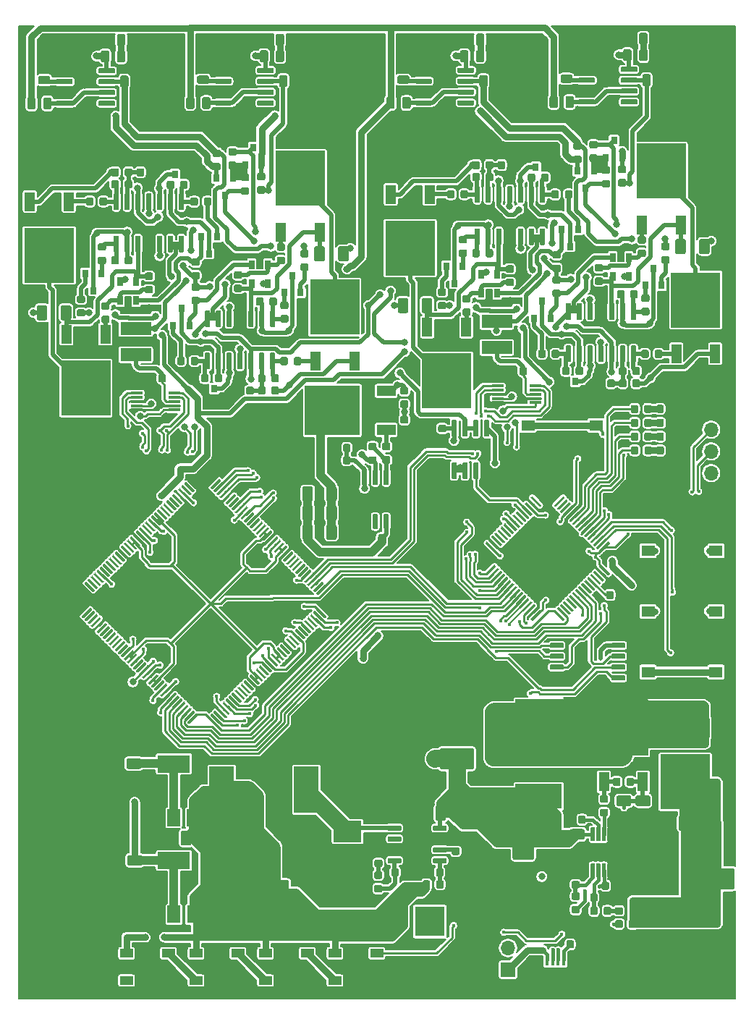
<source format=gbr>
G04 #@! TF.GenerationSoftware,KiCad,Pcbnew,5.1.5*
G04 #@! TF.CreationDate,2020-02-20T18:04:15+03:00*
G04 #@! TF.ProjectId,top,746f702e-6b69-4636-9164-5f7063625858,rev?*
G04 #@! TF.SameCoordinates,Original*
G04 #@! TF.FileFunction,Copper,L1,Top*
G04 #@! TF.FilePolarity,Positive*
%FSLAX46Y46*%
G04 Gerber Fmt 4.6, Leading zero omitted, Abs format (unit mm)*
G04 Created by KiCad (PCBNEW 5.1.5) date 2020-02-20 18:04:15*
%MOMM*%
%LPD*%
G04 APERTURE LIST*
%ADD10R,0.800000X0.900000*%
%ADD11R,1.200000X2.200000*%
%ADD12R,5.800000X6.400000*%
%ADD13C,0.100000*%
%ADD14R,3.300000X2.500000*%
%ADD15R,1.500000X1.000000*%
%ADD16R,1.700000X1.700000*%
%ADD17O,1.700000X1.700000*%
%ADD18R,1.750000X1.900000*%
%ADD19R,0.400000X1.400000*%
%ADD20O,1.050000X1.900000*%
%ADD21R,1.150000X1.450000*%
%ADD22R,3.600000X1.500000*%
%ADD23R,2.900000X5.400000*%
%ADD24R,5.400000X2.900000*%
%ADD25R,2.200000X1.200000*%
%ADD26R,6.400000X5.800000*%
%ADD27R,1.550000X1.300000*%
%ADD28R,0.650000X1.060000*%
%ADD29R,1.400000X0.300000*%
%ADD30C,0.500000*%
%ADD31R,3.800000X2.000000*%
%ADD32R,1.500000X2.000000*%
%ADD33R,3.500000X3.500000*%
%ADD34C,0.800000*%
%ADD35C,0.400000*%
%ADD36C,0.500000*%
%ADD37C,1.000000*%
%ADD38C,0.250000*%
%ADD39C,0.800000*%
%ADD40C,0.400000*%
%ADD41C,2.000000*%
%ADD42C,0.200000*%
G04 APERTURE END LIST*
D10*
X136045001Y-64095001D03*
X134145001Y-64095001D03*
X135095001Y-66095001D03*
D11*
X154850000Y-131720000D03*
X150290000Y-131720000D03*
D12*
X152570000Y-138020000D03*
D10*
X93810000Y-64940000D03*
X91910000Y-64940000D03*
X92860000Y-66940000D03*
X139695001Y-91165001D03*
X140645001Y-93165001D03*
X138745001Y-93165001D03*
X96510000Y-94010000D03*
X98410000Y-94010000D03*
X97460000Y-92010000D03*
G04 #@! TA.AperFunction,SMDPad,CuDef*
D13*
G36*
X124417691Y-97818553D02*
G01*
X124438926Y-97821703D01*
X124459750Y-97826919D01*
X124479962Y-97834151D01*
X124499368Y-97843330D01*
X124517781Y-97854366D01*
X124535024Y-97867154D01*
X124550930Y-97881570D01*
X124565346Y-97897476D01*
X124578134Y-97914719D01*
X124589170Y-97933132D01*
X124598349Y-97952538D01*
X124605581Y-97972750D01*
X124610797Y-97993574D01*
X124613947Y-98014809D01*
X124615000Y-98036250D01*
X124615000Y-98473750D01*
X124613947Y-98495191D01*
X124610797Y-98516426D01*
X124605581Y-98537250D01*
X124598349Y-98557462D01*
X124589170Y-98576868D01*
X124578134Y-98595281D01*
X124565346Y-98612524D01*
X124550930Y-98628430D01*
X124535024Y-98642846D01*
X124517781Y-98655634D01*
X124499368Y-98666670D01*
X124479962Y-98675849D01*
X124459750Y-98683081D01*
X124438926Y-98688297D01*
X124417691Y-98691447D01*
X124396250Y-98692500D01*
X123883750Y-98692500D01*
X123862309Y-98691447D01*
X123841074Y-98688297D01*
X123820250Y-98683081D01*
X123800038Y-98675849D01*
X123780632Y-98666670D01*
X123762219Y-98655634D01*
X123744976Y-98642846D01*
X123729070Y-98628430D01*
X123714654Y-98612524D01*
X123701866Y-98595281D01*
X123690830Y-98576868D01*
X123681651Y-98557462D01*
X123674419Y-98537250D01*
X123669203Y-98516426D01*
X123666053Y-98495191D01*
X123665000Y-98473750D01*
X123665000Y-98036250D01*
X123666053Y-98014809D01*
X123669203Y-97993574D01*
X123674419Y-97972750D01*
X123681651Y-97952538D01*
X123690830Y-97933132D01*
X123701866Y-97914719D01*
X123714654Y-97897476D01*
X123729070Y-97881570D01*
X123744976Y-97867154D01*
X123762219Y-97854366D01*
X123780632Y-97843330D01*
X123800038Y-97834151D01*
X123820250Y-97826919D01*
X123841074Y-97821703D01*
X123862309Y-97818553D01*
X123883750Y-97817500D01*
X124396250Y-97817500D01*
X124417691Y-97818553D01*
G37*
G04 #@! TD.AperFunction*
G04 #@! TA.AperFunction,SMDPad,CuDef*
G36*
X124417691Y-96243553D02*
G01*
X124438926Y-96246703D01*
X124459750Y-96251919D01*
X124479962Y-96259151D01*
X124499368Y-96268330D01*
X124517781Y-96279366D01*
X124535024Y-96292154D01*
X124550930Y-96306570D01*
X124565346Y-96322476D01*
X124578134Y-96339719D01*
X124589170Y-96358132D01*
X124598349Y-96377538D01*
X124605581Y-96397750D01*
X124610797Y-96418574D01*
X124613947Y-96439809D01*
X124615000Y-96461250D01*
X124615000Y-96898750D01*
X124613947Y-96920191D01*
X124610797Y-96941426D01*
X124605581Y-96962250D01*
X124598349Y-96982462D01*
X124589170Y-97001868D01*
X124578134Y-97020281D01*
X124565346Y-97037524D01*
X124550930Y-97053430D01*
X124535024Y-97067846D01*
X124517781Y-97080634D01*
X124499368Y-97091670D01*
X124479962Y-97100849D01*
X124459750Y-97108081D01*
X124438926Y-97113297D01*
X124417691Y-97116447D01*
X124396250Y-97117500D01*
X123883750Y-97117500D01*
X123862309Y-97116447D01*
X123841074Y-97113297D01*
X123820250Y-97108081D01*
X123800038Y-97100849D01*
X123780632Y-97091670D01*
X123762219Y-97080634D01*
X123744976Y-97067846D01*
X123729070Y-97053430D01*
X123714654Y-97037524D01*
X123701866Y-97020281D01*
X123690830Y-97001868D01*
X123681651Y-96982462D01*
X123674419Y-96962250D01*
X123669203Y-96941426D01*
X123666053Y-96920191D01*
X123665000Y-96898750D01*
X123665000Y-96461250D01*
X123666053Y-96439809D01*
X123669203Y-96418574D01*
X123674419Y-96397750D01*
X123681651Y-96377538D01*
X123690830Y-96358132D01*
X123701866Y-96339719D01*
X123714654Y-96322476D01*
X123729070Y-96306570D01*
X123744976Y-96292154D01*
X123762219Y-96279366D01*
X123780632Y-96268330D01*
X123800038Y-96259151D01*
X123820250Y-96251919D01*
X123841074Y-96246703D01*
X123862309Y-96243553D01*
X123883750Y-96242500D01*
X124396250Y-96242500D01*
X124417691Y-96243553D01*
G37*
G04 #@! TD.AperFunction*
G04 #@! TA.AperFunction,SMDPad,CuDef*
G36*
X96612691Y-90306053D02*
G01*
X96633926Y-90309203D01*
X96654750Y-90314419D01*
X96674962Y-90321651D01*
X96694368Y-90330830D01*
X96712781Y-90341866D01*
X96730024Y-90354654D01*
X96745930Y-90369070D01*
X96760346Y-90384976D01*
X96773134Y-90402219D01*
X96784170Y-90420632D01*
X96793349Y-90440038D01*
X96800581Y-90460250D01*
X96805797Y-90481074D01*
X96808947Y-90502309D01*
X96810000Y-90523750D01*
X96810000Y-91036250D01*
X96808947Y-91057691D01*
X96805797Y-91078926D01*
X96800581Y-91099750D01*
X96793349Y-91119962D01*
X96784170Y-91139368D01*
X96773134Y-91157781D01*
X96760346Y-91175024D01*
X96745930Y-91190930D01*
X96730024Y-91205346D01*
X96712781Y-91218134D01*
X96694368Y-91229170D01*
X96674962Y-91238349D01*
X96654750Y-91245581D01*
X96633926Y-91250797D01*
X96612691Y-91253947D01*
X96591250Y-91255000D01*
X96153750Y-91255000D01*
X96132309Y-91253947D01*
X96111074Y-91250797D01*
X96090250Y-91245581D01*
X96070038Y-91238349D01*
X96050632Y-91229170D01*
X96032219Y-91218134D01*
X96014976Y-91205346D01*
X95999070Y-91190930D01*
X95984654Y-91175024D01*
X95971866Y-91157781D01*
X95960830Y-91139368D01*
X95951651Y-91119962D01*
X95944419Y-91099750D01*
X95939203Y-91078926D01*
X95936053Y-91057691D01*
X95935000Y-91036250D01*
X95935000Y-90523750D01*
X95936053Y-90502309D01*
X95939203Y-90481074D01*
X95944419Y-90460250D01*
X95951651Y-90440038D01*
X95960830Y-90420632D01*
X95971866Y-90402219D01*
X95984654Y-90384976D01*
X95999070Y-90369070D01*
X96014976Y-90354654D01*
X96032219Y-90341866D01*
X96050632Y-90330830D01*
X96070038Y-90321651D01*
X96090250Y-90314419D01*
X96111074Y-90309203D01*
X96132309Y-90306053D01*
X96153750Y-90305000D01*
X96591250Y-90305000D01*
X96612691Y-90306053D01*
G37*
G04 #@! TD.AperFunction*
G04 #@! TA.AperFunction,SMDPad,CuDef*
G36*
X98187691Y-90306053D02*
G01*
X98208926Y-90309203D01*
X98229750Y-90314419D01*
X98249962Y-90321651D01*
X98269368Y-90330830D01*
X98287781Y-90341866D01*
X98305024Y-90354654D01*
X98320930Y-90369070D01*
X98335346Y-90384976D01*
X98348134Y-90402219D01*
X98359170Y-90420632D01*
X98368349Y-90440038D01*
X98375581Y-90460250D01*
X98380797Y-90481074D01*
X98383947Y-90502309D01*
X98385000Y-90523750D01*
X98385000Y-91036250D01*
X98383947Y-91057691D01*
X98380797Y-91078926D01*
X98375581Y-91099750D01*
X98368349Y-91119962D01*
X98359170Y-91139368D01*
X98348134Y-91157781D01*
X98335346Y-91175024D01*
X98320930Y-91190930D01*
X98305024Y-91205346D01*
X98287781Y-91218134D01*
X98269368Y-91229170D01*
X98249962Y-91238349D01*
X98229750Y-91245581D01*
X98208926Y-91250797D01*
X98187691Y-91253947D01*
X98166250Y-91255000D01*
X97728750Y-91255000D01*
X97707309Y-91253947D01*
X97686074Y-91250797D01*
X97665250Y-91245581D01*
X97645038Y-91238349D01*
X97625632Y-91229170D01*
X97607219Y-91218134D01*
X97589976Y-91205346D01*
X97574070Y-91190930D01*
X97559654Y-91175024D01*
X97546866Y-91157781D01*
X97535830Y-91139368D01*
X97526651Y-91119962D01*
X97519419Y-91099750D01*
X97514203Y-91078926D01*
X97511053Y-91057691D01*
X97510000Y-91036250D01*
X97510000Y-90523750D01*
X97511053Y-90502309D01*
X97514203Y-90481074D01*
X97519419Y-90460250D01*
X97526651Y-90440038D01*
X97535830Y-90420632D01*
X97546866Y-90402219D01*
X97559654Y-90384976D01*
X97574070Y-90369070D01*
X97589976Y-90354654D01*
X97607219Y-90341866D01*
X97625632Y-90330830D01*
X97645038Y-90321651D01*
X97665250Y-90314419D01*
X97686074Y-90309203D01*
X97707309Y-90306053D01*
X97728750Y-90305000D01*
X98166250Y-90305000D01*
X98187691Y-90306053D01*
G37*
G04 #@! TD.AperFunction*
G04 #@! TA.AperFunction,SMDPad,CuDef*
G36*
X92590191Y-67696053D02*
G01*
X92611426Y-67699203D01*
X92632250Y-67704419D01*
X92652462Y-67711651D01*
X92671868Y-67720830D01*
X92690281Y-67731866D01*
X92707524Y-67744654D01*
X92723430Y-67759070D01*
X92737846Y-67774976D01*
X92750634Y-67792219D01*
X92761670Y-67810632D01*
X92770849Y-67830038D01*
X92778081Y-67850250D01*
X92783297Y-67871074D01*
X92786447Y-67892309D01*
X92787500Y-67913750D01*
X92787500Y-68426250D01*
X92786447Y-68447691D01*
X92783297Y-68468926D01*
X92778081Y-68489750D01*
X92770849Y-68509962D01*
X92761670Y-68529368D01*
X92750634Y-68547781D01*
X92737846Y-68565024D01*
X92723430Y-68580930D01*
X92707524Y-68595346D01*
X92690281Y-68608134D01*
X92671868Y-68619170D01*
X92652462Y-68628349D01*
X92632250Y-68635581D01*
X92611426Y-68640797D01*
X92590191Y-68643947D01*
X92568750Y-68645000D01*
X92131250Y-68645000D01*
X92109809Y-68643947D01*
X92088574Y-68640797D01*
X92067750Y-68635581D01*
X92047538Y-68628349D01*
X92028132Y-68619170D01*
X92009719Y-68608134D01*
X91992476Y-68595346D01*
X91976570Y-68580930D01*
X91962154Y-68565024D01*
X91949366Y-68547781D01*
X91938330Y-68529368D01*
X91929151Y-68509962D01*
X91921919Y-68489750D01*
X91916703Y-68468926D01*
X91913553Y-68447691D01*
X91912500Y-68426250D01*
X91912500Y-67913750D01*
X91913553Y-67892309D01*
X91916703Y-67871074D01*
X91921919Y-67850250D01*
X91929151Y-67830038D01*
X91938330Y-67810632D01*
X91949366Y-67792219D01*
X91962154Y-67774976D01*
X91976570Y-67759070D01*
X91992476Y-67744654D01*
X92009719Y-67731866D01*
X92028132Y-67720830D01*
X92047538Y-67711651D01*
X92067750Y-67704419D01*
X92088574Y-67699203D01*
X92109809Y-67696053D01*
X92131250Y-67695000D01*
X92568750Y-67695000D01*
X92590191Y-67696053D01*
G37*
G04 #@! TD.AperFunction*
G04 #@! TA.AperFunction,SMDPad,CuDef*
G36*
X94165191Y-67696053D02*
G01*
X94186426Y-67699203D01*
X94207250Y-67704419D01*
X94227462Y-67711651D01*
X94246868Y-67720830D01*
X94265281Y-67731866D01*
X94282524Y-67744654D01*
X94298430Y-67759070D01*
X94312846Y-67774976D01*
X94325634Y-67792219D01*
X94336670Y-67810632D01*
X94345849Y-67830038D01*
X94353081Y-67850250D01*
X94358297Y-67871074D01*
X94361447Y-67892309D01*
X94362500Y-67913750D01*
X94362500Y-68426250D01*
X94361447Y-68447691D01*
X94358297Y-68468926D01*
X94353081Y-68489750D01*
X94345849Y-68509962D01*
X94336670Y-68529368D01*
X94325634Y-68547781D01*
X94312846Y-68565024D01*
X94298430Y-68580930D01*
X94282524Y-68595346D01*
X94265281Y-68608134D01*
X94246868Y-68619170D01*
X94227462Y-68628349D01*
X94207250Y-68635581D01*
X94186426Y-68640797D01*
X94165191Y-68643947D01*
X94143750Y-68645000D01*
X93706250Y-68645000D01*
X93684809Y-68643947D01*
X93663574Y-68640797D01*
X93642750Y-68635581D01*
X93622538Y-68628349D01*
X93603132Y-68619170D01*
X93584719Y-68608134D01*
X93567476Y-68595346D01*
X93551570Y-68580930D01*
X93537154Y-68565024D01*
X93524366Y-68547781D01*
X93513330Y-68529368D01*
X93504151Y-68509962D01*
X93496919Y-68489750D01*
X93491703Y-68468926D01*
X93488553Y-68447691D01*
X93487500Y-68426250D01*
X93487500Y-67913750D01*
X93488553Y-67892309D01*
X93491703Y-67871074D01*
X93496919Y-67850250D01*
X93504151Y-67830038D01*
X93513330Y-67810632D01*
X93524366Y-67792219D01*
X93537154Y-67774976D01*
X93551570Y-67759070D01*
X93567476Y-67744654D01*
X93584719Y-67731866D01*
X93603132Y-67720830D01*
X93622538Y-67711651D01*
X93642750Y-67704419D01*
X93663574Y-67699203D01*
X93684809Y-67696053D01*
X93706250Y-67695000D01*
X94143750Y-67695000D01*
X94165191Y-67696053D01*
G37*
G04 #@! TD.AperFunction*
G04 #@! TA.AperFunction,SMDPad,CuDef*
G36*
X100527691Y-79861053D02*
G01*
X100548926Y-79864203D01*
X100569750Y-79869419D01*
X100589962Y-79876651D01*
X100609368Y-79885830D01*
X100627781Y-79896866D01*
X100645024Y-79909654D01*
X100660930Y-79924070D01*
X100675346Y-79939976D01*
X100688134Y-79957219D01*
X100699170Y-79975632D01*
X100708349Y-79995038D01*
X100715581Y-80015250D01*
X100720797Y-80036074D01*
X100723947Y-80057309D01*
X100725000Y-80078750D01*
X100725000Y-80516250D01*
X100723947Y-80537691D01*
X100720797Y-80558926D01*
X100715581Y-80579750D01*
X100708349Y-80599962D01*
X100699170Y-80619368D01*
X100688134Y-80637781D01*
X100675346Y-80655024D01*
X100660930Y-80670930D01*
X100645024Y-80685346D01*
X100627781Y-80698134D01*
X100609368Y-80709170D01*
X100589962Y-80718349D01*
X100569750Y-80725581D01*
X100548926Y-80730797D01*
X100527691Y-80733947D01*
X100506250Y-80735000D01*
X99993750Y-80735000D01*
X99972309Y-80733947D01*
X99951074Y-80730797D01*
X99930250Y-80725581D01*
X99910038Y-80718349D01*
X99890632Y-80709170D01*
X99872219Y-80698134D01*
X99854976Y-80685346D01*
X99839070Y-80670930D01*
X99824654Y-80655024D01*
X99811866Y-80637781D01*
X99800830Y-80619368D01*
X99791651Y-80599962D01*
X99784419Y-80579750D01*
X99779203Y-80558926D01*
X99776053Y-80537691D01*
X99775000Y-80516250D01*
X99775000Y-80078750D01*
X99776053Y-80057309D01*
X99779203Y-80036074D01*
X99784419Y-80015250D01*
X99791651Y-79995038D01*
X99800830Y-79975632D01*
X99811866Y-79957219D01*
X99824654Y-79939976D01*
X99839070Y-79924070D01*
X99854976Y-79909654D01*
X99872219Y-79896866D01*
X99890632Y-79885830D01*
X99910038Y-79876651D01*
X99930250Y-79869419D01*
X99951074Y-79864203D01*
X99972309Y-79861053D01*
X99993750Y-79860000D01*
X100506250Y-79860000D01*
X100527691Y-79861053D01*
G37*
G04 #@! TD.AperFunction*
G04 #@! TA.AperFunction,SMDPad,CuDef*
G36*
X100527691Y-78286053D02*
G01*
X100548926Y-78289203D01*
X100569750Y-78294419D01*
X100589962Y-78301651D01*
X100609368Y-78310830D01*
X100627781Y-78321866D01*
X100645024Y-78334654D01*
X100660930Y-78349070D01*
X100675346Y-78364976D01*
X100688134Y-78382219D01*
X100699170Y-78400632D01*
X100708349Y-78420038D01*
X100715581Y-78440250D01*
X100720797Y-78461074D01*
X100723947Y-78482309D01*
X100725000Y-78503750D01*
X100725000Y-78941250D01*
X100723947Y-78962691D01*
X100720797Y-78983926D01*
X100715581Y-79004750D01*
X100708349Y-79024962D01*
X100699170Y-79044368D01*
X100688134Y-79062781D01*
X100675346Y-79080024D01*
X100660930Y-79095930D01*
X100645024Y-79110346D01*
X100627781Y-79123134D01*
X100609368Y-79134170D01*
X100589962Y-79143349D01*
X100569750Y-79150581D01*
X100548926Y-79155797D01*
X100527691Y-79158947D01*
X100506250Y-79160000D01*
X99993750Y-79160000D01*
X99972309Y-79158947D01*
X99951074Y-79155797D01*
X99930250Y-79150581D01*
X99910038Y-79143349D01*
X99890632Y-79134170D01*
X99872219Y-79123134D01*
X99854976Y-79110346D01*
X99839070Y-79095930D01*
X99824654Y-79080024D01*
X99811866Y-79062781D01*
X99800830Y-79044368D01*
X99791651Y-79024962D01*
X99784419Y-79004750D01*
X99779203Y-78983926D01*
X99776053Y-78962691D01*
X99775000Y-78941250D01*
X99775000Y-78503750D01*
X99776053Y-78482309D01*
X99779203Y-78461074D01*
X99784419Y-78440250D01*
X99791651Y-78420038D01*
X99800830Y-78400632D01*
X99811866Y-78382219D01*
X99824654Y-78364976D01*
X99839070Y-78349070D01*
X99854976Y-78334654D01*
X99872219Y-78321866D01*
X99890632Y-78310830D01*
X99910038Y-78301651D01*
X99930250Y-78294419D01*
X99951074Y-78289203D01*
X99972309Y-78286053D01*
X99993750Y-78285000D01*
X100506250Y-78285000D01*
X100527691Y-78286053D01*
G37*
G04 #@! TD.AperFunction*
G04 #@! TA.AperFunction,SMDPad,CuDef*
G36*
X90107691Y-80001053D02*
G01*
X90128926Y-80004203D01*
X90149750Y-80009419D01*
X90169962Y-80016651D01*
X90189368Y-80025830D01*
X90207781Y-80036866D01*
X90225024Y-80049654D01*
X90240930Y-80064070D01*
X90255346Y-80079976D01*
X90268134Y-80097219D01*
X90279170Y-80115632D01*
X90288349Y-80135038D01*
X90295581Y-80155250D01*
X90300797Y-80176074D01*
X90303947Y-80197309D01*
X90305000Y-80218750D01*
X90305000Y-80656250D01*
X90303947Y-80677691D01*
X90300797Y-80698926D01*
X90295581Y-80719750D01*
X90288349Y-80739962D01*
X90279170Y-80759368D01*
X90268134Y-80777781D01*
X90255346Y-80795024D01*
X90240930Y-80810930D01*
X90225024Y-80825346D01*
X90207781Y-80838134D01*
X90189368Y-80849170D01*
X90169962Y-80858349D01*
X90149750Y-80865581D01*
X90128926Y-80870797D01*
X90107691Y-80873947D01*
X90086250Y-80875000D01*
X89573750Y-80875000D01*
X89552309Y-80873947D01*
X89531074Y-80870797D01*
X89510250Y-80865581D01*
X89490038Y-80858349D01*
X89470632Y-80849170D01*
X89452219Y-80838134D01*
X89434976Y-80825346D01*
X89419070Y-80810930D01*
X89404654Y-80795024D01*
X89391866Y-80777781D01*
X89380830Y-80759368D01*
X89371651Y-80739962D01*
X89364419Y-80719750D01*
X89359203Y-80698926D01*
X89356053Y-80677691D01*
X89355000Y-80656250D01*
X89355000Y-80218750D01*
X89356053Y-80197309D01*
X89359203Y-80176074D01*
X89364419Y-80155250D01*
X89371651Y-80135038D01*
X89380830Y-80115632D01*
X89391866Y-80097219D01*
X89404654Y-80079976D01*
X89419070Y-80064070D01*
X89434976Y-80049654D01*
X89452219Y-80036866D01*
X89470632Y-80025830D01*
X89490038Y-80016651D01*
X89510250Y-80009419D01*
X89531074Y-80004203D01*
X89552309Y-80001053D01*
X89573750Y-80000000D01*
X90086250Y-80000000D01*
X90107691Y-80001053D01*
G37*
G04 #@! TD.AperFunction*
G04 #@! TA.AperFunction,SMDPad,CuDef*
G36*
X90107691Y-78426053D02*
G01*
X90128926Y-78429203D01*
X90149750Y-78434419D01*
X90169962Y-78441651D01*
X90189368Y-78450830D01*
X90207781Y-78461866D01*
X90225024Y-78474654D01*
X90240930Y-78489070D01*
X90255346Y-78504976D01*
X90268134Y-78522219D01*
X90279170Y-78540632D01*
X90288349Y-78560038D01*
X90295581Y-78580250D01*
X90300797Y-78601074D01*
X90303947Y-78622309D01*
X90305000Y-78643750D01*
X90305000Y-79081250D01*
X90303947Y-79102691D01*
X90300797Y-79123926D01*
X90295581Y-79144750D01*
X90288349Y-79164962D01*
X90279170Y-79184368D01*
X90268134Y-79202781D01*
X90255346Y-79220024D01*
X90240930Y-79235930D01*
X90225024Y-79250346D01*
X90207781Y-79263134D01*
X90189368Y-79274170D01*
X90169962Y-79283349D01*
X90149750Y-79290581D01*
X90128926Y-79295797D01*
X90107691Y-79298947D01*
X90086250Y-79300000D01*
X89573750Y-79300000D01*
X89552309Y-79298947D01*
X89531074Y-79295797D01*
X89510250Y-79290581D01*
X89490038Y-79283349D01*
X89470632Y-79274170D01*
X89452219Y-79263134D01*
X89434976Y-79250346D01*
X89419070Y-79235930D01*
X89404654Y-79220024D01*
X89391866Y-79202781D01*
X89380830Y-79184368D01*
X89371651Y-79164962D01*
X89364419Y-79144750D01*
X89359203Y-79123926D01*
X89356053Y-79102691D01*
X89355000Y-79081250D01*
X89355000Y-78643750D01*
X89356053Y-78622309D01*
X89359203Y-78601074D01*
X89364419Y-78580250D01*
X89371651Y-78560038D01*
X89380830Y-78540632D01*
X89391866Y-78522219D01*
X89404654Y-78504976D01*
X89419070Y-78489070D01*
X89434976Y-78474654D01*
X89452219Y-78461866D01*
X89470632Y-78450830D01*
X89490038Y-78441651D01*
X89510250Y-78434419D01*
X89531074Y-78429203D01*
X89552309Y-78426053D01*
X89573750Y-78425000D01*
X90086250Y-78425000D01*
X90107691Y-78426053D01*
G37*
G04 #@! TD.AperFunction*
G04 #@! TA.AperFunction,SMDPad,CuDef*
G36*
X104837691Y-90336053D02*
G01*
X104858926Y-90339203D01*
X104879750Y-90344419D01*
X104899962Y-90351651D01*
X104919368Y-90360830D01*
X104937781Y-90371866D01*
X104955024Y-90384654D01*
X104970930Y-90399070D01*
X104985346Y-90414976D01*
X104998134Y-90432219D01*
X105009170Y-90450632D01*
X105018349Y-90470038D01*
X105025581Y-90490250D01*
X105030797Y-90511074D01*
X105033947Y-90532309D01*
X105035000Y-90553750D01*
X105035000Y-91066250D01*
X105033947Y-91087691D01*
X105030797Y-91108926D01*
X105025581Y-91129750D01*
X105018349Y-91149962D01*
X105009170Y-91169368D01*
X104998134Y-91187781D01*
X104985346Y-91205024D01*
X104970930Y-91220930D01*
X104955024Y-91235346D01*
X104937781Y-91248134D01*
X104919368Y-91259170D01*
X104899962Y-91268349D01*
X104879750Y-91275581D01*
X104858926Y-91280797D01*
X104837691Y-91283947D01*
X104816250Y-91285000D01*
X104378750Y-91285000D01*
X104357309Y-91283947D01*
X104336074Y-91280797D01*
X104315250Y-91275581D01*
X104295038Y-91268349D01*
X104275632Y-91259170D01*
X104257219Y-91248134D01*
X104239976Y-91235346D01*
X104224070Y-91220930D01*
X104209654Y-91205024D01*
X104196866Y-91187781D01*
X104185830Y-91169368D01*
X104176651Y-91149962D01*
X104169419Y-91129750D01*
X104164203Y-91108926D01*
X104161053Y-91087691D01*
X104160000Y-91066250D01*
X104160000Y-90553750D01*
X104161053Y-90532309D01*
X104164203Y-90511074D01*
X104169419Y-90490250D01*
X104176651Y-90470038D01*
X104185830Y-90450632D01*
X104196866Y-90432219D01*
X104209654Y-90414976D01*
X104224070Y-90399070D01*
X104239976Y-90384654D01*
X104257219Y-90371866D01*
X104275632Y-90360830D01*
X104295038Y-90351651D01*
X104315250Y-90344419D01*
X104336074Y-90339203D01*
X104357309Y-90336053D01*
X104378750Y-90335000D01*
X104816250Y-90335000D01*
X104837691Y-90336053D01*
G37*
G04 #@! TD.AperFunction*
G04 #@! TA.AperFunction,SMDPad,CuDef*
G36*
X103262691Y-90336053D02*
G01*
X103283926Y-90339203D01*
X103304750Y-90344419D01*
X103324962Y-90351651D01*
X103344368Y-90360830D01*
X103362781Y-90371866D01*
X103380024Y-90384654D01*
X103395930Y-90399070D01*
X103410346Y-90414976D01*
X103423134Y-90432219D01*
X103434170Y-90450632D01*
X103443349Y-90470038D01*
X103450581Y-90490250D01*
X103455797Y-90511074D01*
X103458947Y-90532309D01*
X103460000Y-90553750D01*
X103460000Y-91066250D01*
X103458947Y-91087691D01*
X103455797Y-91108926D01*
X103450581Y-91129750D01*
X103443349Y-91149962D01*
X103434170Y-91169368D01*
X103423134Y-91187781D01*
X103410346Y-91205024D01*
X103395930Y-91220930D01*
X103380024Y-91235346D01*
X103362781Y-91248134D01*
X103344368Y-91259170D01*
X103324962Y-91268349D01*
X103304750Y-91275581D01*
X103283926Y-91280797D01*
X103262691Y-91283947D01*
X103241250Y-91285000D01*
X102803750Y-91285000D01*
X102782309Y-91283947D01*
X102761074Y-91280797D01*
X102740250Y-91275581D01*
X102720038Y-91268349D01*
X102700632Y-91259170D01*
X102682219Y-91248134D01*
X102664976Y-91235346D01*
X102649070Y-91220930D01*
X102634654Y-91205024D01*
X102621866Y-91187781D01*
X102610830Y-91169368D01*
X102601651Y-91149962D01*
X102594419Y-91129750D01*
X102589203Y-91108926D01*
X102586053Y-91087691D01*
X102585000Y-91066250D01*
X102585000Y-90553750D01*
X102586053Y-90532309D01*
X102589203Y-90511074D01*
X102594419Y-90490250D01*
X102601651Y-90470038D01*
X102610830Y-90450632D01*
X102621866Y-90432219D01*
X102634654Y-90414976D01*
X102649070Y-90399070D01*
X102664976Y-90384654D01*
X102682219Y-90371866D01*
X102700632Y-90360830D01*
X102720038Y-90351651D01*
X102740250Y-90344419D01*
X102761074Y-90339203D01*
X102782309Y-90336053D01*
X102803750Y-90335000D01*
X103241250Y-90335000D01*
X103262691Y-90336053D01*
G37*
G04 #@! TD.AperFunction*
G04 #@! TA.AperFunction,SMDPad,CuDef*
G36*
X87677691Y-67636053D02*
G01*
X87698926Y-67639203D01*
X87719750Y-67644419D01*
X87739962Y-67651651D01*
X87759368Y-67660830D01*
X87777781Y-67671866D01*
X87795024Y-67684654D01*
X87810930Y-67699070D01*
X87825346Y-67714976D01*
X87838134Y-67732219D01*
X87849170Y-67750632D01*
X87858349Y-67770038D01*
X87865581Y-67790250D01*
X87870797Y-67811074D01*
X87873947Y-67832309D01*
X87875000Y-67853750D01*
X87875000Y-68366250D01*
X87873947Y-68387691D01*
X87870797Y-68408926D01*
X87865581Y-68429750D01*
X87858349Y-68449962D01*
X87849170Y-68469368D01*
X87838134Y-68487781D01*
X87825346Y-68505024D01*
X87810930Y-68520930D01*
X87795024Y-68535346D01*
X87777781Y-68548134D01*
X87759368Y-68559170D01*
X87739962Y-68568349D01*
X87719750Y-68575581D01*
X87698926Y-68580797D01*
X87677691Y-68583947D01*
X87656250Y-68585000D01*
X87218750Y-68585000D01*
X87197309Y-68583947D01*
X87176074Y-68580797D01*
X87155250Y-68575581D01*
X87135038Y-68568349D01*
X87115632Y-68559170D01*
X87097219Y-68548134D01*
X87079976Y-68535346D01*
X87064070Y-68520930D01*
X87049654Y-68505024D01*
X87036866Y-68487781D01*
X87025830Y-68469368D01*
X87016651Y-68449962D01*
X87009419Y-68429750D01*
X87004203Y-68408926D01*
X87001053Y-68387691D01*
X87000000Y-68366250D01*
X87000000Y-67853750D01*
X87001053Y-67832309D01*
X87004203Y-67811074D01*
X87009419Y-67790250D01*
X87016651Y-67770038D01*
X87025830Y-67750632D01*
X87036866Y-67732219D01*
X87049654Y-67714976D01*
X87064070Y-67699070D01*
X87079976Y-67684654D01*
X87097219Y-67671866D01*
X87115632Y-67660830D01*
X87135038Y-67651651D01*
X87155250Y-67644419D01*
X87176074Y-67639203D01*
X87197309Y-67636053D01*
X87218750Y-67635000D01*
X87656250Y-67635000D01*
X87677691Y-67636053D01*
G37*
G04 #@! TD.AperFunction*
G04 #@! TA.AperFunction,SMDPad,CuDef*
G36*
X86102691Y-67636053D02*
G01*
X86123926Y-67639203D01*
X86144750Y-67644419D01*
X86164962Y-67651651D01*
X86184368Y-67660830D01*
X86202781Y-67671866D01*
X86220024Y-67684654D01*
X86235930Y-67699070D01*
X86250346Y-67714976D01*
X86263134Y-67732219D01*
X86274170Y-67750632D01*
X86283349Y-67770038D01*
X86290581Y-67790250D01*
X86295797Y-67811074D01*
X86298947Y-67832309D01*
X86300000Y-67853750D01*
X86300000Y-68366250D01*
X86298947Y-68387691D01*
X86295797Y-68408926D01*
X86290581Y-68429750D01*
X86283349Y-68449962D01*
X86274170Y-68469368D01*
X86263134Y-68487781D01*
X86250346Y-68505024D01*
X86235930Y-68520930D01*
X86220024Y-68535346D01*
X86202781Y-68548134D01*
X86184368Y-68559170D01*
X86164962Y-68568349D01*
X86144750Y-68575581D01*
X86123926Y-68580797D01*
X86102691Y-68583947D01*
X86081250Y-68585000D01*
X85643750Y-68585000D01*
X85622309Y-68583947D01*
X85601074Y-68580797D01*
X85580250Y-68575581D01*
X85560038Y-68568349D01*
X85540632Y-68559170D01*
X85522219Y-68548134D01*
X85504976Y-68535346D01*
X85489070Y-68520930D01*
X85474654Y-68505024D01*
X85461866Y-68487781D01*
X85450830Y-68469368D01*
X85441651Y-68449962D01*
X85434419Y-68429750D01*
X85429203Y-68408926D01*
X85426053Y-68387691D01*
X85425000Y-68366250D01*
X85425000Y-67853750D01*
X85426053Y-67832309D01*
X85429203Y-67811074D01*
X85434419Y-67790250D01*
X85441651Y-67770038D01*
X85450830Y-67750632D01*
X85461866Y-67732219D01*
X85474654Y-67714976D01*
X85489070Y-67699070D01*
X85504976Y-67684654D01*
X85522219Y-67671866D01*
X85540632Y-67660830D01*
X85560038Y-67651651D01*
X85580250Y-67644419D01*
X85601074Y-67639203D01*
X85622309Y-67636053D01*
X85643750Y-67635000D01*
X86081250Y-67635000D01*
X86102691Y-67636053D01*
G37*
G04 #@! TD.AperFunction*
G04 #@! TA.AperFunction,SMDPad,CuDef*
G36*
X104597691Y-81346053D02*
G01*
X104618926Y-81349203D01*
X104639750Y-81354419D01*
X104659962Y-81361651D01*
X104679368Y-81370830D01*
X104697781Y-81381866D01*
X104715024Y-81394654D01*
X104730930Y-81409070D01*
X104745346Y-81424976D01*
X104758134Y-81442219D01*
X104769170Y-81460632D01*
X104778349Y-81480038D01*
X104785581Y-81500250D01*
X104790797Y-81521074D01*
X104793947Y-81542309D01*
X104795000Y-81563750D01*
X104795000Y-82076250D01*
X104793947Y-82097691D01*
X104790797Y-82118926D01*
X104785581Y-82139750D01*
X104778349Y-82159962D01*
X104769170Y-82179368D01*
X104758134Y-82197781D01*
X104745346Y-82215024D01*
X104730930Y-82230930D01*
X104715024Y-82245346D01*
X104697781Y-82258134D01*
X104679368Y-82269170D01*
X104659962Y-82278349D01*
X104639750Y-82285581D01*
X104618926Y-82290797D01*
X104597691Y-82293947D01*
X104576250Y-82295000D01*
X104138750Y-82295000D01*
X104117309Y-82293947D01*
X104096074Y-82290797D01*
X104075250Y-82285581D01*
X104055038Y-82278349D01*
X104035632Y-82269170D01*
X104017219Y-82258134D01*
X103999976Y-82245346D01*
X103984070Y-82230930D01*
X103969654Y-82215024D01*
X103956866Y-82197781D01*
X103945830Y-82179368D01*
X103936651Y-82159962D01*
X103929419Y-82139750D01*
X103924203Y-82118926D01*
X103921053Y-82097691D01*
X103920000Y-82076250D01*
X103920000Y-81563750D01*
X103921053Y-81542309D01*
X103924203Y-81521074D01*
X103929419Y-81500250D01*
X103936651Y-81480038D01*
X103945830Y-81460632D01*
X103956866Y-81442219D01*
X103969654Y-81424976D01*
X103984070Y-81409070D01*
X103999976Y-81394654D01*
X104017219Y-81381866D01*
X104035632Y-81370830D01*
X104055038Y-81361651D01*
X104075250Y-81354419D01*
X104096074Y-81349203D01*
X104117309Y-81346053D01*
X104138750Y-81345000D01*
X104576250Y-81345000D01*
X104597691Y-81346053D01*
G37*
G04 #@! TD.AperFunction*
G04 #@! TA.AperFunction,SMDPad,CuDef*
G36*
X103022691Y-81346053D02*
G01*
X103043926Y-81349203D01*
X103064750Y-81354419D01*
X103084962Y-81361651D01*
X103104368Y-81370830D01*
X103122781Y-81381866D01*
X103140024Y-81394654D01*
X103155930Y-81409070D01*
X103170346Y-81424976D01*
X103183134Y-81442219D01*
X103194170Y-81460632D01*
X103203349Y-81480038D01*
X103210581Y-81500250D01*
X103215797Y-81521074D01*
X103218947Y-81542309D01*
X103220000Y-81563750D01*
X103220000Y-82076250D01*
X103218947Y-82097691D01*
X103215797Y-82118926D01*
X103210581Y-82139750D01*
X103203349Y-82159962D01*
X103194170Y-82179368D01*
X103183134Y-82197781D01*
X103170346Y-82215024D01*
X103155930Y-82230930D01*
X103140024Y-82245346D01*
X103122781Y-82258134D01*
X103104368Y-82269170D01*
X103084962Y-82278349D01*
X103064750Y-82285581D01*
X103043926Y-82290797D01*
X103022691Y-82293947D01*
X103001250Y-82295000D01*
X102563750Y-82295000D01*
X102542309Y-82293947D01*
X102521074Y-82290797D01*
X102500250Y-82285581D01*
X102480038Y-82278349D01*
X102460632Y-82269170D01*
X102442219Y-82258134D01*
X102424976Y-82245346D01*
X102409070Y-82230930D01*
X102394654Y-82215024D01*
X102381866Y-82197781D01*
X102370830Y-82179368D01*
X102361651Y-82159962D01*
X102354419Y-82139750D01*
X102349203Y-82118926D01*
X102346053Y-82097691D01*
X102345000Y-82076250D01*
X102345000Y-81563750D01*
X102346053Y-81542309D01*
X102349203Y-81521074D01*
X102354419Y-81500250D01*
X102361651Y-81480038D01*
X102370830Y-81460632D01*
X102381866Y-81442219D01*
X102394654Y-81424976D01*
X102409070Y-81409070D01*
X102424976Y-81394654D01*
X102442219Y-81381866D01*
X102460632Y-81370830D01*
X102480038Y-81361651D01*
X102500250Y-81354419D01*
X102521074Y-81349203D01*
X102542309Y-81346053D01*
X102563750Y-81345000D01*
X103001250Y-81345000D01*
X103022691Y-81346053D01*
G37*
G04 #@! TD.AperFunction*
G04 #@! TA.AperFunction,SMDPad,CuDef*
G36*
X86092691Y-76546053D02*
G01*
X86113926Y-76549203D01*
X86134750Y-76554419D01*
X86154962Y-76561651D01*
X86174368Y-76570830D01*
X86192781Y-76581866D01*
X86210024Y-76594654D01*
X86225930Y-76609070D01*
X86240346Y-76624976D01*
X86253134Y-76642219D01*
X86264170Y-76660632D01*
X86273349Y-76680038D01*
X86280581Y-76700250D01*
X86285797Y-76721074D01*
X86288947Y-76742309D01*
X86290000Y-76763750D01*
X86290000Y-77276250D01*
X86288947Y-77297691D01*
X86285797Y-77318926D01*
X86280581Y-77339750D01*
X86273349Y-77359962D01*
X86264170Y-77379368D01*
X86253134Y-77397781D01*
X86240346Y-77415024D01*
X86225930Y-77430930D01*
X86210024Y-77445346D01*
X86192781Y-77458134D01*
X86174368Y-77469170D01*
X86154962Y-77478349D01*
X86134750Y-77485581D01*
X86113926Y-77490797D01*
X86092691Y-77493947D01*
X86071250Y-77495000D01*
X85633750Y-77495000D01*
X85612309Y-77493947D01*
X85591074Y-77490797D01*
X85570250Y-77485581D01*
X85550038Y-77478349D01*
X85530632Y-77469170D01*
X85512219Y-77458134D01*
X85494976Y-77445346D01*
X85479070Y-77430930D01*
X85464654Y-77415024D01*
X85451866Y-77397781D01*
X85440830Y-77379368D01*
X85431651Y-77359962D01*
X85424419Y-77339750D01*
X85419203Y-77318926D01*
X85416053Y-77297691D01*
X85415000Y-77276250D01*
X85415000Y-76763750D01*
X85416053Y-76742309D01*
X85419203Y-76721074D01*
X85424419Y-76700250D01*
X85431651Y-76680038D01*
X85440830Y-76660632D01*
X85451866Y-76642219D01*
X85464654Y-76624976D01*
X85479070Y-76609070D01*
X85494976Y-76594654D01*
X85512219Y-76581866D01*
X85530632Y-76570830D01*
X85550038Y-76561651D01*
X85570250Y-76554419D01*
X85591074Y-76549203D01*
X85612309Y-76546053D01*
X85633750Y-76545000D01*
X86071250Y-76545000D01*
X86092691Y-76546053D01*
G37*
G04 #@! TD.AperFunction*
G04 #@! TA.AperFunction,SMDPad,CuDef*
G36*
X87667691Y-76546053D02*
G01*
X87688926Y-76549203D01*
X87709750Y-76554419D01*
X87729962Y-76561651D01*
X87749368Y-76570830D01*
X87767781Y-76581866D01*
X87785024Y-76594654D01*
X87800930Y-76609070D01*
X87815346Y-76624976D01*
X87828134Y-76642219D01*
X87839170Y-76660632D01*
X87848349Y-76680038D01*
X87855581Y-76700250D01*
X87860797Y-76721074D01*
X87863947Y-76742309D01*
X87865000Y-76763750D01*
X87865000Y-77276250D01*
X87863947Y-77297691D01*
X87860797Y-77318926D01*
X87855581Y-77339750D01*
X87848349Y-77359962D01*
X87839170Y-77379368D01*
X87828134Y-77397781D01*
X87815346Y-77415024D01*
X87800930Y-77430930D01*
X87785024Y-77445346D01*
X87767781Y-77458134D01*
X87749368Y-77469170D01*
X87729962Y-77478349D01*
X87709750Y-77485581D01*
X87688926Y-77490797D01*
X87667691Y-77493947D01*
X87646250Y-77495000D01*
X87208750Y-77495000D01*
X87187309Y-77493947D01*
X87166074Y-77490797D01*
X87145250Y-77485581D01*
X87125038Y-77478349D01*
X87105632Y-77469170D01*
X87087219Y-77458134D01*
X87069976Y-77445346D01*
X87054070Y-77430930D01*
X87039654Y-77415024D01*
X87026866Y-77397781D01*
X87015830Y-77379368D01*
X87006651Y-77359962D01*
X86999419Y-77339750D01*
X86994203Y-77318926D01*
X86991053Y-77297691D01*
X86990000Y-77276250D01*
X86990000Y-76763750D01*
X86991053Y-76742309D01*
X86994203Y-76721074D01*
X86999419Y-76700250D01*
X87006651Y-76680038D01*
X87015830Y-76660632D01*
X87026866Y-76642219D01*
X87039654Y-76624976D01*
X87054070Y-76609070D01*
X87069976Y-76594654D01*
X87087219Y-76581866D01*
X87105632Y-76570830D01*
X87125038Y-76561651D01*
X87145250Y-76554419D01*
X87166074Y-76549203D01*
X87187309Y-76546053D01*
X87208750Y-76545000D01*
X87646250Y-76545000D01*
X87667691Y-76546053D01*
G37*
G04 #@! TD.AperFunction*
G04 #@! TA.AperFunction,SMDPad,CuDef*
G36*
X91607691Y-90346053D02*
G01*
X91628926Y-90349203D01*
X91649750Y-90354419D01*
X91669962Y-90361651D01*
X91689368Y-90370830D01*
X91707781Y-90381866D01*
X91725024Y-90394654D01*
X91740930Y-90409070D01*
X91755346Y-90424976D01*
X91768134Y-90442219D01*
X91779170Y-90460632D01*
X91788349Y-90480038D01*
X91795581Y-90500250D01*
X91800797Y-90521074D01*
X91803947Y-90542309D01*
X91805000Y-90563750D01*
X91805000Y-91076250D01*
X91803947Y-91097691D01*
X91800797Y-91118926D01*
X91795581Y-91139750D01*
X91788349Y-91159962D01*
X91779170Y-91179368D01*
X91768134Y-91197781D01*
X91755346Y-91215024D01*
X91740930Y-91230930D01*
X91725024Y-91245346D01*
X91707781Y-91258134D01*
X91689368Y-91269170D01*
X91669962Y-91278349D01*
X91649750Y-91285581D01*
X91628926Y-91290797D01*
X91607691Y-91293947D01*
X91586250Y-91295000D01*
X91148750Y-91295000D01*
X91127309Y-91293947D01*
X91106074Y-91290797D01*
X91085250Y-91285581D01*
X91065038Y-91278349D01*
X91045632Y-91269170D01*
X91027219Y-91258134D01*
X91009976Y-91245346D01*
X90994070Y-91230930D01*
X90979654Y-91215024D01*
X90966866Y-91197781D01*
X90955830Y-91179368D01*
X90946651Y-91159962D01*
X90939419Y-91139750D01*
X90934203Y-91118926D01*
X90931053Y-91097691D01*
X90930000Y-91076250D01*
X90930000Y-90563750D01*
X90931053Y-90542309D01*
X90934203Y-90521074D01*
X90939419Y-90500250D01*
X90946651Y-90480038D01*
X90955830Y-90460632D01*
X90966866Y-90442219D01*
X90979654Y-90424976D01*
X90994070Y-90409070D01*
X91009976Y-90394654D01*
X91027219Y-90381866D01*
X91045632Y-90370830D01*
X91065038Y-90361651D01*
X91085250Y-90354419D01*
X91106074Y-90349203D01*
X91127309Y-90346053D01*
X91148750Y-90345000D01*
X91586250Y-90345000D01*
X91607691Y-90346053D01*
G37*
G04 #@! TD.AperFunction*
G04 #@! TA.AperFunction,SMDPad,CuDef*
G36*
X90032691Y-90346053D02*
G01*
X90053926Y-90349203D01*
X90074750Y-90354419D01*
X90094962Y-90361651D01*
X90114368Y-90370830D01*
X90132781Y-90381866D01*
X90150024Y-90394654D01*
X90165930Y-90409070D01*
X90180346Y-90424976D01*
X90193134Y-90442219D01*
X90204170Y-90460632D01*
X90213349Y-90480038D01*
X90220581Y-90500250D01*
X90225797Y-90521074D01*
X90228947Y-90542309D01*
X90230000Y-90563750D01*
X90230000Y-91076250D01*
X90228947Y-91097691D01*
X90225797Y-91118926D01*
X90220581Y-91139750D01*
X90213349Y-91159962D01*
X90204170Y-91179368D01*
X90193134Y-91197781D01*
X90180346Y-91215024D01*
X90165930Y-91230930D01*
X90150024Y-91245346D01*
X90132781Y-91258134D01*
X90114368Y-91269170D01*
X90094962Y-91278349D01*
X90074750Y-91285581D01*
X90053926Y-91290797D01*
X90032691Y-91293947D01*
X90011250Y-91295000D01*
X89573750Y-91295000D01*
X89552309Y-91293947D01*
X89531074Y-91290797D01*
X89510250Y-91285581D01*
X89490038Y-91278349D01*
X89470632Y-91269170D01*
X89452219Y-91258134D01*
X89434976Y-91245346D01*
X89419070Y-91230930D01*
X89404654Y-91215024D01*
X89391866Y-91197781D01*
X89380830Y-91179368D01*
X89371651Y-91159962D01*
X89364419Y-91139750D01*
X89359203Y-91118926D01*
X89356053Y-91097691D01*
X89355000Y-91076250D01*
X89355000Y-90563750D01*
X89356053Y-90542309D01*
X89359203Y-90521074D01*
X89364419Y-90500250D01*
X89371651Y-90480038D01*
X89380830Y-90460632D01*
X89391866Y-90442219D01*
X89404654Y-90424976D01*
X89419070Y-90409070D01*
X89434976Y-90394654D01*
X89452219Y-90381866D01*
X89470632Y-90370830D01*
X89490038Y-90361651D01*
X89510250Y-90354419D01*
X89531074Y-90349203D01*
X89552309Y-90346053D01*
X89573750Y-90345000D01*
X90011250Y-90345000D01*
X90032691Y-90346053D01*
G37*
G04 #@! TD.AperFunction*
G04 #@! TA.AperFunction,SMDPad,CuDef*
G36*
X142130192Y-151066055D02*
G01*
X142151427Y-151069205D01*
X142172251Y-151074421D01*
X142192463Y-151081653D01*
X142211869Y-151090832D01*
X142230282Y-151101868D01*
X142247525Y-151114656D01*
X142263431Y-151129072D01*
X142277847Y-151144978D01*
X142290635Y-151162221D01*
X142301671Y-151180634D01*
X142310850Y-151200040D01*
X142318082Y-151220252D01*
X142323298Y-151241076D01*
X142326448Y-151262311D01*
X142327501Y-151283752D01*
X142327501Y-151796252D01*
X142326448Y-151817693D01*
X142323298Y-151838928D01*
X142318082Y-151859752D01*
X142310850Y-151879964D01*
X142301671Y-151899370D01*
X142290635Y-151917783D01*
X142277847Y-151935026D01*
X142263431Y-151950932D01*
X142247525Y-151965348D01*
X142230282Y-151978136D01*
X142211869Y-151989172D01*
X142192463Y-151998351D01*
X142172251Y-152005583D01*
X142151427Y-152010799D01*
X142130192Y-152013949D01*
X142108751Y-152015002D01*
X141671251Y-152015002D01*
X141649810Y-152013949D01*
X141628575Y-152010799D01*
X141607751Y-152005583D01*
X141587539Y-151998351D01*
X141568133Y-151989172D01*
X141549720Y-151978136D01*
X141532477Y-151965348D01*
X141516571Y-151950932D01*
X141502155Y-151935026D01*
X141489367Y-151917783D01*
X141478331Y-151899370D01*
X141469152Y-151879964D01*
X141461920Y-151859752D01*
X141456704Y-151838928D01*
X141453554Y-151817693D01*
X141452501Y-151796252D01*
X141452501Y-151283752D01*
X141453554Y-151262311D01*
X141456704Y-151241076D01*
X141461920Y-151220252D01*
X141469152Y-151200040D01*
X141478331Y-151180634D01*
X141489367Y-151162221D01*
X141502155Y-151144978D01*
X141516571Y-151129072D01*
X141532477Y-151114656D01*
X141549720Y-151101868D01*
X141568133Y-151090832D01*
X141587539Y-151081653D01*
X141607751Y-151074421D01*
X141628575Y-151069205D01*
X141649810Y-151066055D01*
X141671251Y-151065002D01*
X142108751Y-151065002D01*
X142130192Y-151066055D01*
G37*
G04 #@! TD.AperFunction*
G04 #@! TA.AperFunction,SMDPad,CuDef*
G36*
X143705192Y-151066055D02*
G01*
X143726427Y-151069205D01*
X143747251Y-151074421D01*
X143767463Y-151081653D01*
X143786869Y-151090832D01*
X143805282Y-151101868D01*
X143822525Y-151114656D01*
X143838431Y-151129072D01*
X143852847Y-151144978D01*
X143865635Y-151162221D01*
X143876671Y-151180634D01*
X143885850Y-151200040D01*
X143893082Y-151220252D01*
X143898298Y-151241076D01*
X143901448Y-151262311D01*
X143902501Y-151283752D01*
X143902501Y-151796252D01*
X143901448Y-151817693D01*
X143898298Y-151838928D01*
X143893082Y-151859752D01*
X143885850Y-151879964D01*
X143876671Y-151899370D01*
X143865635Y-151917783D01*
X143852847Y-151935026D01*
X143838431Y-151950932D01*
X143822525Y-151965348D01*
X143805282Y-151978136D01*
X143786869Y-151989172D01*
X143767463Y-151998351D01*
X143747251Y-152005583D01*
X143726427Y-152010799D01*
X143705192Y-152013949D01*
X143683751Y-152015002D01*
X143246251Y-152015002D01*
X143224810Y-152013949D01*
X143203575Y-152010799D01*
X143182751Y-152005583D01*
X143162539Y-151998351D01*
X143143133Y-151989172D01*
X143124720Y-151978136D01*
X143107477Y-151965348D01*
X143091571Y-151950932D01*
X143077155Y-151935026D01*
X143064367Y-151917783D01*
X143053331Y-151899370D01*
X143044152Y-151879964D01*
X143036920Y-151859752D01*
X143031704Y-151838928D01*
X143028554Y-151817693D01*
X143027501Y-151796252D01*
X143027501Y-151283752D01*
X143028554Y-151262311D01*
X143031704Y-151241076D01*
X143036920Y-151220252D01*
X143044152Y-151200040D01*
X143053331Y-151180634D01*
X143064367Y-151162221D01*
X143077155Y-151144978D01*
X143091571Y-151129072D01*
X143107477Y-151114656D01*
X143124720Y-151101868D01*
X143143133Y-151090832D01*
X143162539Y-151081653D01*
X143182751Y-151074421D01*
X143203575Y-151069205D01*
X143224810Y-151066055D01*
X143246251Y-151065002D01*
X143683751Y-151065002D01*
X143705192Y-151066055D01*
G37*
G04 #@! TD.AperFunction*
G04 #@! TA.AperFunction,SMDPad,CuDef*
G36*
X140609504Y-143536204D02*
G01*
X140633773Y-143539804D01*
X140657571Y-143545765D01*
X140680671Y-143554030D01*
X140702849Y-143564520D01*
X140723893Y-143577133D01*
X140743598Y-143591747D01*
X140761777Y-143608223D01*
X140778253Y-143626402D01*
X140792867Y-143646107D01*
X140805480Y-143667151D01*
X140815970Y-143689329D01*
X140824235Y-143712429D01*
X140830196Y-143736227D01*
X140833796Y-143760496D01*
X140835000Y-143785000D01*
X140835000Y-144535000D01*
X140833796Y-144559504D01*
X140830196Y-144583773D01*
X140824235Y-144607571D01*
X140815970Y-144630671D01*
X140805480Y-144652849D01*
X140792867Y-144673893D01*
X140778253Y-144693598D01*
X140761777Y-144711777D01*
X140743598Y-144728253D01*
X140723893Y-144742867D01*
X140702849Y-144755480D01*
X140680671Y-144765970D01*
X140657571Y-144774235D01*
X140633773Y-144780196D01*
X140609504Y-144783796D01*
X140585000Y-144785000D01*
X139335000Y-144785000D01*
X139310496Y-144783796D01*
X139286227Y-144780196D01*
X139262429Y-144774235D01*
X139239329Y-144765970D01*
X139217151Y-144755480D01*
X139196107Y-144742867D01*
X139176402Y-144728253D01*
X139158223Y-144711777D01*
X139141747Y-144693598D01*
X139127133Y-144673893D01*
X139114520Y-144652849D01*
X139104030Y-144630671D01*
X139095765Y-144607571D01*
X139089804Y-144583773D01*
X139086204Y-144559504D01*
X139085000Y-144535000D01*
X139085000Y-143785000D01*
X139086204Y-143760496D01*
X139089804Y-143736227D01*
X139095765Y-143712429D01*
X139104030Y-143689329D01*
X139114520Y-143667151D01*
X139127133Y-143646107D01*
X139141747Y-143626402D01*
X139158223Y-143608223D01*
X139176402Y-143591747D01*
X139196107Y-143577133D01*
X139217151Y-143564520D01*
X139239329Y-143554030D01*
X139262429Y-143545765D01*
X139286227Y-143539804D01*
X139310496Y-143536204D01*
X139335000Y-143535000D01*
X140585000Y-143535000D01*
X140609504Y-143536204D01*
G37*
G04 #@! TD.AperFunction*
G04 #@! TA.AperFunction,SMDPad,CuDef*
G36*
X140609504Y-146336204D02*
G01*
X140633773Y-146339804D01*
X140657571Y-146345765D01*
X140680671Y-146354030D01*
X140702849Y-146364520D01*
X140723893Y-146377133D01*
X140743598Y-146391747D01*
X140761777Y-146408223D01*
X140778253Y-146426402D01*
X140792867Y-146446107D01*
X140805480Y-146467151D01*
X140815970Y-146489329D01*
X140824235Y-146512429D01*
X140830196Y-146536227D01*
X140833796Y-146560496D01*
X140835000Y-146585000D01*
X140835000Y-147335000D01*
X140833796Y-147359504D01*
X140830196Y-147383773D01*
X140824235Y-147407571D01*
X140815970Y-147430671D01*
X140805480Y-147452849D01*
X140792867Y-147473893D01*
X140778253Y-147493598D01*
X140761777Y-147511777D01*
X140743598Y-147528253D01*
X140723893Y-147542867D01*
X140702849Y-147555480D01*
X140680671Y-147565970D01*
X140657571Y-147574235D01*
X140633773Y-147580196D01*
X140609504Y-147583796D01*
X140585000Y-147585000D01*
X139335000Y-147585000D01*
X139310496Y-147583796D01*
X139286227Y-147580196D01*
X139262429Y-147574235D01*
X139239329Y-147565970D01*
X139217151Y-147555480D01*
X139196107Y-147542867D01*
X139176402Y-147528253D01*
X139158223Y-147511777D01*
X139141747Y-147493598D01*
X139127133Y-147473893D01*
X139114520Y-147452849D01*
X139104030Y-147430671D01*
X139095765Y-147407571D01*
X139089804Y-147383773D01*
X139086204Y-147359504D01*
X139085000Y-147335000D01*
X139085000Y-146585000D01*
X139086204Y-146560496D01*
X139089804Y-146536227D01*
X139095765Y-146512429D01*
X139104030Y-146489329D01*
X139114520Y-146467151D01*
X139127133Y-146446107D01*
X139141747Y-146426402D01*
X139158223Y-146408223D01*
X139176402Y-146391747D01*
X139196107Y-146377133D01*
X139217151Y-146364520D01*
X139239329Y-146354030D01*
X139262429Y-146345765D01*
X139286227Y-146339804D01*
X139310496Y-146336204D01*
X139335000Y-146335000D01*
X140585000Y-146335000D01*
X140609504Y-146336204D01*
G37*
G04 #@! TD.AperFunction*
G04 #@! TA.AperFunction,SMDPad,CuDef*
G36*
X145087691Y-152681052D02*
G01*
X145108926Y-152684202D01*
X145129750Y-152689418D01*
X145149962Y-152696650D01*
X145169368Y-152705829D01*
X145187781Y-152716865D01*
X145205024Y-152729653D01*
X145220930Y-152744069D01*
X145235346Y-152759975D01*
X145248134Y-152777218D01*
X145259170Y-152795631D01*
X145268349Y-152815037D01*
X145275581Y-152835249D01*
X145280797Y-152856073D01*
X145283947Y-152877308D01*
X145285000Y-152898749D01*
X145285000Y-153336249D01*
X145283947Y-153357690D01*
X145280797Y-153378925D01*
X145275581Y-153399749D01*
X145268349Y-153419961D01*
X145259170Y-153439367D01*
X145248134Y-153457780D01*
X145235346Y-153475023D01*
X145220930Y-153490929D01*
X145205024Y-153505345D01*
X145187781Y-153518133D01*
X145169368Y-153529169D01*
X145149962Y-153538348D01*
X145129750Y-153545580D01*
X145108926Y-153550796D01*
X145087691Y-153553946D01*
X145066250Y-153554999D01*
X144553750Y-153554999D01*
X144532309Y-153553946D01*
X144511074Y-153550796D01*
X144490250Y-153545580D01*
X144470038Y-153538348D01*
X144450632Y-153529169D01*
X144432219Y-153518133D01*
X144414976Y-153505345D01*
X144399070Y-153490929D01*
X144384654Y-153475023D01*
X144371866Y-153457780D01*
X144360830Y-153439367D01*
X144351651Y-153419961D01*
X144344419Y-153399749D01*
X144339203Y-153378925D01*
X144336053Y-153357690D01*
X144335000Y-153336249D01*
X144335000Y-152898749D01*
X144336053Y-152877308D01*
X144339203Y-152856073D01*
X144344419Y-152835249D01*
X144351651Y-152815037D01*
X144360830Y-152795631D01*
X144371866Y-152777218D01*
X144384654Y-152759975D01*
X144399070Y-152744069D01*
X144414976Y-152729653D01*
X144432219Y-152716865D01*
X144450632Y-152705829D01*
X144470038Y-152696650D01*
X144490250Y-152689418D01*
X144511074Y-152684202D01*
X144532309Y-152681052D01*
X144553750Y-152679999D01*
X145066250Y-152679999D01*
X145087691Y-152681052D01*
G37*
G04 #@! TD.AperFunction*
G04 #@! TA.AperFunction,SMDPad,CuDef*
G36*
X145087691Y-151106052D02*
G01*
X145108926Y-151109202D01*
X145129750Y-151114418D01*
X145149962Y-151121650D01*
X145169368Y-151130829D01*
X145187781Y-151141865D01*
X145205024Y-151154653D01*
X145220930Y-151169069D01*
X145235346Y-151184975D01*
X145248134Y-151202218D01*
X145259170Y-151220631D01*
X145268349Y-151240037D01*
X145275581Y-151260249D01*
X145280797Y-151281073D01*
X145283947Y-151302308D01*
X145285000Y-151323749D01*
X145285000Y-151761249D01*
X145283947Y-151782690D01*
X145280797Y-151803925D01*
X145275581Y-151824749D01*
X145268349Y-151844961D01*
X145259170Y-151864367D01*
X145248134Y-151882780D01*
X145235346Y-151900023D01*
X145220930Y-151915929D01*
X145205024Y-151930345D01*
X145187781Y-151943133D01*
X145169368Y-151954169D01*
X145149962Y-151963348D01*
X145129750Y-151970580D01*
X145108926Y-151975796D01*
X145087691Y-151978946D01*
X145066250Y-151979999D01*
X144553750Y-151979999D01*
X144532309Y-151978946D01*
X144511074Y-151975796D01*
X144490250Y-151970580D01*
X144470038Y-151963348D01*
X144450632Y-151954169D01*
X144432219Y-151943133D01*
X144414976Y-151930345D01*
X144399070Y-151915929D01*
X144384654Y-151900023D01*
X144371866Y-151882780D01*
X144360830Y-151864367D01*
X144351651Y-151844961D01*
X144344419Y-151824749D01*
X144339203Y-151803925D01*
X144336053Y-151782690D01*
X144335000Y-151761249D01*
X144335000Y-151323749D01*
X144336053Y-151302308D01*
X144339203Y-151281073D01*
X144344419Y-151260249D01*
X144351651Y-151240037D01*
X144360830Y-151220631D01*
X144371866Y-151202218D01*
X144384654Y-151184975D01*
X144399070Y-151169069D01*
X144414976Y-151154653D01*
X144432219Y-151141865D01*
X144450632Y-151130829D01*
X144470038Y-151121650D01*
X144490250Y-151114418D01*
X144511074Y-151109202D01*
X144532309Y-151106052D01*
X144553750Y-151104999D01*
X145066250Y-151104999D01*
X145087691Y-151106052D01*
G37*
G04 #@! TD.AperFunction*
G04 #@! TA.AperFunction,SMDPad,CuDef*
G36*
X134654504Y-143151204D02*
G01*
X134678773Y-143154804D01*
X134702571Y-143160765D01*
X134725671Y-143169030D01*
X134747849Y-143179520D01*
X134768893Y-143192133D01*
X134788598Y-143206747D01*
X134806777Y-143223223D01*
X134823253Y-143241402D01*
X134837867Y-143261107D01*
X134850480Y-143282151D01*
X134860970Y-143304329D01*
X134869235Y-143327429D01*
X134875196Y-143351227D01*
X134878796Y-143375496D01*
X134880000Y-143400000D01*
X134880000Y-146900000D01*
X134878796Y-146924504D01*
X134875196Y-146948773D01*
X134869235Y-146972571D01*
X134860970Y-146995671D01*
X134850480Y-147017849D01*
X134837867Y-147038893D01*
X134823253Y-147058598D01*
X134806777Y-147076777D01*
X134788598Y-147093253D01*
X134768893Y-147107867D01*
X134747849Y-147120480D01*
X134725671Y-147130970D01*
X134702571Y-147139235D01*
X134678773Y-147145196D01*
X134654504Y-147148796D01*
X134630000Y-147150000D01*
X132630000Y-147150000D01*
X132605496Y-147148796D01*
X132581227Y-147145196D01*
X132557429Y-147139235D01*
X132534329Y-147130970D01*
X132512151Y-147120480D01*
X132491107Y-147107867D01*
X132471402Y-147093253D01*
X132453223Y-147076777D01*
X132436747Y-147058598D01*
X132422133Y-147038893D01*
X132409520Y-147017849D01*
X132399030Y-146995671D01*
X132390765Y-146972571D01*
X132384804Y-146948773D01*
X132381204Y-146924504D01*
X132380000Y-146900000D01*
X132380000Y-143400000D01*
X132381204Y-143375496D01*
X132384804Y-143351227D01*
X132390765Y-143327429D01*
X132399030Y-143304329D01*
X132409520Y-143282151D01*
X132422133Y-143261107D01*
X132436747Y-143241402D01*
X132453223Y-143223223D01*
X132471402Y-143206747D01*
X132491107Y-143192133D01*
X132512151Y-143179520D01*
X132534329Y-143169030D01*
X132557429Y-143160765D01*
X132581227Y-143154804D01*
X132605496Y-143151204D01*
X132630000Y-143150000D01*
X134630000Y-143150000D01*
X134654504Y-143151204D01*
G37*
G04 #@! TD.AperFunction*
G04 #@! TA.AperFunction,SMDPad,CuDef*
G36*
X134654504Y-151151204D02*
G01*
X134678773Y-151154804D01*
X134702571Y-151160765D01*
X134725671Y-151169030D01*
X134747849Y-151179520D01*
X134768893Y-151192133D01*
X134788598Y-151206747D01*
X134806777Y-151223223D01*
X134823253Y-151241402D01*
X134837867Y-151261107D01*
X134850480Y-151282151D01*
X134860970Y-151304329D01*
X134869235Y-151327429D01*
X134875196Y-151351227D01*
X134878796Y-151375496D01*
X134880000Y-151400000D01*
X134880000Y-154900000D01*
X134878796Y-154924504D01*
X134875196Y-154948773D01*
X134869235Y-154972571D01*
X134860970Y-154995671D01*
X134850480Y-155017849D01*
X134837867Y-155038893D01*
X134823253Y-155058598D01*
X134806777Y-155076777D01*
X134788598Y-155093253D01*
X134768893Y-155107867D01*
X134747849Y-155120480D01*
X134725671Y-155130970D01*
X134702571Y-155139235D01*
X134678773Y-155145196D01*
X134654504Y-155148796D01*
X134630000Y-155150000D01*
X132630000Y-155150000D01*
X132605496Y-155148796D01*
X132581227Y-155145196D01*
X132557429Y-155139235D01*
X132534329Y-155130970D01*
X132512151Y-155120480D01*
X132491107Y-155107867D01*
X132471402Y-155093253D01*
X132453223Y-155076777D01*
X132436747Y-155058598D01*
X132422133Y-155038893D01*
X132409520Y-155017849D01*
X132399030Y-154995671D01*
X132390765Y-154972571D01*
X132384804Y-154948773D01*
X132381204Y-154924504D01*
X132380000Y-154900000D01*
X132380000Y-151400000D01*
X132381204Y-151375496D01*
X132384804Y-151351227D01*
X132390765Y-151327429D01*
X132399030Y-151304329D01*
X132409520Y-151282151D01*
X132422133Y-151261107D01*
X132436747Y-151241402D01*
X132453223Y-151223223D01*
X132471402Y-151206747D01*
X132491107Y-151192133D01*
X132512151Y-151179520D01*
X132534329Y-151169030D01*
X132557429Y-151160765D01*
X132581227Y-151154804D01*
X132605496Y-151151204D01*
X132630000Y-151150000D01*
X134630000Y-151150000D01*
X134654504Y-151151204D01*
G37*
G04 #@! TD.AperFunction*
G04 #@! TA.AperFunction,SMDPad,CuDef*
G36*
X118870191Y-148146053D02*
G01*
X118891426Y-148149203D01*
X118912250Y-148154419D01*
X118932462Y-148161651D01*
X118951868Y-148170830D01*
X118970281Y-148181866D01*
X118987524Y-148194654D01*
X119003430Y-148209070D01*
X119017846Y-148224976D01*
X119030634Y-148242219D01*
X119041670Y-148260632D01*
X119050849Y-148280038D01*
X119058081Y-148300250D01*
X119063297Y-148321074D01*
X119066447Y-148342309D01*
X119067500Y-148363750D01*
X119067500Y-148876250D01*
X119066447Y-148897691D01*
X119063297Y-148918926D01*
X119058081Y-148939750D01*
X119050849Y-148959962D01*
X119041670Y-148979368D01*
X119030634Y-148997781D01*
X119017846Y-149015024D01*
X119003430Y-149030930D01*
X118987524Y-149045346D01*
X118970281Y-149058134D01*
X118951868Y-149069170D01*
X118932462Y-149078349D01*
X118912250Y-149085581D01*
X118891426Y-149090797D01*
X118870191Y-149093947D01*
X118848750Y-149095000D01*
X118411250Y-149095000D01*
X118389809Y-149093947D01*
X118368574Y-149090797D01*
X118347750Y-149085581D01*
X118327538Y-149078349D01*
X118308132Y-149069170D01*
X118289719Y-149058134D01*
X118272476Y-149045346D01*
X118256570Y-149030930D01*
X118242154Y-149015024D01*
X118229366Y-148997781D01*
X118218330Y-148979368D01*
X118209151Y-148959962D01*
X118201919Y-148939750D01*
X118196703Y-148918926D01*
X118193553Y-148897691D01*
X118192500Y-148876250D01*
X118192500Y-148363750D01*
X118193553Y-148342309D01*
X118196703Y-148321074D01*
X118201919Y-148300250D01*
X118209151Y-148280038D01*
X118218330Y-148260632D01*
X118229366Y-148242219D01*
X118242154Y-148224976D01*
X118256570Y-148209070D01*
X118272476Y-148194654D01*
X118289719Y-148181866D01*
X118308132Y-148170830D01*
X118327538Y-148161651D01*
X118347750Y-148154419D01*
X118368574Y-148149203D01*
X118389809Y-148146053D01*
X118411250Y-148145000D01*
X118848750Y-148145000D01*
X118870191Y-148146053D01*
G37*
G04 #@! TD.AperFunction*
G04 #@! TA.AperFunction,SMDPad,CuDef*
G36*
X120445191Y-148146053D02*
G01*
X120466426Y-148149203D01*
X120487250Y-148154419D01*
X120507462Y-148161651D01*
X120526868Y-148170830D01*
X120545281Y-148181866D01*
X120562524Y-148194654D01*
X120578430Y-148209070D01*
X120592846Y-148224976D01*
X120605634Y-148242219D01*
X120616670Y-148260632D01*
X120625849Y-148280038D01*
X120633081Y-148300250D01*
X120638297Y-148321074D01*
X120641447Y-148342309D01*
X120642500Y-148363750D01*
X120642500Y-148876250D01*
X120641447Y-148897691D01*
X120638297Y-148918926D01*
X120633081Y-148939750D01*
X120625849Y-148959962D01*
X120616670Y-148979368D01*
X120605634Y-148997781D01*
X120592846Y-149015024D01*
X120578430Y-149030930D01*
X120562524Y-149045346D01*
X120545281Y-149058134D01*
X120526868Y-149069170D01*
X120507462Y-149078349D01*
X120487250Y-149085581D01*
X120466426Y-149090797D01*
X120445191Y-149093947D01*
X120423750Y-149095000D01*
X119986250Y-149095000D01*
X119964809Y-149093947D01*
X119943574Y-149090797D01*
X119922750Y-149085581D01*
X119902538Y-149078349D01*
X119883132Y-149069170D01*
X119864719Y-149058134D01*
X119847476Y-149045346D01*
X119831570Y-149030930D01*
X119817154Y-149015024D01*
X119804366Y-148997781D01*
X119793330Y-148979368D01*
X119784151Y-148959962D01*
X119776919Y-148939750D01*
X119771703Y-148918926D01*
X119768553Y-148897691D01*
X119767500Y-148876250D01*
X119767500Y-148363750D01*
X119768553Y-148342309D01*
X119771703Y-148321074D01*
X119776919Y-148300250D01*
X119784151Y-148280038D01*
X119793330Y-148260632D01*
X119804366Y-148242219D01*
X119817154Y-148224976D01*
X119831570Y-148209070D01*
X119847476Y-148194654D01*
X119864719Y-148181866D01*
X119883132Y-148170830D01*
X119902538Y-148161651D01*
X119922750Y-148154419D01*
X119943574Y-148149203D01*
X119964809Y-148146053D01*
X119986250Y-148145000D01*
X120423750Y-148145000D01*
X120445191Y-148146053D01*
G37*
G04 #@! TD.AperFunction*
G04 #@! TA.AperFunction,SMDPad,CuDef*
G36*
X140027691Y-148043553D02*
G01*
X140048926Y-148046703D01*
X140069750Y-148051919D01*
X140089962Y-148059151D01*
X140109368Y-148068330D01*
X140127781Y-148079366D01*
X140145024Y-148092154D01*
X140160930Y-148106570D01*
X140175346Y-148122476D01*
X140188134Y-148139719D01*
X140199170Y-148158132D01*
X140208349Y-148177538D01*
X140215581Y-148197750D01*
X140220797Y-148218574D01*
X140223947Y-148239809D01*
X140225000Y-148261250D01*
X140225000Y-148698750D01*
X140223947Y-148720191D01*
X140220797Y-148741426D01*
X140215581Y-148762250D01*
X140208349Y-148782462D01*
X140199170Y-148801868D01*
X140188134Y-148820281D01*
X140175346Y-148837524D01*
X140160930Y-148853430D01*
X140145024Y-148867846D01*
X140127781Y-148880634D01*
X140109368Y-148891670D01*
X140089962Y-148900849D01*
X140069750Y-148908081D01*
X140048926Y-148913297D01*
X140027691Y-148916447D01*
X140006250Y-148917500D01*
X139493750Y-148917500D01*
X139472309Y-148916447D01*
X139451074Y-148913297D01*
X139430250Y-148908081D01*
X139410038Y-148900849D01*
X139390632Y-148891670D01*
X139372219Y-148880634D01*
X139354976Y-148867846D01*
X139339070Y-148853430D01*
X139324654Y-148837524D01*
X139311866Y-148820281D01*
X139300830Y-148801868D01*
X139291651Y-148782462D01*
X139284419Y-148762250D01*
X139279203Y-148741426D01*
X139276053Y-148720191D01*
X139275000Y-148698750D01*
X139275000Y-148261250D01*
X139276053Y-148239809D01*
X139279203Y-148218574D01*
X139284419Y-148197750D01*
X139291651Y-148177538D01*
X139300830Y-148158132D01*
X139311866Y-148139719D01*
X139324654Y-148122476D01*
X139339070Y-148106570D01*
X139354976Y-148092154D01*
X139372219Y-148079366D01*
X139390632Y-148068330D01*
X139410038Y-148059151D01*
X139430250Y-148051919D01*
X139451074Y-148046703D01*
X139472309Y-148043553D01*
X139493750Y-148042500D01*
X140006250Y-148042500D01*
X140027691Y-148043553D01*
G37*
G04 #@! TD.AperFunction*
G04 #@! TA.AperFunction,SMDPad,CuDef*
G36*
X140027691Y-149618553D02*
G01*
X140048926Y-149621703D01*
X140069750Y-149626919D01*
X140089962Y-149634151D01*
X140109368Y-149643330D01*
X140127781Y-149654366D01*
X140145024Y-149667154D01*
X140160930Y-149681570D01*
X140175346Y-149697476D01*
X140188134Y-149714719D01*
X140199170Y-149733132D01*
X140208349Y-149752538D01*
X140215581Y-149772750D01*
X140220797Y-149793574D01*
X140223947Y-149814809D01*
X140225000Y-149836250D01*
X140225000Y-150273750D01*
X140223947Y-150295191D01*
X140220797Y-150316426D01*
X140215581Y-150337250D01*
X140208349Y-150357462D01*
X140199170Y-150376868D01*
X140188134Y-150395281D01*
X140175346Y-150412524D01*
X140160930Y-150428430D01*
X140145024Y-150442846D01*
X140127781Y-150455634D01*
X140109368Y-150466670D01*
X140089962Y-150475849D01*
X140069750Y-150483081D01*
X140048926Y-150488297D01*
X140027691Y-150491447D01*
X140006250Y-150492500D01*
X139493750Y-150492500D01*
X139472309Y-150491447D01*
X139451074Y-150488297D01*
X139430250Y-150483081D01*
X139410038Y-150475849D01*
X139390632Y-150466670D01*
X139372219Y-150455634D01*
X139354976Y-150442846D01*
X139339070Y-150428430D01*
X139324654Y-150412524D01*
X139311866Y-150395281D01*
X139300830Y-150376868D01*
X139291651Y-150357462D01*
X139284419Y-150337250D01*
X139279203Y-150316426D01*
X139276053Y-150295191D01*
X139275000Y-150273750D01*
X139275000Y-149836250D01*
X139276053Y-149814809D01*
X139279203Y-149793574D01*
X139284419Y-149772750D01*
X139291651Y-149752538D01*
X139300830Y-149733132D01*
X139311866Y-149714719D01*
X139324654Y-149697476D01*
X139339070Y-149681570D01*
X139354976Y-149667154D01*
X139372219Y-149654366D01*
X139390632Y-149643330D01*
X139410038Y-149634151D01*
X139430250Y-149626919D01*
X139451074Y-149621703D01*
X139472309Y-149618553D01*
X139493750Y-149617500D01*
X140006250Y-149617500D01*
X140027691Y-149618553D01*
G37*
G04 #@! TD.AperFunction*
G04 #@! TA.AperFunction,SMDPad,CuDef*
G36*
X116957691Y-145548552D02*
G01*
X116978926Y-145551702D01*
X116999750Y-145556918D01*
X117019962Y-145564150D01*
X117039368Y-145573329D01*
X117057781Y-145584365D01*
X117075024Y-145597153D01*
X117090930Y-145611569D01*
X117105346Y-145627475D01*
X117118134Y-145644718D01*
X117129170Y-145663131D01*
X117138349Y-145682537D01*
X117145581Y-145702749D01*
X117150797Y-145723573D01*
X117153947Y-145744808D01*
X117155000Y-145766249D01*
X117155000Y-146203749D01*
X117153947Y-146225190D01*
X117150797Y-146246425D01*
X117145581Y-146267249D01*
X117138349Y-146287461D01*
X117129170Y-146306867D01*
X117118134Y-146325280D01*
X117105346Y-146342523D01*
X117090930Y-146358429D01*
X117075024Y-146372845D01*
X117057781Y-146385633D01*
X117039368Y-146396669D01*
X117019962Y-146405848D01*
X116999750Y-146413080D01*
X116978926Y-146418296D01*
X116957691Y-146421446D01*
X116936250Y-146422499D01*
X116423750Y-146422499D01*
X116402309Y-146421446D01*
X116381074Y-146418296D01*
X116360250Y-146413080D01*
X116340038Y-146405848D01*
X116320632Y-146396669D01*
X116302219Y-146385633D01*
X116284976Y-146372845D01*
X116269070Y-146358429D01*
X116254654Y-146342523D01*
X116241866Y-146325280D01*
X116230830Y-146306867D01*
X116221651Y-146287461D01*
X116214419Y-146267249D01*
X116209203Y-146246425D01*
X116206053Y-146225190D01*
X116205000Y-146203749D01*
X116205000Y-145766249D01*
X116206053Y-145744808D01*
X116209203Y-145723573D01*
X116214419Y-145702749D01*
X116221651Y-145682537D01*
X116230830Y-145663131D01*
X116241866Y-145644718D01*
X116254654Y-145627475D01*
X116269070Y-145611569D01*
X116284976Y-145597153D01*
X116302219Y-145584365D01*
X116320632Y-145573329D01*
X116340038Y-145564150D01*
X116360250Y-145556918D01*
X116381074Y-145551702D01*
X116402309Y-145548552D01*
X116423750Y-145547499D01*
X116936250Y-145547499D01*
X116957691Y-145548552D01*
G37*
G04 #@! TD.AperFunction*
G04 #@! TA.AperFunction,SMDPad,CuDef*
G36*
X116957691Y-147123552D02*
G01*
X116978926Y-147126702D01*
X116999750Y-147131918D01*
X117019962Y-147139150D01*
X117039368Y-147148329D01*
X117057781Y-147159365D01*
X117075024Y-147172153D01*
X117090930Y-147186569D01*
X117105346Y-147202475D01*
X117118134Y-147219718D01*
X117129170Y-147238131D01*
X117138349Y-147257537D01*
X117145581Y-147277749D01*
X117150797Y-147298573D01*
X117153947Y-147319808D01*
X117155000Y-147341249D01*
X117155000Y-147778749D01*
X117153947Y-147800190D01*
X117150797Y-147821425D01*
X117145581Y-147842249D01*
X117138349Y-147862461D01*
X117129170Y-147881867D01*
X117118134Y-147900280D01*
X117105346Y-147917523D01*
X117090930Y-147933429D01*
X117075024Y-147947845D01*
X117057781Y-147960633D01*
X117039368Y-147971669D01*
X117019962Y-147980848D01*
X116999750Y-147988080D01*
X116978926Y-147993296D01*
X116957691Y-147996446D01*
X116936250Y-147997499D01*
X116423750Y-147997499D01*
X116402309Y-147996446D01*
X116381074Y-147993296D01*
X116360250Y-147988080D01*
X116340038Y-147980848D01*
X116320632Y-147971669D01*
X116302219Y-147960633D01*
X116284976Y-147947845D01*
X116269070Y-147933429D01*
X116254654Y-147917523D01*
X116241866Y-147900280D01*
X116230830Y-147881867D01*
X116221651Y-147862461D01*
X116214419Y-147842249D01*
X116209203Y-147821425D01*
X116206053Y-147800190D01*
X116205000Y-147778749D01*
X116205000Y-147341249D01*
X116206053Y-147319808D01*
X116209203Y-147298573D01*
X116214419Y-147277749D01*
X116221651Y-147257537D01*
X116230830Y-147238131D01*
X116241866Y-147219718D01*
X116254654Y-147202475D01*
X116269070Y-147186569D01*
X116284976Y-147172153D01*
X116302219Y-147159365D01*
X116320632Y-147148329D01*
X116340038Y-147139150D01*
X116360250Y-147131918D01*
X116381074Y-147126702D01*
X116402309Y-147123552D01*
X116423750Y-147122499D01*
X116936250Y-147122499D01*
X116957691Y-147123552D01*
G37*
G04 #@! TD.AperFunction*
G04 #@! TA.AperFunction,SMDPad,CuDef*
G36*
X125997691Y-145711053D02*
G01*
X126018926Y-145714203D01*
X126039750Y-145719419D01*
X126059962Y-145726651D01*
X126079368Y-145735830D01*
X126097781Y-145746866D01*
X126115024Y-145759654D01*
X126130930Y-145774070D01*
X126145346Y-145789976D01*
X126158134Y-145807219D01*
X126169170Y-145825632D01*
X126178349Y-145845038D01*
X126185581Y-145865250D01*
X126190797Y-145886074D01*
X126193947Y-145907309D01*
X126195000Y-145928750D01*
X126195000Y-146366250D01*
X126193947Y-146387691D01*
X126190797Y-146408926D01*
X126185581Y-146429750D01*
X126178349Y-146449962D01*
X126169170Y-146469368D01*
X126158134Y-146487781D01*
X126145346Y-146505024D01*
X126130930Y-146520930D01*
X126115024Y-146535346D01*
X126097781Y-146548134D01*
X126079368Y-146559170D01*
X126059962Y-146568349D01*
X126039750Y-146575581D01*
X126018926Y-146580797D01*
X125997691Y-146583947D01*
X125976250Y-146585000D01*
X125463750Y-146585000D01*
X125442309Y-146583947D01*
X125421074Y-146580797D01*
X125400250Y-146575581D01*
X125380038Y-146568349D01*
X125360632Y-146559170D01*
X125342219Y-146548134D01*
X125324976Y-146535346D01*
X125309070Y-146520930D01*
X125294654Y-146505024D01*
X125281866Y-146487781D01*
X125270830Y-146469368D01*
X125261651Y-146449962D01*
X125254419Y-146429750D01*
X125249203Y-146408926D01*
X125246053Y-146387691D01*
X125245000Y-146366250D01*
X125245000Y-145928750D01*
X125246053Y-145907309D01*
X125249203Y-145886074D01*
X125254419Y-145865250D01*
X125261651Y-145845038D01*
X125270830Y-145825632D01*
X125281866Y-145807219D01*
X125294654Y-145789976D01*
X125309070Y-145774070D01*
X125324976Y-145759654D01*
X125342219Y-145746866D01*
X125360632Y-145735830D01*
X125380038Y-145726651D01*
X125400250Y-145719419D01*
X125421074Y-145714203D01*
X125442309Y-145711053D01*
X125463750Y-145710000D01*
X125976250Y-145710000D01*
X125997691Y-145711053D01*
G37*
G04 #@! TD.AperFunction*
G04 #@! TA.AperFunction,SMDPad,CuDef*
G36*
X125997691Y-144136053D02*
G01*
X126018926Y-144139203D01*
X126039750Y-144144419D01*
X126059962Y-144151651D01*
X126079368Y-144160830D01*
X126097781Y-144171866D01*
X126115024Y-144184654D01*
X126130930Y-144199070D01*
X126145346Y-144214976D01*
X126158134Y-144232219D01*
X126169170Y-144250632D01*
X126178349Y-144270038D01*
X126185581Y-144290250D01*
X126190797Y-144311074D01*
X126193947Y-144332309D01*
X126195000Y-144353750D01*
X126195000Y-144791250D01*
X126193947Y-144812691D01*
X126190797Y-144833926D01*
X126185581Y-144854750D01*
X126178349Y-144874962D01*
X126169170Y-144894368D01*
X126158134Y-144912781D01*
X126145346Y-144930024D01*
X126130930Y-144945930D01*
X126115024Y-144960346D01*
X126097781Y-144973134D01*
X126079368Y-144984170D01*
X126059962Y-144993349D01*
X126039750Y-145000581D01*
X126018926Y-145005797D01*
X125997691Y-145008947D01*
X125976250Y-145010000D01*
X125463750Y-145010000D01*
X125442309Y-145008947D01*
X125421074Y-145005797D01*
X125400250Y-145000581D01*
X125380038Y-144993349D01*
X125360632Y-144984170D01*
X125342219Y-144973134D01*
X125324976Y-144960346D01*
X125309070Y-144945930D01*
X125294654Y-144930024D01*
X125281866Y-144912781D01*
X125270830Y-144894368D01*
X125261651Y-144874962D01*
X125254419Y-144854750D01*
X125249203Y-144833926D01*
X125246053Y-144812691D01*
X125245000Y-144791250D01*
X125245000Y-144353750D01*
X125246053Y-144332309D01*
X125249203Y-144311074D01*
X125254419Y-144290250D01*
X125261651Y-144270038D01*
X125270830Y-144250632D01*
X125281866Y-144232219D01*
X125294654Y-144214976D01*
X125309070Y-144199070D01*
X125324976Y-144184654D01*
X125342219Y-144171866D01*
X125360632Y-144160830D01*
X125380038Y-144151651D01*
X125400250Y-144144419D01*
X125421074Y-144139203D01*
X125442309Y-144136053D01*
X125463750Y-144135000D01*
X125976250Y-144135000D01*
X125997691Y-144136053D01*
G37*
G04 #@! TD.AperFunction*
G04 #@! TA.AperFunction,SMDPad,CuDef*
G36*
X121559504Y-140816204D02*
G01*
X121583773Y-140819804D01*
X121607571Y-140825765D01*
X121630671Y-140834030D01*
X121652849Y-140844520D01*
X121673893Y-140857133D01*
X121693598Y-140871747D01*
X121711777Y-140888223D01*
X121728253Y-140906402D01*
X121742867Y-140926107D01*
X121755480Y-140947151D01*
X121765970Y-140969329D01*
X121774235Y-140992429D01*
X121780196Y-141016227D01*
X121783796Y-141040496D01*
X121785000Y-141065000D01*
X121785000Y-142315000D01*
X121783796Y-142339504D01*
X121780196Y-142363773D01*
X121774235Y-142387571D01*
X121765970Y-142410671D01*
X121755480Y-142432849D01*
X121742867Y-142453893D01*
X121728253Y-142473598D01*
X121711777Y-142491777D01*
X121693598Y-142508253D01*
X121673893Y-142522867D01*
X121652849Y-142535480D01*
X121630671Y-142545970D01*
X121607571Y-142554235D01*
X121583773Y-142560196D01*
X121559504Y-142563796D01*
X121535000Y-142565000D01*
X120785000Y-142565000D01*
X120760496Y-142563796D01*
X120736227Y-142560196D01*
X120712429Y-142554235D01*
X120689329Y-142545970D01*
X120667151Y-142535480D01*
X120646107Y-142522867D01*
X120626402Y-142508253D01*
X120608223Y-142491777D01*
X120591747Y-142473598D01*
X120577133Y-142453893D01*
X120564520Y-142432849D01*
X120554030Y-142410671D01*
X120545765Y-142387571D01*
X120539804Y-142363773D01*
X120536204Y-142339504D01*
X120535000Y-142315000D01*
X120535000Y-141065000D01*
X120536204Y-141040496D01*
X120539804Y-141016227D01*
X120545765Y-140992429D01*
X120554030Y-140969329D01*
X120564520Y-140947151D01*
X120577133Y-140926107D01*
X120591747Y-140906402D01*
X120608223Y-140888223D01*
X120626402Y-140871747D01*
X120646107Y-140857133D01*
X120667151Y-140844520D01*
X120689329Y-140834030D01*
X120712429Y-140825765D01*
X120736227Y-140819804D01*
X120760496Y-140816204D01*
X120785000Y-140815000D01*
X121535000Y-140815000D01*
X121559504Y-140816204D01*
G37*
G04 #@! TD.AperFunction*
G04 #@! TA.AperFunction,SMDPad,CuDef*
G36*
X124359504Y-140816204D02*
G01*
X124383773Y-140819804D01*
X124407571Y-140825765D01*
X124430671Y-140834030D01*
X124452849Y-140844520D01*
X124473893Y-140857133D01*
X124493598Y-140871747D01*
X124511777Y-140888223D01*
X124528253Y-140906402D01*
X124542867Y-140926107D01*
X124555480Y-140947151D01*
X124565970Y-140969329D01*
X124574235Y-140992429D01*
X124580196Y-141016227D01*
X124583796Y-141040496D01*
X124585000Y-141065000D01*
X124585000Y-142315000D01*
X124583796Y-142339504D01*
X124580196Y-142363773D01*
X124574235Y-142387571D01*
X124565970Y-142410671D01*
X124555480Y-142432849D01*
X124542867Y-142453893D01*
X124528253Y-142473598D01*
X124511777Y-142491777D01*
X124493598Y-142508253D01*
X124473893Y-142522867D01*
X124452849Y-142535480D01*
X124430671Y-142545970D01*
X124407571Y-142554235D01*
X124383773Y-142560196D01*
X124359504Y-142563796D01*
X124335000Y-142565000D01*
X123585000Y-142565000D01*
X123560496Y-142563796D01*
X123536227Y-142560196D01*
X123512429Y-142554235D01*
X123489329Y-142545970D01*
X123467151Y-142535480D01*
X123446107Y-142522867D01*
X123426402Y-142508253D01*
X123408223Y-142491777D01*
X123391747Y-142473598D01*
X123377133Y-142453893D01*
X123364520Y-142432849D01*
X123354030Y-142410671D01*
X123345765Y-142387571D01*
X123339804Y-142363773D01*
X123336204Y-142339504D01*
X123335000Y-142315000D01*
X123335000Y-141065000D01*
X123336204Y-141040496D01*
X123339804Y-141016227D01*
X123345765Y-140992429D01*
X123354030Y-140969329D01*
X123364520Y-140947151D01*
X123377133Y-140926107D01*
X123391747Y-140906402D01*
X123408223Y-140888223D01*
X123426402Y-140871747D01*
X123446107Y-140857133D01*
X123467151Y-140844520D01*
X123489329Y-140834030D01*
X123512429Y-140825765D01*
X123536227Y-140819804D01*
X123560496Y-140816204D01*
X123585000Y-140815000D01*
X124335000Y-140815000D01*
X124359504Y-140816204D01*
G37*
G04 #@! TD.AperFunction*
G04 #@! TA.AperFunction,SMDPad,CuDef*
G36*
X127644504Y-134071204D02*
G01*
X127668773Y-134074804D01*
X127692571Y-134080765D01*
X127715671Y-134089030D01*
X127737849Y-134099520D01*
X127758893Y-134112133D01*
X127778598Y-134126747D01*
X127796777Y-134143223D01*
X127813253Y-134161402D01*
X127827867Y-134181107D01*
X127840480Y-134202151D01*
X127850970Y-134224329D01*
X127859235Y-134247429D01*
X127865196Y-134271227D01*
X127868796Y-134295496D01*
X127870000Y-134320000D01*
X127870000Y-136320000D01*
X127868796Y-136344504D01*
X127865196Y-136368773D01*
X127859235Y-136392571D01*
X127850970Y-136415671D01*
X127840480Y-136437849D01*
X127827867Y-136458893D01*
X127813253Y-136478598D01*
X127796777Y-136496777D01*
X127778598Y-136513253D01*
X127758893Y-136527867D01*
X127737849Y-136540480D01*
X127715671Y-136550970D01*
X127692571Y-136559235D01*
X127668773Y-136565196D01*
X127644504Y-136568796D01*
X127620000Y-136570000D01*
X124120000Y-136570000D01*
X124095496Y-136568796D01*
X124071227Y-136565196D01*
X124047429Y-136559235D01*
X124024329Y-136550970D01*
X124002151Y-136540480D01*
X123981107Y-136527867D01*
X123961402Y-136513253D01*
X123943223Y-136496777D01*
X123926747Y-136478598D01*
X123912133Y-136458893D01*
X123899520Y-136437849D01*
X123889030Y-136415671D01*
X123880765Y-136392571D01*
X123874804Y-136368773D01*
X123871204Y-136344504D01*
X123870000Y-136320000D01*
X123870000Y-134320000D01*
X123871204Y-134295496D01*
X123874804Y-134271227D01*
X123880765Y-134247429D01*
X123889030Y-134224329D01*
X123899520Y-134202151D01*
X123912133Y-134181107D01*
X123926747Y-134161402D01*
X123943223Y-134143223D01*
X123961402Y-134126747D01*
X123981107Y-134112133D01*
X124002151Y-134099520D01*
X124024329Y-134089030D01*
X124047429Y-134080765D01*
X124071227Y-134074804D01*
X124095496Y-134071204D01*
X124120000Y-134070000D01*
X127620000Y-134070000D01*
X127644504Y-134071204D01*
G37*
G04 #@! TD.AperFunction*
G04 #@! TA.AperFunction,SMDPad,CuDef*
G36*
X119644504Y-134071204D02*
G01*
X119668773Y-134074804D01*
X119692571Y-134080765D01*
X119715671Y-134089030D01*
X119737849Y-134099520D01*
X119758893Y-134112133D01*
X119778598Y-134126747D01*
X119796777Y-134143223D01*
X119813253Y-134161402D01*
X119827867Y-134181107D01*
X119840480Y-134202151D01*
X119850970Y-134224329D01*
X119859235Y-134247429D01*
X119865196Y-134271227D01*
X119868796Y-134295496D01*
X119870000Y-134320000D01*
X119870000Y-136320000D01*
X119868796Y-136344504D01*
X119865196Y-136368773D01*
X119859235Y-136392571D01*
X119850970Y-136415671D01*
X119840480Y-136437849D01*
X119827867Y-136458893D01*
X119813253Y-136478598D01*
X119796777Y-136496777D01*
X119778598Y-136513253D01*
X119758893Y-136527867D01*
X119737849Y-136540480D01*
X119715671Y-136550970D01*
X119692571Y-136559235D01*
X119668773Y-136565196D01*
X119644504Y-136568796D01*
X119620000Y-136570000D01*
X116120000Y-136570000D01*
X116095496Y-136568796D01*
X116071227Y-136565196D01*
X116047429Y-136559235D01*
X116024329Y-136550970D01*
X116002151Y-136540480D01*
X115981107Y-136527867D01*
X115961402Y-136513253D01*
X115943223Y-136496777D01*
X115926747Y-136478598D01*
X115912133Y-136458893D01*
X115899520Y-136437849D01*
X115889030Y-136415671D01*
X115880765Y-136392571D01*
X115874804Y-136368773D01*
X115871204Y-136344504D01*
X115870000Y-136320000D01*
X115870000Y-134320000D01*
X115871204Y-134295496D01*
X115874804Y-134271227D01*
X115880765Y-134247429D01*
X115889030Y-134224329D01*
X115899520Y-134202151D01*
X115912133Y-134181107D01*
X115926747Y-134161402D01*
X115943223Y-134143223D01*
X115961402Y-134126747D01*
X115981107Y-134112133D01*
X116002151Y-134099520D01*
X116024329Y-134089030D01*
X116047429Y-134080765D01*
X116071227Y-134074804D01*
X116095496Y-134071204D01*
X116120000Y-134070000D01*
X119620000Y-134070000D01*
X119644504Y-134071204D01*
G37*
G04 #@! TD.AperFunction*
G04 #@! TA.AperFunction,SMDPad,CuDef*
G36*
X94569504Y-143726204D02*
G01*
X94593773Y-143729804D01*
X94617571Y-143735765D01*
X94640671Y-143744030D01*
X94662849Y-143754520D01*
X94683893Y-143767133D01*
X94703598Y-143781747D01*
X94721777Y-143798223D01*
X94738253Y-143816402D01*
X94752867Y-143836107D01*
X94765480Y-143857151D01*
X94775970Y-143879329D01*
X94784235Y-143902429D01*
X94790196Y-143926227D01*
X94793796Y-143950496D01*
X94795000Y-143975000D01*
X94795000Y-145225000D01*
X94793796Y-145249504D01*
X94790196Y-145273773D01*
X94784235Y-145297571D01*
X94775970Y-145320671D01*
X94765480Y-145342849D01*
X94752867Y-145363893D01*
X94738253Y-145383598D01*
X94721777Y-145401777D01*
X94703598Y-145418253D01*
X94683893Y-145432867D01*
X94662849Y-145445480D01*
X94640671Y-145455970D01*
X94617571Y-145464235D01*
X94593773Y-145470196D01*
X94569504Y-145473796D01*
X94545000Y-145475000D01*
X93795000Y-145475000D01*
X93770496Y-145473796D01*
X93746227Y-145470196D01*
X93722429Y-145464235D01*
X93699329Y-145455970D01*
X93677151Y-145445480D01*
X93656107Y-145432867D01*
X93636402Y-145418253D01*
X93618223Y-145401777D01*
X93601747Y-145383598D01*
X93587133Y-145363893D01*
X93574520Y-145342849D01*
X93564030Y-145320671D01*
X93555765Y-145297571D01*
X93549804Y-145273773D01*
X93546204Y-145249504D01*
X93545000Y-145225000D01*
X93545000Y-143975000D01*
X93546204Y-143950496D01*
X93549804Y-143926227D01*
X93555765Y-143902429D01*
X93564030Y-143879329D01*
X93574520Y-143857151D01*
X93587133Y-143836107D01*
X93601747Y-143816402D01*
X93618223Y-143798223D01*
X93636402Y-143781747D01*
X93656107Y-143767133D01*
X93677151Y-143754520D01*
X93699329Y-143744030D01*
X93722429Y-143735765D01*
X93746227Y-143729804D01*
X93770496Y-143726204D01*
X93795000Y-143725000D01*
X94545000Y-143725000D01*
X94569504Y-143726204D01*
G37*
G04 #@! TD.AperFunction*
G04 #@! TA.AperFunction,SMDPad,CuDef*
G36*
X91769504Y-143726204D02*
G01*
X91793773Y-143729804D01*
X91817571Y-143735765D01*
X91840671Y-143744030D01*
X91862849Y-143754520D01*
X91883893Y-143767133D01*
X91903598Y-143781747D01*
X91921777Y-143798223D01*
X91938253Y-143816402D01*
X91952867Y-143836107D01*
X91965480Y-143857151D01*
X91975970Y-143879329D01*
X91984235Y-143902429D01*
X91990196Y-143926227D01*
X91993796Y-143950496D01*
X91995000Y-143975000D01*
X91995000Y-145225000D01*
X91993796Y-145249504D01*
X91990196Y-145273773D01*
X91984235Y-145297571D01*
X91975970Y-145320671D01*
X91965480Y-145342849D01*
X91952867Y-145363893D01*
X91938253Y-145383598D01*
X91921777Y-145401777D01*
X91903598Y-145418253D01*
X91883893Y-145432867D01*
X91862849Y-145445480D01*
X91840671Y-145455970D01*
X91817571Y-145464235D01*
X91793773Y-145470196D01*
X91769504Y-145473796D01*
X91745000Y-145475000D01*
X90995000Y-145475000D01*
X90970496Y-145473796D01*
X90946227Y-145470196D01*
X90922429Y-145464235D01*
X90899329Y-145455970D01*
X90877151Y-145445480D01*
X90856107Y-145432867D01*
X90836402Y-145418253D01*
X90818223Y-145401777D01*
X90801747Y-145383598D01*
X90787133Y-145363893D01*
X90774520Y-145342849D01*
X90764030Y-145320671D01*
X90755765Y-145297571D01*
X90749804Y-145273773D01*
X90746204Y-145249504D01*
X90745000Y-145225000D01*
X90745000Y-143975000D01*
X90746204Y-143950496D01*
X90749804Y-143926227D01*
X90755765Y-143902429D01*
X90764030Y-143879329D01*
X90774520Y-143857151D01*
X90787133Y-143836107D01*
X90801747Y-143816402D01*
X90818223Y-143798223D01*
X90836402Y-143781747D01*
X90856107Y-143767133D01*
X90877151Y-143754520D01*
X90899329Y-143744030D01*
X90922429Y-143735765D01*
X90946227Y-143729804D01*
X90970496Y-143726204D01*
X90995000Y-143725000D01*
X91745000Y-143725000D01*
X91769504Y-143726204D01*
G37*
G04 #@! TD.AperFunction*
G04 #@! TA.AperFunction,SMDPad,CuDef*
G36*
X113994504Y-149501204D02*
G01*
X114018773Y-149504804D01*
X114042571Y-149510765D01*
X114065671Y-149519030D01*
X114087849Y-149529520D01*
X114108893Y-149542133D01*
X114128598Y-149556747D01*
X114146777Y-149573223D01*
X114163253Y-149591402D01*
X114177867Y-149611107D01*
X114190480Y-149632151D01*
X114200970Y-149654329D01*
X114209235Y-149677429D01*
X114215196Y-149701227D01*
X114218796Y-149725496D01*
X114220000Y-149750000D01*
X114220000Y-151750000D01*
X114218796Y-151774504D01*
X114215196Y-151798773D01*
X114209235Y-151822571D01*
X114200970Y-151845671D01*
X114190480Y-151867849D01*
X114177867Y-151888893D01*
X114163253Y-151908598D01*
X114146777Y-151926777D01*
X114128598Y-151943253D01*
X114108893Y-151957867D01*
X114087849Y-151970480D01*
X114065671Y-151980970D01*
X114042571Y-151989235D01*
X114018773Y-151995196D01*
X113994504Y-151998796D01*
X113970000Y-152000000D01*
X110470000Y-152000000D01*
X110445496Y-151998796D01*
X110421227Y-151995196D01*
X110397429Y-151989235D01*
X110374329Y-151980970D01*
X110352151Y-151970480D01*
X110331107Y-151957867D01*
X110311402Y-151943253D01*
X110293223Y-151926777D01*
X110276747Y-151908598D01*
X110262133Y-151888893D01*
X110249520Y-151867849D01*
X110239030Y-151845671D01*
X110230765Y-151822571D01*
X110224804Y-151798773D01*
X110221204Y-151774504D01*
X110220000Y-151750000D01*
X110220000Y-149750000D01*
X110221204Y-149725496D01*
X110224804Y-149701227D01*
X110230765Y-149677429D01*
X110239030Y-149654329D01*
X110249520Y-149632151D01*
X110262133Y-149611107D01*
X110276747Y-149591402D01*
X110293223Y-149573223D01*
X110311402Y-149556747D01*
X110331107Y-149542133D01*
X110352151Y-149529520D01*
X110374329Y-149519030D01*
X110397429Y-149510765D01*
X110421227Y-149504804D01*
X110445496Y-149501204D01*
X110470000Y-149500000D01*
X113970000Y-149500000D01*
X113994504Y-149501204D01*
G37*
G04 #@! TD.AperFunction*
G04 #@! TA.AperFunction,SMDPad,CuDef*
G36*
X105994504Y-149501204D02*
G01*
X106018773Y-149504804D01*
X106042571Y-149510765D01*
X106065671Y-149519030D01*
X106087849Y-149529520D01*
X106108893Y-149542133D01*
X106128598Y-149556747D01*
X106146777Y-149573223D01*
X106163253Y-149591402D01*
X106177867Y-149611107D01*
X106190480Y-149632151D01*
X106200970Y-149654329D01*
X106209235Y-149677429D01*
X106215196Y-149701227D01*
X106218796Y-149725496D01*
X106220000Y-149750000D01*
X106220000Y-151750000D01*
X106218796Y-151774504D01*
X106215196Y-151798773D01*
X106209235Y-151822571D01*
X106200970Y-151845671D01*
X106190480Y-151867849D01*
X106177867Y-151888893D01*
X106163253Y-151908598D01*
X106146777Y-151926777D01*
X106128598Y-151943253D01*
X106108893Y-151957867D01*
X106087849Y-151970480D01*
X106065671Y-151980970D01*
X106042571Y-151989235D01*
X106018773Y-151995196D01*
X105994504Y-151998796D01*
X105970000Y-152000000D01*
X102470000Y-152000000D01*
X102445496Y-151998796D01*
X102421227Y-151995196D01*
X102397429Y-151989235D01*
X102374329Y-151980970D01*
X102352151Y-151970480D01*
X102331107Y-151957867D01*
X102311402Y-151943253D01*
X102293223Y-151926777D01*
X102276747Y-151908598D01*
X102262133Y-151888893D01*
X102249520Y-151867849D01*
X102239030Y-151845671D01*
X102230765Y-151822571D01*
X102224804Y-151798773D01*
X102221204Y-151774504D01*
X102220000Y-151750000D01*
X102220000Y-149750000D01*
X102221204Y-149725496D01*
X102224804Y-149701227D01*
X102230765Y-149677429D01*
X102239030Y-149654329D01*
X102249520Y-149632151D01*
X102262133Y-149611107D01*
X102276747Y-149591402D01*
X102293223Y-149573223D01*
X102311402Y-149556747D01*
X102331107Y-149542133D01*
X102352151Y-149529520D01*
X102374329Y-149519030D01*
X102397429Y-149510765D01*
X102421227Y-149504804D01*
X102445496Y-149501204D01*
X102470000Y-149500000D01*
X105970000Y-149500000D01*
X105994504Y-149501204D01*
G37*
G04 #@! TD.AperFunction*
G04 #@! TA.AperFunction,SMDPad,CuDef*
G36*
X150029504Y-141976204D02*
G01*
X150053773Y-141979804D01*
X150077571Y-141985765D01*
X150100671Y-141994030D01*
X150122849Y-142004520D01*
X150143893Y-142017133D01*
X150163598Y-142031747D01*
X150181777Y-142048223D01*
X150198253Y-142066402D01*
X150212867Y-142086107D01*
X150225480Y-142107151D01*
X150235970Y-142129329D01*
X150244235Y-142152429D01*
X150250196Y-142176227D01*
X150253796Y-142200496D01*
X150255000Y-142225000D01*
X150255000Y-143475000D01*
X150253796Y-143499504D01*
X150250196Y-143523773D01*
X150244235Y-143547571D01*
X150235970Y-143570671D01*
X150225480Y-143592849D01*
X150212867Y-143613893D01*
X150198253Y-143633598D01*
X150181777Y-143651777D01*
X150163598Y-143668253D01*
X150143893Y-143682867D01*
X150122849Y-143695480D01*
X150100671Y-143705970D01*
X150077571Y-143714235D01*
X150053773Y-143720196D01*
X150029504Y-143723796D01*
X150005000Y-143725000D01*
X149255000Y-143725000D01*
X149230496Y-143723796D01*
X149206227Y-143720196D01*
X149182429Y-143714235D01*
X149159329Y-143705970D01*
X149137151Y-143695480D01*
X149116107Y-143682867D01*
X149096402Y-143668253D01*
X149078223Y-143651777D01*
X149061747Y-143633598D01*
X149047133Y-143613893D01*
X149034520Y-143592849D01*
X149024030Y-143570671D01*
X149015765Y-143547571D01*
X149009804Y-143523773D01*
X149006204Y-143499504D01*
X149005000Y-143475000D01*
X149005000Y-142225000D01*
X149006204Y-142200496D01*
X149009804Y-142176227D01*
X149015765Y-142152429D01*
X149024030Y-142129329D01*
X149034520Y-142107151D01*
X149047133Y-142086107D01*
X149061747Y-142066402D01*
X149078223Y-142048223D01*
X149096402Y-142031747D01*
X149116107Y-142017133D01*
X149137151Y-142004520D01*
X149159329Y-141994030D01*
X149182429Y-141985765D01*
X149206227Y-141979804D01*
X149230496Y-141976204D01*
X149255000Y-141975000D01*
X150005000Y-141975000D01*
X150029504Y-141976204D01*
G37*
G04 #@! TD.AperFunction*
G04 #@! TA.AperFunction,SMDPad,CuDef*
G36*
X152829504Y-141976204D02*
G01*
X152853773Y-141979804D01*
X152877571Y-141985765D01*
X152900671Y-141994030D01*
X152922849Y-142004520D01*
X152943893Y-142017133D01*
X152963598Y-142031747D01*
X152981777Y-142048223D01*
X152998253Y-142066402D01*
X153012867Y-142086107D01*
X153025480Y-142107151D01*
X153035970Y-142129329D01*
X153044235Y-142152429D01*
X153050196Y-142176227D01*
X153053796Y-142200496D01*
X153055000Y-142225000D01*
X153055000Y-143475000D01*
X153053796Y-143499504D01*
X153050196Y-143523773D01*
X153044235Y-143547571D01*
X153035970Y-143570671D01*
X153025480Y-143592849D01*
X153012867Y-143613893D01*
X152998253Y-143633598D01*
X152981777Y-143651777D01*
X152963598Y-143668253D01*
X152943893Y-143682867D01*
X152922849Y-143695480D01*
X152900671Y-143705970D01*
X152877571Y-143714235D01*
X152853773Y-143720196D01*
X152829504Y-143723796D01*
X152805000Y-143725000D01*
X152055000Y-143725000D01*
X152030496Y-143723796D01*
X152006227Y-143720196D01*
X151982429Y-143714235D01*
X151959329Y-143705970D01*
X151937151Y-143695480D01*
X151916107Y-143682867D01*
X151896402Y-143668253D01*
X151878223Y-143651777D01*
X151861747Y-143633598D01*
X151847133Y-143613893D01*
X151834520Y-143592849D01*
X151824030Y-143570671D01*
X151815765Y-143547571D01*
X151809804Y-143523773D01*
X151806204Y-143499504D01*
X151805000Y-143475000D01*
X151805000Y-142225000D01*
X151806204Y-142200496D01*
X151809804Y-142176227D01*
X151815765Y-142152429D01*
X151824030Y-142129329D01*
X151834520Y-142107151D01*
X151847133Y-142086107D01*
X151861747Y-142066402D01*
X151878223Y-142048223D01*
X151896402Y-142031747D01*
X151916107Y-142017133D01*
X151937151Y-142004520D01*
X151959329Y-141994030D01*
X151982429Y-141985765D01*
X152006227Y-141979804D01*
X152030496Y-141976204D01*
X152055000Y-141975000D01*
X152805000Y-141975000D01*
X152829504Y-141976204D01*
G37*
G04 #@! TD.AperFunction*
G04 #@! TA.AperFunction,SMDPad,CuDef*
G36*
X150114505Y-148111204D02*
G01*
X150138774Y-148114804D01*
X150162572Y-148120765D01*
X150185672Y-148129030D01*
X150207850Y-148139520D01*
X150228894Y-148152133D01*
X150248599Y-148166747D01*
X150266778Y-148183223D01*
X150283254Y-148201402D01*
X150297868Y-148221107D01*
X150310481Y-148242151D01*
X150320971Y-148264329D01*
X150329236Y-148287429D01*
X150335197Y-148311227D01*
X150338797Y-148335496D01*
X150340001Y-148360000D01*
X150340001Y-150360000D01*
X150338797Y-150384504D01*
X150335197Y-150408773D01*
X150329236Y-150432571D01*
X150320971Y-150455671D01*
X150310481Y-150477849D01*
X150297868Y-150498893D01*
X150283254Y-150518598D01*
X150266778Y-150536777D01*
X150248599Y-150553253D01*
X150228894Y-150567867D01*
X150207850Y-150580480D01*
X150185672Y-150590970D01*
X150162572Y-150599235D01*
X150138774Y-150605196D01*
X150114505Y-150608796D01*
X150090001Y-150610000D01*
X146590001Y-150610000D01*
X146565497Y-150608796D01*
X146541228Y-150605196D01*
X146517430Y-150599235D01*
X146494330Y-150590970D01*
X146472152Y-150580480D01*
X146451108Y-150567867D01*
X146431403Y-150553253D01*
X146413224Y-150536777D01*
X146396748Y-150518598D01*
X146382134Y-150498893D01*
X146369521Y-150477849D01*
X146359031Y-150455671D01*
X146350766Y-150432571D01*
X146344805Y-150408773D01*
X146341205Y-150384504D01*
X146340001Y-150360000D01*
X146340001Y-148360000D01*
X146341205Y-148335496D01*
X146344805Y-148311227D01*
X146350766Y-148287429D01*
X146359031Y-148264329D01*
X146369521Y-148242151D01*
X146382134Y-148221107D01*
X146396748Y-148201402D01*
X146413224Y-148183223D01*
X146431403Y-148166747D01*
X146451108Y-148152133D01*
X146472152Y-148139520D01*
X146494330Y-148129030D01*
X146517430Y-148120765D01*
X146541228Y-148114804D01*
X146565497Y-148111204D01*
X146590001Y-148110000D01*
X150090001Y-148110000D01*
X150114505Y-148111204D01*
G37*
G04 #@! TD.AperFunction*
G04 #@! TA.AperFunction,SMDPad,CuDef*
G36*
X158114505Y-148111204D02*
G01*
X158138774Y-148114804D01*
X158162572Y-148120765D01*
X158185672Y-148129030D01*
X158207850Y-148139520D01*
X158228894Y-148152133D01*
X158248599Y-148166747D01*
X158266778Y-148183223D01*
X158283254Y-148201402D01*
X158297868Y-148221107D01*
X158310481Y-148242151D01*
X158320971Y-148264329D01*
X158329236Y-148287429D01*
X158335197Y-148311227D01*
X158338797Y-148335496D01*
X158340001Y-148360000D01*
X158340001Y-150360000D01*
X158338797Y-150384504D01*
X158335197Y-150408773D01*
X158329236Y-150432571D01*
X158320971Y-150455671D01*
X158310481Y-150477849D01*
X158297868Y-150498893D01*
X158283254Y-150518598D01*
X158266778Y-150536777D01*
X158248599Y-150553253D01*
X158228894Y-150567867D01*
X158207850Y-150580480D01*
X158185672Y-150590970D01*
X158162572Y-150599235D01*
X158138774Y-150605196D01*
X158114505Y-150608796D01*
X158090001Y-150610000D01*
X154590001Y-150610000D01*
X154565497Y-150608796D01*
X154541228Y-150605196D01*
X154517430Y-150599235D01*
X154494330Y-150590970D01*
X154472152Y-150580480D01*
X154451108Y-150567867D01*
X154431403Y-150553253D01*
X154413224Y-150536777D01*
X154396748Y-150518598D01*
X154382134Y-150498893D01*
X154369521Y-150477849D01*
X154359031Y-150455671D01*
X154350766Y-150432571D01*
X154344805Y-150408773D01*
X154341205Y-150384504D01*
X154340001Y-150360000D01*
X154340001Y-148360000D01*
X154341205Y-148335496D01*
X154344805Y-148311227D01*
X154350766Y-148287429D01*
X154359031Y-148264329D01*
X154369521Y-148242151D01*
X154382134Y-148221107D01*
X154396748Y-148201402D01*
X154413224Y-148183223D01*
X154431403Y-148166747D01*
X154451108Y-148152133D01*
X154472152Y-148139520D01*
X154494330Y-148129030D01*
X154517430Y-148120765D01*
X154541228Y-148114804D01*
X154565497Y-148111204D01*
X154590001Y-148110000D01*
X158090001Y-148110000D01*
X158114505Y-148111204D01*
G37*
G04 #@! TD.AperFunction*
G04 #@! TA.AperFunction,SMDPad,CuDef*
G36*
X88699504Y-135266204D02*
G01*
X88723773Y-135269804D01*
X88747571Y-135275765D01*
X88770671Y-135284030D01*
X88792849Y-135294520D01*
X88813893Y-135307133D01*
X88833598Y-135321747D01*
X88851777Y-135338223D01*
X88868253Y-135356402D01*
X88882867Y-135376107D01*
X88895480Y-135397151D01*
X88905970Y-135419329D01*
X88914235Y-135442429D01*
X88920196Y-135466227D01*
X88923796Y-135490496D01*
X88925000Y-135515000D01*
X88925000Y-136265000D01*
X88923796Y-136289504D01*
X88920196Y-136313773D01*
X88914235Y-136337571D01*
X88905970Y-136360671D01*
X88895480Y-136382849D01*
X88882867Y-136403893D01*
X88868253Y-136423598D01*
X88851777Y-136441777D01*
X88833598Y-136458253D01*
X88813893Y-136472867D01*
X88792849Y-136485480D01*
X88770671Y-136495970D01*
X88747571Y-136504235D01*
X88723773Y-136510196D01*
X88699504Y-136513796D01*
X88675000Y-136515000D01*
X87425000Y-136515000D01*
X87400496Y-136513796D01*
X87376227Y-136510196D01*
X87352429Y-136504235D01*
X87329329Y-136495970D01*
X87307151Y-136485480D01*
X87286107Y-136472867D01*
X87266402Y-136458253D01*
X87248223Y-136441777D01*
X87231747Y-136423598D01*
X87217133Y-136403893D01*
X87204520Y-136382849D01*
X87194030Y-136360671D01*
X87185765Y-136337571D01*
X87179804Y-136313773D01*
X87176204Y-136289504D01*
X87175000Y-136265000D01*
X87175000Y-135515000D01*
X87176204Y-135490496D01*
X87179804Y-135466227D01*
X87185765Y-135442429D01*
X87194030Y-135419329D01*
X87204520Y-135397151D01*
X87217133Y-135376107D01*
X87231747Y-135356402D01*
X87248223Y-135338223D01*
X87266402Y-135321747D01*
X87286107Y-135307133D01*
X87307151Y-135294520D01*
X87329329Y-135284030D01*
X87352429Y-135275765D01*
X87376227Y-135269804D01*
X87400496Y-135266204D01*
X87425000Y-135265000D01*
X88675000Y-135265000D01*
X88699504Y-135266204D01*
G37*
G04 #@! TD.AperFunction*
G04 #@! TA.AperFunction,SMDPad,CuDef*
G36*
X88699504Y-138066204D02*
G01*
X88723773Y-138069804D01*
X88747571Y-138075765D01*
X88770671Y-138084030D01*
X88792849Y-138094520D01*
X88813893Y-138107133D01*
X88833598Y-138121747D01*
X88851777Y-138138223D01*
X88868253Y-138156402D01*
X88882867Y-138176107D01*
X88895480Y-138197151D01*
X88905970Y-138219329D01*
X88914235Y-138242429D01*
X88920196Y-138266227D01*
X88923796Y-138290496D01*
X88925000Y-138315000D01*
X88925000Y-139065000D01*
X88923796Y-139089504D01*
X88920196Y-139113773D01*
X88914235Y-139137571D01*
X88905970Y-139160671D01*
X88895480Y-139182849D01*
X88882867Y-139203893D01*
X88868253Y-139223598D01*
X88851777Y-139241777D01*
X88833598Y-139258253D01*
X88813893Y-139272867D01*
X88792849Y-139285480D01*
X88770671Y-139295970D01*
X88747571Y-139304235D01*
X88723773Y-139310196D01*
X88699504Y-139313796D01*
X88675000Y-139315000D01*
X87425000Y-139315000D01*
X87400496Y-139313796D01*
X87376227Y-139310196D01*
X87352429Y-139304235D01*
X87329329Y-139295970D01*
X87307151Y-139285480D01*
X87286107Y-139272867D01*
X87266402Y-139258253D01*
X87248223Y-139241777D01*
X87231747Y-139223598D01*
X87217133Y-139203893D01*
X87204520Y-139182849D01*
X87194030Y-139160671D01*
X87185765Y-139137571D01*
X87179804Y-139113773D01*
X87176204Y-139089504D01*
X87175000Y-139065000D01*
X87175000Y-138315000D01*
X87176204Y-138290496D01*
X87179804Y-138266227D01*
X87185765Y-138242429D01*
X87194030Y-138219329D01*
X87204520Y-138197151D01*
X87217133Y-138176107D01*
X87231747Y-138156402D01*
X87248223Y-138138223D01*
X87266402Y-138121747D01*
X87286107Y-138107133D01*
X87307151Y-138094520D01*
X87329329Y-138084030D01*
X87352429Y-138075765D01*
X87376227Y-138069804D01*
X87400496Y-138066204D01*
X87425000Y-138065000D01*
X88675000Y-138065000D01*
X88699504Y-138066204D01*
G37*
G04 #@! TD.AperFunction*
G04 #@! TA.AperFunction,SMDPad,CuDef*
G36*
X88819504Y-146586203D02*
G01*
X88843773Y-146589803D01*
X88867571Y-146595764D01*
X88890671Y-146604029D01*
X88912849Y-146614519D01*
X88933893Y-146627132D01*
X88953598Y-146641746D01*
X88971777Y-146658222D01*
X88988253Y-146676401D01*
X89002867Y-146696106D01*
X89015480Y-146717150D01*
X89025970Y-146739328D01*
X89034235Y-146762428D01*
X89040196Y-146786226D01*
X89043796Y-146810495D01*
X89045000Y-146834999D01*
X89045000Y-147584999D01*
X89043796Y-147609503D01*
X89040196Y-147633772D01*
X89034235Y-147657570D01*
X89025970Y-147680670D01*
X89015480Y-147702848D01*
X89002867Y-147723892D01*
X88988253Y-147743597D01*
X88971777Y-147761776D01*
X88953598Y-147778252D01*
X88933893Y-147792866D01*
X88912849Y-147805479D01*
X88890671Y-147815969D01*
X88867571Y-147824234D01*
X88843773Y-147830195D01*
X88819504Y-147833795D01*
X88795000Y-147834999D01*
X87545000Y-147834999D01*
X87520496Y-147833795D01*
X87496227Y-147830195D01*
X87472429Y-147824234D01*
X87449329Y-147815969D01*
X87427151Y-147805479D01*
X87406107Y-147792866D01*
X87386402Y-147778252D01*
X87368223Y-147761776D01*
X87351747Y-147743597D01*
X87337133Y-147723892D01*
X87324520Y-147702848D01*
X87314030Y-147680670D01*
X87305765Y-147657570D01*
X87299804Y-147633772D01*
X87296204Y-147609503D01*
X87295000Y-147584999D01*
X87295000Y-146834999D01*
X87296204Y-146810495D01*
X87299804Y-146786226D01*
X87305765Y-146762428D01*
X87314030Y-146739328D01*
X87324520Y-146717150D01*
X87337133Y-146696106D01*
X87351747Y-146676401D01*
X87368223Y-146658222D01*
X87386402Y-146641746D01*
X87406107Y-146627132D01*
X87427151Y-146614519D01*
X87449329Y-146604029D01*
X87472429Y-146595764D01*
X87496227Y-146589803D01*
X87520496Y-146586203D01*
X87545000Y-146584999D01*
X88795000Y-146584999D01*
X88819504Y-146586203D01*
G37*
G04 #@! TD.AperFunction*
G04 #@! TA.AperFunction,SMDPad,CuDef*
G36*
X88819504Y-149386203D02*
G01*
X88843773Y-149389803D01*
X88867571Y-149395764D01*
X88890671Y-149404029D01*
X88912849Y-149414519D01*
X88933893Y-149427132D01*
X88953598Y-149441746D01*
X88971777Y-149458222D01*
X88988253Y-149476401D01*
X89002867Y-149496106D01*
X89015480Y-149517150D01*
X89025970Y-149539328D01*
X89034235Y-149562428D01*
X89040196Y-149586226D01*
X89043796Y-149610495D01*
X89045000Y-149634999D01*
X89045000Y-150384999D01*
X89043796Y-150409503D01*
X89040196Y-150433772D01*
X89034235Y-150457570D01*
X89025970Y-150480670D01*
X89015480Y-150502848D01*
X89002867Y-150523892D01*
X88988253Y-150543597D01*
X88971777Y-150561776D01*
X88953598Y-150578252D01*
X88933893Y-150592866D01*
X88912849Y-150605479D01*
X88890671Y-150615969D01*
X88867571Y-150624234D01*
X88843773Y-150630195D01*
X88819504Y-150633795D01*
X88795000Y-150634999D01*
X87545000Y-150634999D01*
X87520496Y-150633795D01*
X87496227Y-150630195D01*
X87472429Y-150624234D01*
X87449329Y-150615969D01*
X87427151Y-150605479D01*
X87406107Y-150592866D01*
X87386402Y-150578252D01*
X87368223Y-150561776D01*
X87351747Y-150543597D01*
X87337133Y-150523892D01*
X87324520Y-150502848D01*
X87314030Y-150480670D01*
X87305765Y-150457570D01*
X87299804Y-150433772D01*
X87296204Y-150409503D01*
X87295000Y-150384999D01*
X87295000Y-149634999D01*
X87296204Y-149610495D01*
X87299804Y-149586226D01*
X87305765Y-149562428D01*
X87314030Y-149539328D01*
X87324520Y-149517150D01*
X87337133Y-149496106D01*
X87351747Y-149476401D01*
X87368223Y-149458222D01*
X87386402Y-149441746D01*
X87406107Y-149427132D01*
X87427151Y-149414519D01*
X87449329Y-149404029D01*
X87472429Y-149395764D01*
X87496227Y-149389803D01*
X87520496Y-149386203D01*
X87545000Y-149384999D01*
X88795000Y-149384999D01*
X88819504Y-149386203D01*
G37*
G04 #@! TD.AperFunction*
G04 #@! TA.AperFunction,SMDPad,CuDef*
G36*
X138847692Y-89461054D02*
G01*
X138868927Y-89464204D01*
X138889751Y-89469420D01*
X138909963Y-89476652D01*
X138929369Y-89485831D01*
X138947782Y-89496867D01*
X138965025Y-89509655D01*
X138980931Y-89524071D01*
X138995347Y-89539977D01*
X139008135Y-89557220D01*
X139019171Y-89575633D01*
X139028350Y-89595039D01*
X139035582Y-89615251D01*
X139040798Y-89636075D01*
X139043948Y-89657310D01*
X139045001Y-89678751D01*
X139045001Y-90191251D01*
X139043948Y-90212692D01*
X139040798Y-90233927D01*
X139035582Y-90254751D01*
X139028350Y-90274963D01*
X139019171Y-90294369D01*
X139008135Y-90312782D01*
X138995347Y-90330025D01*
X138980931Y-90345931D01*
X138965025Y-90360347D01*
X138947782Y-90373135D01*
X138929369Y-90384171D01*
X138909963Y-90393350D01*
X138889751Y-90400582D01*
X138868927Y-90405798D01*
X138847692Y-90408948D01*
X138826251Y-90410001D01*
X138388751Y-90410001D01*
X138367310Y-90408948D01*
X138346075Y-90405798D01*
X138325251Y-90400582D01*
X138305039Y-90393350D01*
X138285633Y-90384171D01*
X138267220Y-90373135D01*
X138249977Y-90360347D01*
X138234071Y-90345931D01*
X138219655Y-90330025D01*
X138206867Y-90312782D01*
X138195831Y-90294369D01*
X138186652Y-90274963D01*
X138179420Y-90254751D01*
X138174204Y-90233927D01*
X138171054Y-90212692D01*
X138170001Y-90191251D01*
X138170001Y-89678751D01*
X138171054Y-89657310D01*
X138174204Y-89636075D01*
X138179420Y-89615251D01*
X138186652Y-89595039D01*
X138195831Y-89575633D01*
X138206867Y-89557220D01*
X138219655Y-89539977D01*
X138234071Y-89524071D01*
X138249977Y-89509655D01*
X138267220Y-89496867D01*
X138285633Y-89485831D01*
X138305039Y-89476652D01*
X138325251Y-89469420D01*
X138346075Y-89464204D01*
X138367310Y-89461054D01*
X138388751Y-89460001D01*
X138826251Y-89460001D01*
X138847692Y-89461054D01*
G37*
G04 #@! TD.AperFunction*
G04 #@! TA.AperFunction,SMDPad,CuDef*
G36*
X140422692Y-89461054D02*
G01*
X140443927Y-89464204D01*
X140464751Y-89469420D01*
X140484963Y-89476652D01*
X140504369Y-89485831D01*
X140522782Y-89496867D01*
X140540025Y-89509655D01*
X140555931Y-89524071D01*
X140570347Y-89539977D01*
X140583135Y-89557220D01*
X140594171Y-89575633D01*
X140603350Y-89595039D01*
X140610582Y-89615251D01*
X140615798Y-89636075D01*
X140618948Y-89657310D01*
X140620001Y-89678751D01*
X140620001Y-90191251D01*
X140618948Y-90212692D01*
X140615798Y-90233927D01*
X140610582Y-90254751D01*
X140603350Y-90274963D01*
X140594171Y-90294369D01*
X140583135Y-90312782D01*
X140570347Y-90330025D01*
X140555931Y-90345931D01*
X140540025Y-90360347D01*
X140522782Y-90373135D01*
X140504369Y-90384171D01*
X140484963Y-90393350D01*
X140464751Y-90400582D01*
X140443927Y-90405798D01*
X140422692Y-90408948D01*
X140401251Y-90410001D01*
X139963751Y-90410001D01*
X139942310Y-90408948D01*
X139921075Y-90405798D01*
X139900251Y-90400582D01*
X139880039Y-90393350D01*
X139860633Y-90384171D01*
X139842220Y-90373135D01*
X139824977Y-90360347D01*
X139809071Y-90345931D01*
X139794655Y-90330025D01*
X139781867Y-90312782D01*
X139770831Y-90294369D01*
X139761652Y-90274963D01*
X139754420Y-90254751D01*
X139749204Y-90233927D01*
X139746054Y-90212692D01*
X139745001Y-90191251D01*
X139745001Y-89678751D01*
X139746054Y-89657310D01*
X139749204Y-89636075D01*
X139754420Y-89615251D01*
X139761652Y-89595039D01*
X139770831Y-89575633D01*
X139781867Y-89557220D01*
X139794655Y-89539977D01*
X139809071Y-89524071D01*
X139824977Y-89509655D01*
X139842220Y-89496867D01*
X139860633Y-89485831D01*
X139880039Y-89476652D01*
X139900251Y-89469420D01*
X139921075Y-89464204D01*
X139942310Y-89461054D01*
X139963751Y-89460001D01*
X140401251Y-89460001D01*
X140422692Y-89461054D01*
G37*
G04 #@! TD.AperFunction*
G04 #@! TA.AperFunction,SMDPad,CuDef*
G36*
X134825192Y-66851054D02*
G01*
X134846427Y-66854204D01*
X134867251Y-66859420D01*
X134887463Y-66866652D01*
X134906869Y-66875831D01*
X134925282Y-66886867D01*
X134942525Y-66899655D01*
X134958431Y-66914071D01*
X134972847Y-66929977D01*
X134985635Y-66947220D01*
X134996671Y-66965633D01*
X135005850Y-66985039D01*
X135013082Y-67005251D01*
X135018298Y-67026075D01*
X135021448Y-67047310D01*
X135022501Y-67068751D01*
X135022501Y-67581251D01*
X135021448Y-67602692D01*
X135018298Y-67623927D01*
X135013082Y-67644751D01*
X135005850Y-67664963D01*
X134996671Y-67684369D01*
X134985635Y-67702782D01*
X134972847Y-67720025D01*
X134958431Y-67735931D01*
X134942525Y-67750347D01*
X134925282Y-67763135D01*
X134906869Y-67774171D01*
X134887463Y-67783350D01*
X134867251Y-67790582D01*
X134846427Y-67795798D01*
X134825192Y-67798948D01*
X134803751Y-67800001D01*
X134366251Y-67800001D01*
X134344810Y-67798948D01*
X134323575Y-67795798D01*
X134302751Y-67790582D01*
X134282539Y-67783350D01*
X134263133Y-67774171D01*
X134244720Y-67763135D01*
X134227477Y-67750347D01*
X134211571Y-67735931D01*
X134197155Y-67720025D01*
X134184367Y-67702782D01*
X134173331Y-67684369D01*
X134164152Y-67664963D01*
X134156920Y-67644751D01*
X134151704Y-67623927D01*
X134148554Y-67602692D01*
X134147501Y-67581251D01*
X134147501Y-67068751D01*
X134148554Y-67047310D01*
X134151704Y-67026075D01*
X134156920Y-67005251D01*
X134164152Y-66985039D01*
X134173331Y-66965633D01*
X134184367Y-66947220D01*
X134197155Y-66929977D01*
X134211571Y-66914071D01*
X134227477Y-66899655D01*
X134244720Y-66886867D01*
X134263133Y-66875831D01*
X134282539Y-66866652D01*
X134302751Y-66859420D01*
X134323575Y-66854204D01*
X134344810Y-66851054D01*
X134366251Y-66850001D01*
X134803751Y-66850001D01*
X134825192Y-66851054D01*
G37*
G04 #@! TD.AperFunction*
G04 #@! TA.AperFunction,SMDPad,CuDef*
G36*
X136400192Y-66851054D02*
G01*
X136421427Y-66854204D01*
X136442251Y-66859420D01*
X136462463Y-66866652D01*
X136481869Y-66875831D01*
X136500282Y-66886867D01*
X136517525Y-66899655D01*
X136533431Y-66914071D01*
X136547847Y-66929977D01*
X136560635Y-66947220D01*
X136571671Y-66965633D01*
X136580850Y-66985039D01*
X136588082Y-67005251D01*
X136593298Y-67026075D01*
X136596448Y-67047310D01*
X136597501Y-67068751D01*
X136597501Y-67581251D01*
X136596448Y-67602692D01*
X136593298Y-67623927D01*
X136588082Y-67644751D01*
X136580850Y-67664963D01*
X136571671Y-67684369D01*
X136560635Y-67702782D01*
X136547847Y-67720025D01*
X136533431Y-67735931D01*
X136517525Y-67750347D01*
X136500282Y-67763135D01*
X136481869Y-67774171D01*
X136462463Y-67783350D01*
X136442251Y-67790582D01*
X136421427Y-67795798D01*
X136400192Y-67798948D01*
X136378751Y-67800001D01*
X135941251Y-67800001D01*
X135919810Y-67798948D01*
X135898575Y-67795798D01*
X135877751Y-67790582D01*
X135857539Y-67783350D01*
X135838133Y-67774171D01*
X135819720Y-67763135D01*
X135802477Y-67750347D01*
X135786571Y-67735931D01*
X135772155Y-67720025D01*
X135759367Y-67702782D01*
X135748331Y-67684369D01*
X135739152Y-67664963D01*
X135731920Y-67644751D01*
X135726704Y-67623927D01*
X135723554Y-67602692D01*
X135722501Y-67581251D01*
X135722501Y-67068751D01*
X135723554Y-67047310D01*
X135726704Y-67026075D01*
X135731920Y-67005251D01*
X135739152Y-66985039D01*
X135748331Y-66965633D01*
X135759367Y-66947220D01*
X135772155Y-66929977D01*
X135786571Y-66914071D01*
X135802477Y-66899655D01*
X135819720Y-66886867D01*
X135838133Y-66875831D01*
X135857539Y-66866652D01*
X135877751Y-66859420D01*
X135898575Y-66854204D01*
X135919810Y-66851054D01*
X135941251Y-66850001D01*
X136378751Y-66850001D01*
X136400192Y-66851054D01*
G37*
G04 #@! TD.AperFunction*
G04 #@! TA.AperFunction,SMDPad,CuDef*
G36*
X142762692Y-79016054D02*
G01*
X142783927Y-79019204D01*
X142804751Y-79024420D01*
X142824963Y-79031652D01*
X142844369Y-79040831D01*
X142862782Y-79051867D01*
X142880025Y-79064655D01*
X142895931Y-79079071D01*
X142910347Y-79094977D01*
X142923135Y-79112220D01*
X142934171Y-79130633D01*
X142943350Y-79150039D01*
X142950582Y-79170251D01*
X142955798Y-79191075D01*
X142958948Y-79212310D01*
X142960001Y-79233751D01*
X142960001Y-79671251D01*
X142958948Y-79692692D01*
X142955798Y-79713927D01*
X142950582Y-79734751D01*
X142943350Y-79754963D01*
X142934171Y-79774369D01*
X142923135Y-79792782D01*
X142910347Y-79810025D01*
X142895931Y-79825931D01*
X142880025Y-79840347D01*
X142862782Y-79853135D01*
X142844369Y-79864171D01*
X142824963Y-79873350D01*
X142804751Y-79880582D01*
X142783927Y-79885798D01*
X142762692Y-79888948D01*
X142741251Y-79890001D01*
X142228751Y-79890001D01*
X142207310Y-79888948D01*
X142186075Y-79885798D01*
X142165251Y-79880582D01*
X142145039Y-79873350D01*
X142125633Y-79864171D01*
X142107220Y-79853135D01*
X142089977Y-79840347D01*
X142074071Y-79825931D01*
X142059655Y-79810025D01*
X142046867Y-79792782D01*
X142035831Y-79774369D01*
X142026652Y-79754963D01*
X142019420Y-79734751D01*
X142014204Y-79713927D01*
X142011054Y-79692692D01*
X142010001Y-79671251D01*
X142010001Y-79233751D01*
X142011054Y-79212310D01*
X142014204Y-79191075D01*
X142019420Y-79170251D01*
X142026652Y-79150039D01*
X142035831Y-79130633D01*
X142046867Y-79112220D01*
X142059655Y-79094977D01*
X142074071Y-79079071D01*
X142089977Y-79064655D01*
X142107220Y-79051867D01*
X142125633Y-79040831D01*
X142145039Y-79031652D01*
X142165251Y-79024420D01*
X142186075Y-79019204D01*
X142207310Y-79016054D01*
X142228751Y-79015001D01*
X142741251Y-79015001D01*
X142762692Y-79016054D01*
G37*
G04 #@! TD.AperFunction*
G04 #@! TA.AperFunction,SMDPad,CuDef*
G36*
X142762692Y-77441054D02*
G01*
X142783927Y-77444204D01*
X142804751Y-77449420D01*
X142824963Y-77456652D01*
X142844369Y-77465831D01*
X142862782Y-77476867D01*
X142880025Y-77489655D01*
X142895931Y-77504071D01*
X142910347Y-77519977D01*
X142923135Y-77537220D01*
X142934171Y-77555633D01*
X142943350Y-77575039D01*
X142950582Y-77595251D01*
X142955798Y-77616075D01*
X142958948Y-77637310D01*
X142960001Y-77658751D01*
X142960001Y-78096251D01*
X142958948Y-78117692D01*
X142955798Y-78138927D01*
X142950582Y-78159751D01*
X142943350Y-78179963D01*
X142934171Y-78199369D01*
X142923135Y-78217782D01*
X142910347Y-78235025D01*
X142895931Y-78250931D01*
X142880025Y-78265347D01*
X142862782Y-78278135D01*
X142844369Y-78289171D01*
X142824963Y-78298350D01*
X142804751Y-78305582D01*
X142783927Y-78310798D01*
X142762692Y-78313948D01*
X142741251Y-78315001D01*
X142228751Y-78315001D01*
X142207310Y-78313948D01*
X142186075Y-78310798D01*
X142165251Y-78305582D01*
X142145039Y-78298350D01*
X142125633Y-78289171D01*
X142107220Y-78278135D01*
X142089977Y-78265347D01*
X142074071Y-78250931D01*
X142059655Y-78235025D01*
X142046867Y-78217782D01*
X142035831Y-78199369D01*
X142026652Y-78179963D01*
X142019420Y-78159751D01*
X142014204Y-78138927D01*
X142011054Y-78117692D01*
X142010001Y-78096251D01*
X142010001Y-77658751D01*
X142011054Y-77637310D01*
X142014204Y-77616075D01*
X142019420Y-77595251D01*
X142026652Y-77575039D01*
X142035831Y-77555633D01*
X142046867Y-77537220D01*
X142059655Y-77519977D01*
X142074071Y-77504071D01*
X142089977Y-77489655D01*
X142107220Y-77476867D01*
X142125633Y-77465831D01*
X142145039Y-77456652D01*
X142165251Y-77449420D01*
X142186075Y-77444204D01*
X142207310Y-77441054D01*
X142228751Y-77440001D01*
X142741251Y-77440001D01*
X142762692Y-77441054D01*
G37*
G04 #@! TD.AperFunction*
G04 #@! TA.AperFunction,SMDPad,CuDef*
G36*
X132342692Y-77581054D02*
G01*
X132363927Y-77584204D01*
X132384751Y-77589420D01*
X132404963Y-77596652D01*
X132424369Y-77605831D01*
X132442782Y-77616867D01*
X132460025Y-77629655D01*
X132475931Y-77644071D01*
X132490347Y-77659977D01*
X132503135Y-77677220D01*
X132514171Y-77695633D01*
X132523350Y-77715039D01*
X132530582Y-77735251D01*
X132535798Y-77756075D01*
X132538948Y-77777310D01*
X132540001Y-77798751D01*
X132540001Y-78236251D01*
X132538948Y-78257692D01*
X132535798Y-78278927D01*
X132530582Y-78299751D01*
X132523350Y-78319963D01*
X132514171Y-78339369D01*
X132503135Y-78357782D01*
X132490347Y-78375025D01*
X132475931Y-78390931D01*
X132460025Y-78405347D01*
X132442782Y-78418135D01*
X132424369Y-78429171D01*
X132404963Y-78438350D01*
X132384751Y-78445582D01*
X132363927Y-78450798D01*
X132342692Y-78453948D01*
X132321251Y-78455001D01*
X131808751Y-78455001D01*
X131787310Y-78453948D01*
X131766075Y-78450798D01*
X131745251Y-78445582D01*
X131725039Y-78438350D01*
X131705633Y-78429171D01*
X131687220Y-78418135D01*
X131669977Y-78405347D01*
X131654071Y-78390931D01*
X131639655Y-78375025D01*
X131626867Y-78357782D01*
X131615831Y-78339369D01*
X131606652Y-78319963D01*
X131599420Y-78299751D01*
X131594204Y-78278927D01*
X131591054Y-78257692D01*
X131590001Y-78236251D01*
X131590001Y-77798751D01*
X131591054Y-77777310D01*
X131594204Y-77756075D01*
X131599420Y-77735251D01*
X131606652Y-77715039D01*
X131615831Y-77695633D01*
X131626867Y-77677220D01*
X131639655Y-77659977D01*
X131654071Y-77644071D01*
X131669977Y-77629655D01*
X131687220Y-77616867D01*
X131705633Y-77605831D01*
X131725039Y-77596652D01*
X131745251Y-77589420D01*
X131766075Y-77584204D01*
X131787310Y-77581054D01*
X131808751Y-77580001D01*
X132321251Y-77580001D01*
X132342692Y-77581054D01*
G37*
G04 #@! TD.AperFunction*
G04 #@! TA.AperFunction,SMDPad,CuDef*
G36*
X132342692Y-79156054D02*
G01*
X132363927Y-79159204D01*
X132384751Y-79164420D01*
X132404963Y-79171652D01*
X132424369Y-79180831D01*
X132442782Y-79191867D01*
X132460025Y-79204655D01*
X132475931Y-79219071D01*
X132490347Y-79234977D01*
X132503135Y-79252220D01*
X132514171Y-79270633D01*
X132523350Y-79290039D01*
X132530582Y-79310251D01*
X132535798Y-79331075D01*
X132538948Y-79352310D01*
X132540001Y-79373751D01*
X132540001Y-79811251D01*
X132538948Y-79832692D01*
X132535798Y-79853927D01*
X132530582Y-79874751D01*
X132523350Y-79894963D01*
X132514171Y-79914369D01*
X132503135Y-79932782D01*
X132490347Y-79950025D01*
X132475931Y-79965931D01*
X132460025Y-79980347D01*
X132442782Y-79993135D01*
X132424369Y-80004171D01*
X132404963Y-80013350D01*
X132384751Y-80020582D01*
X132363927Y-80025798D01*
X132342692Y-80028948D01*
X132321251Y-80030001D01*
X131808751Y-80030001D01*
X131787310Y-80028948D01*
X131766075Y-80025798D01*
X131745251Y-80020582D01*
X131725039Y-80013350D01*
X131705633Y-80004171D01*
X131687220Y-79993135D01*
X131669977Y-79980347D01*
X131654071Y-79965931D01*
X131639655Y-79950025D01*
X131626867Y-79932782D01*
X131615831Y-79914369D01*
X131606652Y-79894963D01*
X131599420Y-79874751D01*
X131594204Y-79853927D01*
X131591054Y-79832692D01*
X131590001Y-79811251D01*
X131590001Y-79373751D01*
X131591054Y-79352310D01*
X131594204Y-79331075D01*
X131599420Y-79310251D01*
X131606652Y-79290039D01*
X131615831Y-79270633D01*
X131626867Y-79252220D01*
X131639655Y-79234977D01*
X131654071Y-79219071D01*
X131669977Y-79204655D01*
X131687220Y-79191867D01*
X131705633Y-79180831D01*
X131725039Y-79171652D01*
X131745251Y-79164420D01*
X131766075Y-79159204D01*
X131787310Y-79156054D01*
X131808751Y-79155001D01*
X132321251Y-79155001D01*
X132342692Y-79156054D01*
G37*
G04 #@! TD.AperFunction*
G04 #@! TA.AperFunction,SMDPad,CuDef*
G36*
X145497692Y-89491054D02*
G01*
X145518927Y-89494204D01*
X145539751Y-89499420D01*
X145559963Y-89506652D01*
X145579369Y-89515831D01*
X145597782Y-89526867D01*
X145615025Y-89539655D01*
X145630931Y-89554071D01*
X145645347Y-89569977D01*
X145658135Y-89587220D01*
X145669171Y-89605633D01*
X145678350Y-89625039D01*
X145685582Y-89645251D01*
X145690798Y-89666075D01*
X145693948Y-89687310D01*
X145695001Y-89708751D01*
X145695001Y-90221251D01*
X145693948Y-90242692D01*
X145690798Y-90263927D01*
X145685582Y-90284751D01*
X145678350Y-90304963D01*
X145669171Y-90324369D01*
X145658135Y-90342782D01*
X145645347Y-90360025D01*
X145630931Y-90375931D01*
X145615025Y-90390347D01*
X145597782Y-90403135D01*
X145579369Y-90414171D01*
X145559963Y-90423350D01*
X145539751Y-90430582D01*
X145518927Y-90435798D01*
X145497692Y-90438948D01*
X145476251Y-90440001D01*
X145038751Y-90440001D01*
X145017310Y-90438948D01*
X144996075Y-90435798D01*
X144975251Y-90430582D01*
X144955039Y-90423350D01*
X144935633Y-90414171D01*
X144917220Y-90403135D01*
X144899977Y-90390347D01*
X144884071Y-90375931D01*
X144869655Y-90360025D01*
X144856867Y-90342782D01*
X144845831Y-90324369D01*
X144836652Y-90304963D01*
X144829420Y-90284751D01*
X144824204Y-90263927D01*
X144821054Y-90242692D01*
X144820001Y-90221251D01*
X144820001Y-89708751D01*
X144821054Y-89687310D01*
X144824204Y-89666075D01*
X144829420Y-89645251D01*
X144836652Y-89625039D01*
X144845831Y-89605633D01*
X144856867Y-89587220D01*
X144869655Y-89569977D01*
X144884071Y-89554071D01*
X144899977Y-89539655D01*
X144917220Y-89526867D01*
X144935633Y-89515831D01*
X144955039Y-89506652D01*
X144975251Y-89499420D01*
X144996075Y-89494204D01*
X145017310Y-89491054D01*
X145038751Y-89490001D01*
X145476251Y-89490001D01*
X145497692Y-89491054D01*
G37*
G04 #@! TD.AperFunction*
G04 #@! TA.AperFunction,SMDPad,CuDef*
G36*
X147072692Y-89491054D02*
G01*
X147093927Y-89494204D01*
X147114751Y-89499420D01*
X147134963Y-89506652D01*
X147154369Y-89515831D01*
X147172782Y-89526867D01*
X147190025Y-89539655D01*
X147205931Y-89554071D01*
X147220347Y-89569977D01*
X147233135Y-89587220D01*
X147244171Y-89605633D01*
X147253350Y-89625039D01*
X147260582Y-89645251D01*
X147265798Y-89666075D01*
X147268948Y-89687310D01*
X147270001Y-89708751D01*
X147270001Y-90221251D01*
X147268948Y-90242692D01*
X147265798Y-90263927D01*
X147260582Y-90284751D01*
X147253350Y-90304963D01*
X147244171Y-90324369D01*
X147233135Y-90342782D01*
X147220347Y-90360025D01*
X147205931Y-90375931D01*
X147190025Y-90390347D01*
X147172782Y-90403135D01*
X147154369Y-90414171D01*
X147134963Y-90423350D01*
X147114751Y-90430582D01*
X147093927Y-90435798D01*
X147072692Y-90438948D01*
X147051251Y-90440001D01*
X146613751Y-90440001D01*
X146592310Y-90438948D01*
X146571075Y-90435798D01*
X146550251Y-90430582D01*
X146530039Y-90423350D01*
X146510633Y-90414171D01*
X146492220Y-90403135D01*
X146474977Y-90390347D01*
X146459071Y-90375931D01*
X146444655Y-90360025D01*
X146431867Y-90342782D01*
X146420831Y-90324369D01*
X146411652Y-90304963D01*
X146404420Y-90284751D01*
X146399204Y-90263927D01*
X146396054Y-90242692D01*
X146395001Y-90221251D01*
X146395001Y-89708751D01*
X146396054Y-89687310D01*
X146399204Y-89666075D01*
X146404420Y-89645251D01*
X146411652Y-89625039D01*
X146420831Y-89605633D01*
X146431867Y-89587220D01*
X146444655Y-89569977D01*
X146459071Y-89554071D01*
X146474977Y-89539655D01*
X146492220Y-89526867D01*
X146510633Y-89515831D01*
X146530039Y-89506652D01*
X146550251Y-89499420D01*
X146571075Y-89494204D01*
X146592310Y-89491054D01*
X146613751Y-89490001D01*
X147051251Y-89490001D01*
X147072692Y-89491054D01*
G37*
G04 #@! TD.AperFunction*
G04 #@! TA.AperFunction,SMDPad,CuDef*
G36*
X128337692Y-66791054D02*
G01*
X128358927Y-66794204D01*
X128379751Y-66799420D01*
X128399963Y-66806652D01*
X128419369Y-66815831D01*
X128437782Y-66826867D01*
X128455025Y-66839655D01*
X128470931Y-66854071D01*
X128485347Y-66869977D01*
X128498135Y-66887220D01*
X128509171Y-66905633D01*
X128518350Y-66925039D01*
X128525582Y-66945251D01*
X128530798Y-66966075D01*
X128533948Y-66987310D01*
X128535001Y-67008751D01*
X128535001Y-67521251D01*
X128533948Y-67542692D01*
X128530798Y-67563927D01*
X128525582Y-67584751D01*
X128518350Y-67604963D01*
X128509171Y-67624369D01*
X128498135Y-67642782D01*
X128485347Y-67660025D01*
X128470931Y-67675931D01*
X128455025Y-67690347D01*
X128437782Y-67703135D01*
X128419369Y-67714171D01*
X128399963Y-67723350D01*
X128379751Y-67730582D01*
X128358927Y-67735798D01*
X128337692Y-67738948D01*
X128316251Y-67740001D01*
X127878751Y-67740001D01*
X127857310Y-67738948D01*
X127836075Y-67735798D01*
X127815251Y-67730582D01*
X127795039Y-67723350D01*
X127775633Y-67714171D01*
X127757220Y-67703135D01*
X127739977Y-67690347D01*
X127724071Y-67675931D01*
X127709655Y-67660025D01*
X127696867Y-67642782D01*
X127685831Y-67624369D01*
X127676652Y-67604963D01*
X127669420Y-67584751D01*
X127664204Y-67563927D01*
X127661054Y-67542692D01*
X127660001Y-67521251D01*
X127660001Y-67008751D01*
X127661054Y-66987310D01*
X127664204Y-66966075D01*
X127669420Y-66945251D01*
X127676652Y-66925039D01*
X127685831Y-66905633D01*
X127696867Y-66887220D01*
X127709655Y-66869977D01*
X127724071Y-66854071D01*
X127739977Y-66839655D01*
X127757220Y-66826867D01*
X127775633Y-66815831D01*
X127795039Y-66806652D01*
X127815251Y-66799420D01*
X127836075Y-66794204D01*
X127857310Y-66791054D01*
X127878751Y-66790001D01*
X128316251Y-66790001D01*
X128337692Y-66791054D01*
G37*
G04 #@! TD.AperFunction*
G04 #@! TA.AperFunction,SMDPad,CuDef*
G36*
X129912692Y-66791054D02*
G01*
X129933927Y-66794204D01*
X129954751Y-66799420D01*
X129974963Y-66806652D01*
X129994369Y-66815831D01*
X130012782Y-66826867D01*
X130030025Y-66839655D01*
X130045931Y-66854071D01*
X130060347Y-66869977D01*
X130073135Y-66887220D01*
X130084171Y-66905633D01*
X130093350Y-66925039D01*
X130100582Y-66945251D01*
X130105798Y-66966075D01*
X130108948Y-66987310D01*
X130110001Y-67008751D01*
X130110001Y-67521251D01*
X130108948Y-67542692D01*
X130105798Y-67563927D01*
X130100582Y-67584751D01*
X130093350Y-67604963D01*
X130084171Y-67624369D01*
X130073135Y-67642782D01*
X130060347Y-67660025D01*
X130045931Y-67675931D01*
X130030025Y-67690347D01*
X130012782Y-67703135D01*
X129994369Y-67714171D01*
X129974963Y-67723350D01*
X129954751Y-67730582D01*
X129933927Y-67735798D01*
X129912692Y-67738948D01*
X129891251Y-67740001D01*
X129453751Y-67740001D01*
X129432310Y-67738948D01*
X129411075Y-67735798D01*
X129390251Y-67730582D01*
X129370039Y-67723350D01*
X129350633Y-67714171D01*
X129332220Y-67703135D01*
X129314977Y-67690347D01*
X129299071Y-67675931D01*
X129284655Y-67660025D01*
X129271867Y-67642782D01*
X129260831Y-67624369D01*
X129251652Y-67604963D01*
X129244420Y-67584751D01*
X129239204Y-67563927D01*
X129236054Y-67542692D01*
X129235001Y-67521251D01*
X129235001Y-67008751D01*
X129236054Y-66987310D01*
X129239204Y-66966075D01*
X129244420Y-66945251D01*
X129251652Y-66925039D01*
X129260831Y-66905633D01*
X129271867Y-66887220D01*
X129284655Y-66869977D01*
X129299071Y-66854071D01*
X129314977Y-66839655D01*
X129332220Y-66826867D01*
X129350633Y-66815831D01*
X129370039Y-66806652D01*
X129390251Y-66799420D01*
X129411075Y-66794204D01*
X129432310Y-66791054D01*
X129453751Y-66790001D01*
X129891251Y-66790001D01*
X129912692Y-66791054D01*
G37*
G04 #@! TD.AperFunction*
G04 #@! TA.AperFunction,SMDPad,CuDef*
G36*
X145257692Y-80501054D02*
G01*
X145278927Y-80504204D01*
X145299751Y-80509420D01*
X145319963Y-80516652D01*
X145339369Y-80525831D01*
X145357782Y-80536867D01*
X145375025Y-80549655D01*
X145390931Y-80564071D01*
X145405347Y-80579977D01*
X145418135Y-80597220D01*
X145429171Y-80615633D01*
X145438350Y-80635039D01*
X145445582Y-80655251D01*
X145450798Y-80676075D01*
X145453948Y-80697310D01*
X145455001Y-80718751D01*
X145455001Y-81231251D01*
X145453948Y-81252692D01*
X145450798Y-81273927D01*
X145445582Y-81294751D01*
X145438350Y-81314963D01*
X145429171Y-81334369D01*
X145418135Y-81352782D01*
X145405347Y-81370025D01*
X145390931Y-81385931D01*
X145375025Y-81400347D01*
X145357782Y-81413135D01*
X145339369Y-81424171D01*
X145319963Y-81433350D01*
X145299751Y-81440582D01*
X145278927Y-81445798D01*
X145257692Y-81448948D01*
X145236251Y-81450001D01*
X144798751Y-81450001D01*
X144777310Y-81448948D01*
X144756075Y-81445798D01*
X144735251Y-81440582D01*
X144715039Y-81433350D01*
X144695633Y-81424171D01*
X144677220Y-81413135D01*
X144659977Y-81400347D01*
X144644071Y-81385931D01*
X144629655Y-81370025D01*
X144616867Y-81352782D01*
X144605831Y-81334369D01*
X144596652Y-81314963D01*
X144589420Y-81294751D01*
X144584204Y-81273927D01*
X144581054Y-81252692D01*
X144580001Y-81231251D01*
X144580001Y-80718751D01*
X144581054Y-80697310D01*
X144584204Y-80676075D01*
X144589420Y-80655251D01*
X144596652Y-80635039D01*
X144605831Y-80615633D01*
X144616867Y-80597220D01*
X144629655Y-80579977D01*
X144644071Y-80564071D01*
X144659977Y-80549655D01*
X144677220Y-80536867D01*
X144695633Y-80525831D01*
X144715039Y-80516652D01*
X144735251Y-80509420D01*
X144756075Y-80504204D01*
X144777310Y-80501054D01*
X144798751Y-80500001D01*
X145236251Y-80500001D01*
X145257692Y-80501054D01*
G37*
G04 #@! TD.AperFunction*
G04 #@! TA.AperFunction,SMDPad,CuDef*
G36*
X146832692Y-80501054D02*
G01*
X146853927Y-80504204D01*
X146874751Y-80509420D01*
X146894963Y-80516652D01*
X146914369Y-80525831D01*
X146932782Y-80536867D01*
X146950025Y-80549655D01*
X146965931Y-80564071D01*
X146980347Y-80579977D01*
X146993135Y-80597220D01*
X147004171Y-80615633D01*
X147013350Y-80635039D01*
X147020582Y-80655251D01*
X147025798Y-80676075D01*
X147028948Y-80697310D01*
X147030001Y-80718751D01*
X147030001Y-81231251D01*
X147028948Y-81252692D01*
X147025798Y-81273927D01*
X147020582Y-81294751D01*
X147013350Y-81314963D01*
X147004171Y-81334369D01*
X146993135Y-81352782D01*
X146980347Y-81370025D01*
X146965931Y-81385931D01*
X146950025Y-81400347D01*
X146932782Y-81413135D01*
X146914369Y-81424171D01*
X146894963Y-81433350D01*
X146874751Y-81440582D01*
X146853927Y-81445798D01*
X146832692Y-81448948D01*
X146811251Y-81450001D01*
X146373751Y-81450001D01*
X146352310Y-81448948D01*
X146331075Y-81445798D01*
X146310251Y-81440582D01*
X146290039Y-81433350D01*
X146270633Y-81424171D01*
X146252220Y-81413135D01*
X146234977Y-81400347D01*
X146219071Y-81385931D01*
X146204655Y-81370025D01*
X146191867Y-81352782D01*
X146180831Y-81334369D01*
X146171652Y-81314963D01*
X146164420Y-81294751D01*
X146159204Y-81273927D01*
X146156054Y-81252692D01*
X146155001Y-81231251D01*
X146155001Y-80718751D01*
X146156054Y-80697310D01*
X146159204Y-80676075D01*
X146164420Y-80655251D01*
X146171652Y-80635039D01*
X146180831Y-80615633D01*
X146191867Y-80597220D01*
X146204655Y-80579977D01*
X146219071Y-80564071D01*
X146234977Y-80549655D01*
X146252220Y-80536867D01*
X146270633Y-80525831D01*
X146290039Y-80516652D01*
X146310251Y-80509420D01*
X146331075Y-80504204D01*
X146352310Y-80501054D01*
X146373751Y-80500001D01*
X146811251Y-80500001D01*
X146832692Y-80501054D01*
G37*
G04 #@! TD.AperFunction*
G04 #@! TA.AperFunction,SMDPad,CuDef*
G36*
X128327692Y-75701054D02*
G01*
X128348927Y-75704204D01*
X128369751Y-75709420D01*
X128389963Y-75716652D01*
X128409369Y-75725831D01*
X128427782Y-75736867D01*
X128445025Y-75749655D01*
X128460931Y-75764071D01*
X128475347Y-75779977D01*
X128488135Y-75797220D01*
X128499171Y-75815633D01*
X128508350Y-75835039D01*
X128515582Y-75855251D01*
X128520798Y-75876075D01*
X128523948Y-75897310D01*
X128525001Y-75918751D01*
X128525001Y-76431251D01*
X128523948Y-76452692D01*
X128520798Y-76473927D01*
X128515582Y-76494751D01*
X128508350Y-76514963D01*
X128499171Y-76534369D01*
X128488135Y-76552782D01*
X128475347Y-76570025D01*
X128460931Y-76585931D01*
X128445025Y-76600347D01*
X128427782Y-76613135D01*
X128409369Y-76624171D01*
X128389963Y-76633350D01*
X128369751Y-76640582D01*
X128348927Y-76645798D01*
X128327692Y-76648948D01*
X128306251Y-76650001D01*
X127868751Y-76650001D01*
X127847310Y-76648948D01*
X127826075Y-76645798D01*
X127805251Y-76640582D01*
X127785039Y-76633350D01*
X127765633Y-76624171D01*
X127747220Y-76613135D01*
X127729977Y-76600347D01*
X127714071Y-76585931D01*
X127699655Y-76570025D01*
X127686867Y-76552782D01*
X127675831Y-76534369D01*
X127666652Y-76514963D01*
X127659420Y-76494751D01*
X127654204Y-76473927D01*
X127651054Y-76452692D01*
X127650001Y-76431251D01*
X127650001Y-75918751D01*
X127651054Y-75897310D01*
X127654204Y-75876075D01*
X127659420Y-75855251D01*
X127666652Y-75835039D01*
X127675831Y-75815633D01*
X127686867Y-75797220D01*
X127699655Y-75779977D01*
X127714071Y-75764071D01*
X127729977Y-75749655D01*
X127747220Y-75736867D01*
X127765633Y-75725831D01*
X127785039Y-75716652D01*
X127805251Y-75709420D01*
X127826075Y-75704204D01*
X127847310Y-75701054D01*
X127868751Y-75700001D01*
X128306251Y-75700001D01*
X128327692Y-75701054D01*
G37*
G04 #@! TD.AperFunction*
G04 #@! TA.AperFunction,SMDPad,CuDef*
G36*
X129902692Y-75701054D02*
G01*
X129923927Y-75704204D01*
X129944751Y-75709420D01*
X129964963Y-75716652D01*
X129984369Y-75725831D01*
X130002782Y-75736867D01*
X130020025Y-75749655D01*
X130035931Y-75764071D01*
X130050347Y-75779977D01*
X130063135Y-75797220D01*
X130074171Y-75815633D01*
X130083350Y-75835039D01*
X130090582Y-75855251D01*
X130095798Y-75876075D01*
X130098948Y-75897310D01*
X130100001Y-75918751D01*
X130100001Y-76431251D01*
X130098948Y-76452692D01*
X130095798Y-76473927D01*
X130090582Y-76494751D01*
X130083350Y-76514963D01*
X130074171Y-76534369D01*
X130063135Y-76552782D01*
X130050347Y-76570025D01*
X130035931Y-76585931D01*
X130020025Y-76600347D01*
X130002782Y-76613135D01*
X129984369Y-76624171D01*
X129964963Y-76633350D01*
X129944751Y-76640582D01*
X129923927Y-76645798D01*
X129902692Y-76648948D01*
X129881251Y-76650001D01*
X129443751Y-76650001D01*
X129422310Y-76648948D01*
X129401075Y-76645798D01*
X129380251Y-76640582D01*
X129360039Y-76633350D01*
X129340633Y-76624171D01*
X129322220Y-76613135D01*
X129304977Y-76600347D01*
X129289071Y-76585931D01*
X129274655Y-76570025D01*
X129261867Y-76552782D01*
X129250831Y-76534369D01*
X129241652Y-76514963D01*
X129234420Y-76494751D01*
X129229204Y-76473927D01*
X129226054Y-76452692D01*
X129225001Y-76431251D01*
X129225001Y-75918751D01*
X129226054Y-75897310D01*
X129229204Y-75876075D01*
X129234420Y-75855251D01*
X129241652Y-75835039D01*
X129250831Y-75815633D01*
X129261867Y-75797220D01*
X129274655Y-75779977D01*
X129289071Y-75764071D01*
X129304977Y-75749655D01*
X129322220Y-75736867D01*
X129340633Y-75725831D01*
X129360039Y-75716652D01*
X129380251Y-75709420D01*
X129401075Y-75704204D01*
X129422310Y-75701054D01*
X129443751Y-75700001D01*
X129881251Y-75700001D01*
X129902692Y-75701054D01*
G37*
G04 #@! TD.AperFunction*
G04 #@! TA.AperFunction,SMDPad,CuDef*
G36*
X132267692Y-89501054D02*
G01*
X132288927Y-89504204D01*
X132309751Y-89509420D01*
X132329963Y-89516652D01*
X132349369Y-89525831D01*
X132367782Y-89536867D01*
X132385025Y-89549655D01*
X132400931Y-89564071D01*
X132415347Y-89579977D01*
X132428135Y-89597220D01*
X132439171Y-89615633D01*
X132448350Y-89635039D01*
X132455582Y-89655251D01*
X132460798Y-89676075D01*
X132463948Y-89697310D01*
X132465001Y-89718751D01*
X132465001Y-90231251D01*
X132463948Y-90252692D01*
X132460798Y-90273927D01*
X132455582Y-90294751D01*
X132448350Y-90314963D01*
X132439171Y-90334369D01*
X132428135Y-90352782D01*
X132415347Y-90370025D01*
X132400931Y-90385931D01*
X132385025Y-90400347D01*
X132367782Y-90413135D01*
X132349369Y-90424171D01*
X132329963Y-90433350D01*
X132309751Y-90440582D01*
X132288927Y-90445798D01*
X132267692Y-90448948D01*
X132246251Y-90450001D01*
X131808751Y-90450001D01*
X131787310Y-90448948D01*
X131766075Y-90445798D01*
X131745251Y-90440582D01*
X131725039Y-90433350D01*
X131705633Y-90424171D01*
X131687220Y-90413135D01*
X131669977Y-90400347D01*
X131654071Y-90385931D01*
X131639655Y-90370025D01*
X131626867Y-90352782D01*
X131615831Y-90334369D01*
X131606652Y-90314963D01*
X131599420Y-90294751D01*
X131594204Y-90273927D01*
X131591054Y-90252692D01*
X131590001Y-90231251D01*
X131590001Y-89718751D01*
X131591054Y-89697310D01*
X131594204Y-89676075D01*
X131599420Y-89655251D01*
X131606652Y-89635039D01*
X131615831Y-89615633D01*
X131626867Y-89597220D01*
X131639655Y-89579977D01*
X131654071Y-89564071D01*
X131669977Y-89549655D01*
X131687220Y-89536867D01*
X131705633Y-89525831D01*
X131725039Y-89516652D01*
X131745251Y-89509420D01*
X131766075Y-89504204D01*
X131787310Y-89501054D01*
X131808751Y-89500001D01*
X132246251Y-89500001D01*
X132267692Y-89501054D01*
G37*
G04 #@! TD.AperFunction*
G04 #@! TA.AperFunction,SMDPad,CuDef*
G36*
X133842692Y-89501054D02*
G01*
X133863927Y-89504204D01*
X133884751Y-89509420D01*
X133904963Y-89516652D01*
X133924369Y-89525831D01*
X133942782Y-89536867D01*
X133960025Y-89549655D01*
X133975931Y-89564071D01*
X133990347Y-89579977D01*
X134003135Y-89597220D01*
X134014171Y-89615633D01*
X134023350Y-89635039D01*
X134030582Y-89655251D01*
X134035798Y-89676075D01*
X134038948Y-89697310D01*
X134040001Y-89718751D01*
X134040001Y-90231251D01*
X134038948Y-90252692D01*
X134035798Y-90273927D01*
X134030582Y-90294751D01*
X134023350Y-90314963D01*
X134014171Y-90334369D01*
X134003135Y-90352782D01*
X133990347Y-90370025D01*
X133975931Y-90385931D01*
X133960025Y-90400347D01*
X133942782Y-90413135D01*
X133924369Y-90424171D01*
X133904963Y-90433350D01*
X133884751Y-90440582D01*
X133863927Y-90445798D01*
X133842692Y-90448948D01*
X133821251Y-90450001D01*
X133383751Y-90450001D01*
X133362310Y-90448948D01*
X133341075Y-90445798D01*
X133320251Y-90440582D01*
X133300039Y-90433350D01*
X133280633Y-90424171D01*
X133262220Y-90413135D01*
X133244977Y-90400347D01*
X133229071Y-90385931D01*
X133214655Y-90370025D01*
X133201867Y-90352782D01*
X133190831Y-90334369D01*
X133181652Y-90314963D01*
X133174420Y-90294751D01*
X133169204Y-90273927D01*
X133166054Y-90252692D01*
X133165001Y-90231251D01*
X133165001Y-89718751D01*
X133166054Y-89697310D01*
X133169204Y-89676075D01*
X133174420Y-89655251D01*
X133181652Y-89635039D01*
X133190831Y-89615633D01*
X133201867Y-89597220D01*
X133214655Y-89579977D01*
X133229071Y-89564071D01*
X133244977Y-89549655D01*
X133262220Y-89536867D01*
X133280633Y-89525831D01*
X133300039Y-89516652D01*
X133320251Y-89509420D01*
X133341075Y-89504204D01*
X133362310Y-89501054D01*
X133383751Y-89500001D01*
X133821251Y-89500001D01*
X133842692Y-89501054D01*
G37*
G04 #@! TD.AperFunction*
G04 #@! TA.AperFunction,SMDPad,CuDef*
G36*
X113217692Y-98486053D02*
G01*
X113238927Y-98489203D01*
X113259751Y-98494419D01*
X113279963Y-98501651D01*
X113299369Y-98510830D01*
X113317782Y-98521866D01*
X113335025Y-98534654D01*
X113350931Y-98549070D01*
X113365347Y-98564976D01*
X113378135Y-98582219D01*
X113389171Y-98600632D01*
X113398350Y-98620038D01*
X113405582Y-98640250D01*
X113410798Y-98661074D01*
X113413948Y-98682309D01*
X113415001Y-98703750D01*
X113415001Y-99216250D01*
X113413948Y-99237691D01*
X113410798Y-99258926D01*
X113405582Y-99279750D01*
X113398350Y-99299962D01*
X113389171Y-99319368D01*
X113378135Y-99337781D01*
X113365347Y-99355024D01*
X113350931Y-99370930D01*
X113335025Y-99385346D01*
X113317782Y-99398134D01*
X113299369Y-99409170D01*
X113279963Y-99418349D01*
X113259751Y-99425581D01*
X113238927Y-99430797D01*
X113217692Y-99433947D01*
X113196251Y-99435000D01*
X112758751Y-99435000D01*
X112737310Y-99433947D01*
X112716075Y-99430797D01*
X112695251Y-99425581D01*
X112675039Y-99418349D01*
X112655633Y-99409170D01*
X112637220Y-99398134D01*
X112619977Y-99385346D01*
X112604071Y-99370930D01*
X112589655Y-99355024D01*
X112576867Y-99337781D01*
X112565831Y-99319368D01*
X112556652Y-99299962D01*
X112549420Y-99279750D01*
X112544204Y-99258926D01*
X112541054Y-99237691D01*
X112540001Y-99216250D01*
X112540001Y-98703750D01*
X112541054Y-98682309D01*
X112544204Y-98661074D01*
X112549420Y-98640250D01*
X112556652Y-98620038D01*
X112565831Y-98600632D01*
X112576867Y-98582219D01*
X112589655Y-98564976D01*
X112604071Y-98549070D01*
X112619977Y-98534654D01*
X112637220Y-98521866D01*
X112655633Y-98510830D01*
X112675039Y-98501651D01*
X112695251Y-98494419D01*
X112716075Y-98489203D01*
X112737310Y-98486053D01*
X112758751Y-98485000D01*
X113196251Y-98485000D01*
X113217692Y-98486053D01*
G37*
G04 #@! TD.AperFunction*
G04 #@! TA.AperFunction,SMDPad,CuDef*
G36*
X111642692Y-98486053D02*
G01*
X111663927Y-98489203D01*
X111684751Y-98494419D01*
X111704963Y-98501651D01*
X111724369Y-98510830D01*
X111742782Y-98521866D01*
X111760025Y-98534654D01*
X111775931Y-98549070D01*
X111790347Y-98564976D01*
X111803135Y-98582219D01*
X111814171Y-98600632D01*
X111823350Y-98620038D01*
X111830582Y-98640250D01*
X111835798Y-98661074D01*
X111838948Y-98682309D01*
X111840001Y-98703750D01*
X111840001Y-99216250D01*
X111838948Y-99237691D01*
X111835798Y-99258926D01*
X111830582Y-99279750D01*
X111823350Y-99299962D01*
X111814171Y-99319368D01*
X111803135Y-99337781D01*
X111790347Y-99355024D01*
X111775931Y-99370930D01*
X111760025Y-99385346D01*
X111742782Y-99398134D01*
X111724369Y-99409170D01*
X111704963Y-99418349D01*
X111684751Y-99425581D01*
X111663927Y-99430797D01*
X111642692Y-99433947D01*
X111621251Y-99435000D01*
X111183751Y-99435000D01*
X111162310Y-99433947D01*
X111141075Y-99430797D01*
X111120251Y-99425581D01*
X111100039Y-99418349D01*
X111080633Y-99409170D01*
X111062220Y-99398134D01*
X111044977Y-99385346D01*
X111029071Y-99370930D01*
X111014655Y-99355024D01*
X111001867Y-99337781D01*
X110990831Y-99319368D01*
X110981652Y-99299962D01*
X110974420Y-99279750D01*
X110969204Y-99258926D01*
X110966054Y-99237691D01*
X110965001Y-99216250D01*
X110965001Y-98703750D01*
X110966054Y-98682309D01*
X110969204Y-98661074D01*
X110974420Y-98640250D01*
X110981652Y-98620038D01*
X110990831Y-98600632D01*
X111001867Y-98582219D01*
X111014655Y-98564976D01*
X111029071Y-98549070D01*
X111044977Y-98534654D01*
X111062220Y-98521866D01*
X111080633Y-98510830D01*
X111100039Y-98501651D01*
X111120251Y-98494419D01*
X111141075Y-98489203D01*
X111162310Y-98486053D01*
X111183751Y-98485000D01*
X111621251Y-98485000D01*
X111642692Y-98486053D01*
G37*
G04 #@! TD.AperFunction*
G04 #@! TA.AperFunction,SMDPad,CuDef*
G36*
X116267691Y-98366053D02*
G01*
X116288926Y-98369203D01*
X116309750Y-98374419D01*
X116329962Y-98381651D01*
X116349368Y-98390830D01*
X116367781Y-98401866D01*
X116385024Y-98414654D01*
X116400930Y-98429070D01*
X116415346Y-98444976D01*
X116428134Y-98462219D01*
X116439170Y-98480632D01*
X116448349Y-98500038D01*
X116455581Y-98520250D01*
X116460797Y-98541074D01*
X116463947Y-98562309D01*
X116465000Y-98583750D01*
X116465000Y-99021250D01*
X116463947Y-99042691D01*
X116460797Y-99063926D01*
X116455581Y-99084750D01*
X116448349Y-99104962D01*
X116439170Y-99124368D01*
X116428134Y-99142781D01*
X116415346Y-99160024D01*
X116400930Y-99175930D01*
X116385024Y-99190346D01*
X116367781Y-99203134D01*
X116349368Y-99214170D01*
X116329962Y-99223349D01*
X116309750Y-99230581D01*
X116288926Y-99235797D01*
X116267691Y-99238947D01*
X116246250Y-99240000D01*
X115733750Y-99240000D01*
X115712309Y-99238947D01*
X115691074Y-99235797D01*
X115670250Y-99230581D01*
X115650038Y-99223349D01*
X115630632Y-99214170D01*
X115612219Y-99203134D01*
X115594976Y-99190346D01*
X115579070Y-99175930D01*
X115564654Y-99160024D01*
X115551866Y-99142781D01*
X115540830Y-99124368D01*
X115531651Y-99104962D01*
X115524419Y-99084750D01*
X115519203Y-99063926D01*
X115516053Y-99042691D01*
X115515000Y-99021250D01*
X115515000Y-98583750D01*
X115516053Y-98562309D01*
X115519203Y-98541074D01*
X115524419Y-98520250D01*
X115531651Y-98500038D01*
X115540830Y-98480632D01*
X115551866Y-98462219D01*
X115564654Y-98444976D01*
X115579070Y-98429070D01*
X115594976Y-98414654D01*
X115612219Y-98401866D01*
X115630632Y-98390830D01*
X115650038Y-98381651D01*
X115670250Y-98374419D01*
X115691074Y-98369203D01*
X115712309Y-98366053D01*
X115733750Y-98365000D01*
X116246250Y-98365000D01*
X116267691Y-98366053D01*
G37*
G04 #@! TD.AperFunction*
G04 #@! TA.AperFunction,SMDPad,CuDef*
G36*
X116267691Y-99941053D02*
G01*
X116288926Y-99944203D01*
X116309750Y-99949419D01*
X116329962Y-99956651D01*
X116349368Y-99965830D01*
X116367781Y-99976866D01*
X116385024Y-99989654D01*
X116400930Y-100004070D01*
X116415346Y-100019976D01*
X116428134Y-100037219D01*
X116439170Y-100055632D01*
X116448349Y-100075038D01*
X116455581Y-100095250D01*
X116460797Y-100116074D01*
X116463947Y-100137309D01*
X116465000Y-100158750D01*
X116465000Y-100596250D01*
X116463947Y-100617691D01*
X116460797Y-100638926D01*
X116455581Y-100659750D01*
X116448349Y-100679962D01*
X116439170Y-100699368D01*
X116428134Y-100717781D01*
X116415346Y-100735024D01*
X116400930Y-100750930D01*
X116385024Y-100765346D01*
X116367781Y-100778134D01*
X116349368Y-100789170D01*
X116329962Y-100798349D01*
X116309750Y-100805581D01*
X116288926Y-100810797D01*
X116267691Y-100813947D01*
X116246250Y-100815000D01*
X115733750Y-100815000D01*
X115712309Y-100813947D01*
X115691074Y-100810797D01*
X115670250Y-100805581D01*
X115650038Y-100798349D01*
X115630632Y-100789170D01*
X115612219Y-100778134D01*
X115594976Y-100765346D01*
X115579070Y-100750930D01*
X115564654Y-100735024D01*
X115551866Y-100717781D01*
X115540830Y-100699368D01*
X115531651Y-100679962D01*
X115524419Y-100659750D01*
X115519203Y-100638926D01*
X115516053Y-100617691D01*
X115515000Y-100596250D01*
X115515000Y-100158750D01*
X115516053Y-100137309D01*
X115519203Y-100116074D01*
X115524419Y-100095250D01*
X115531651Y-100075038D01*
X115540830Y-100055632D01*
X115551866Y-100037219D01*
X115564654Y-100019976D01*
X115579070Y-100004070D01*
X115594976Y-99989654D01*
X115612219Y-99976866D01*
X115630632Y-99965830D01*
X115650038Y-99956651D01*
X115670250Y-99949419D01*
X115691074Y-99944203D01*
X115712309Y-99941053D01*
X115733750Y-99940000D01*
X116246250Y-99940000D01*
X116267691Y-99941053D01*
G37*
G04 #@! TD.AperFunction*
G04 #@! TA.AperFunction,SMDPad,CuDef*
G36*
X117322128Y-109036764D02*
G01*
X117343363Y-109039914D01*
X117364187Y-109045130D01*
X117384399Y-109052362D01*
X117403805Y-109061541D01*
X117422218Y-109072577D01*
X117439461Y-109085365D01*
X117455367Y-109099781D01*
X117469783Y-109115687D01*
X117482571Y-109132930D01*
X117493607Y-109151343D01*
X117502786Y-109170749D01*
X117510018Y-109190961D01*
X117515234Y-109211785D01*
X117518384Y-109233020D01*
X117519437Y-109254461D01*
X117519437Y-109766961D01*
X117518384Y-109788402D01*
X117515234Y-109809637D01*
X117510018Y-109830461D01*
X117502786Y-109850673D01*
X117493607Y-109870079D01*
X117482571Y-109888492D01*
X117469783Y-109905735D01*
X117455367Y-109921641D01*
X117439461Y-109936057D01*
X117422218Y-109948845D01*
X117403805Y-109959881D01*
X117384399Y-109969060D01*
X117364187Y-109976292D01*
X117343363Y-109981508D01*
X117322128Y-109984658D01*
X117300687Y-109985711D01*
X116863187Y-109985711D01*
X116841746Y-109984658D01*
X116820511Y-109981508D01*
X116799687Y-109976292D01*
X116779475Y-109969060D01*
X116760069Y-109959881D01*
X116741656Y-109948845D01*
X116724413Y-109936057D01*
X116708507Y-109921641D01*
X116694091Y-109905735D01*
X116681303Y-109888492D01*
X116670267Y-109870079D01*
X116661088Y-109850673D01*
X116653856Y-109830461D01*
X116648640Y-109809637D01*
X116645490Y-109788402D01*
X116644437Y-109766961D01*
X116644437Y-109254461D01*
X116645490Y-109233020D01*
X116648640Y-109211785D01*
X116653856Y-109190961D01*
X116661088Y-109170749D01*
X116670267Y-109151343D01*
X116681303Y-109132930D01*
X116694091Y-109115687D01*
X116708507Y-109099781D01*
X116724413Y-109085365D01*
X116741656Y-109072577D01*
X116760069Y-109061541D01*
X116779475Y-109052362D01*
X116799687Y-109045130D01*
X116820511Y-109039914D01*
X116841746Y-109036764D01*
X116863187Y-109035711D01*
X117300687Y-109035711D01*
X117322128Y-109036764D01*
G37*
G04 #@! TD.AperFunction*
G04 #@! TA.AperFunction,SMDPad,CuDef*
G36*
X115747128Y-109036764D02*
G01*
X115768363Y-109039914D01*
X115789187Y-109045130D01*
X115809399Y-109052362D01*
X115828805Y-109061541D01*
X115847218Y-109072577D01*
X115864461Y-109085365D01*
X115880367Y-109099781D01*
X115894783Y-109115687D01*
X115907571Y-109132930D01*
X115918607Y-109151343D01*
X115927786Y-109170749D01*
X115935018Y-109190961D01*
X115940234Y-109211785D01*
X115943384Y-109233020D01*
X115944437Y-109254461D01*
X115944437Y-109766961D01*
X115943384Y-109788402D01*
X115940234Y-109809637D01*
X115935018Y-109830461D01*
X115927786Y-109850673D01*
X115918607Y-109870079D01*
X115907571Y-109888492D01*
X115894783Y-109905735D01*
X115880367Y-109921641D01*
X115864461Y-109936057D01*
X115847218Y-109948845D01*
X115828805Y-109959881D01*
X115809399Y-109969060D01*
X115789187Y-109976292D01*
X115768363Y-109981508D01*
X115747128Y-109984658D01*
X115725687Y-109985711D01*
X115288187Y-109985711D01*
X115266746Y-109984658D01*
X115245511Y-109981508D01*
X115224687Y-109976292D01*
X115204475Y-109969060D01*
X115185069Y-109959881D01*
X115166656Y-109948845D01*
X115149413Y-109936057D01*
X115133507Y-109921641D01*
X115119091Y-109905735D01*
X115106303Y-109888492D01*
X115095267Y-109870079D01*
X115086088Y-109850673D01*
X115078856Y-109830461D01*
X115073640Y-109809637D01*
X115070490Y-109788402D01*
X115069437Y-109766961D01*
X115069437Y-109254461D01*
X115070490Y-109233020D01*
X115073640Y-109211785D01*
X115078856Y-109190961D01*
X115086088Y-109170749D01*
X115095267Y-109151343D01*
X115106303Y-109132930D01*
X115119091Y-109115687D01*
X115133507Y-109099781D01*
X115149413Y-109085365D01*
X115166656Y-109072577D01*
X115185069Y-109061541D01*
X115204475Y-109052362D01*
X115224687Y-109045130D01*
X115245511Y-109039914D01*
X115266746Y-109036764D01*
X115288187Y-109035711D01*
X115725687Y-109035711D01*
X115747128Y-109036764D01*
G37*
G04 #@! TD.AperFunction*
G04 #@! TA.AperFunction,SMDPad,CuDef*
G36*
X87210144Y-55381174D02*
G01*
X87233805Y-55384684D01*
X87257009Y-55390496D01*
X87279531Y-55398554D01*
X87301155Y-55408782D01*
X87321672Y-55421079D01*
X87340885Y-55435329D01*
X87358609Y-55451393D01*
X87374673Y-55469117D01*
X87388923Y-55488330D01*
X87401220Y-55508847D01*
X87411448Y-55530471D01*
X87419506Y-55552993D01*
X87425318Y-55576197D01*
X87428828Y-55599858D01*
X87430002Y-55623750D01*
X87430002Y-56536250D01*
X87428828Y-56560142D01*
X87425318Y-56583803D01*
X87419506Y-56607007D01*
X87411448Y-56629529D01*
X87401220Y-56651153D01*
X87388923Y-56671670D01*
X87374673Y-56690883D01*
X87358609Y-56708607D01*
X87340885Y-56724671D01*
X87321672Y-56738921D01*
X87301155Y-56751218D01*
X87279531Y-56761446D01*
X87257009Y-56769504D01*
X87233805Y-56775316D01*
X87210144Y-56778826D01*
X87186252Y-56780000D01*
X86698752Y-56780000D01*
X86674860Y-56778826D01*
X86651199Y-56775316D01*
X86627995Y-56769504D01*
X86605473Y-56761446D01*
X86583849Y-56751218D01*
X86563332Y-56738921D01*
X86544119Y-56724671D01*
X86526395Y-56708607D01*
X86510331Y-56690883D01*
X86496081Y-56671670D01*
X86483784Y-56651153D01*
X86473556Y-56629529D01*
X86465498Y-56607007D01*
X86459686Y-56583803D01*
X86456176Y-56560142D01*
X86455002Y-56536250D01*
X86455002Y-55623750D01*
X86456176Y-55599858D01*
X86459686Y-55576197D01*
X86465498Y-55552993D01*
X86473556Y-55530471D01*
X86483784Y-55508847D01*
X86496081Y-55488330D01*
X86510331Y-55469117D01*
X86526395Y-55451393D01*
X86544119Y-55435329D01*
X86563332Y-55421079D01*
X86583849Y-55408782D01*
X86605473Y-55398554D01*
X86627995Y-55390496D01*
X86651199Y-55384684D01*
X86674860Y-55381174D01*
X86698752Y-55380000D01*
X87186252Y-55380000D01*
X87210144Y-55381174D01*
G37*
G04 #@! TD.AperFunction*
G04 #@! TA.AperFunction,SMDPad,CuDef*
G36*
X89085144Y-55381174D02*
G01*
X89108805Y-55384684D01*
X89132009Y-55390496D01*
X89154531Y-55398554D01*
X89176155Y-55408782D01*
X89196672Y-55421079D01*
X89215885Y-55435329D01*
X89233609Y-55451393D01*
X89249673Y-55469117D01*
X89263923Y-55488330D01*
X89276220Y-55508847D01*
X89286448Y-55530471D01*
X89294506Y-55552993D01*
X89300318Y-55576197D01*
X89303828Y-55599858D01*
X89305002Y-55623750D01*
X89305002Y-56536250D01*
X89303828Y-56560142D01*
X89300318Y-56583803D01*
X89294506Y-56607007D01*
X89286448Y-56629529D01*
X89276220Y-56651153D01*
X89263923Y-56671670D01*
X89249673Y-56690883D01*
X89233609Y-56708607D01*
X89215885Y-56724671D01*
X89196672Y-56738921D01*
X89176155Y-56751218D01*
X89154531Y-56761446D01*
X89132009Y-56769504D01*
X89108805Y-56775316D01*
X89085144Y-56778826D01*
X89061252Y-56780000D01*
X88573752Y-56780000D01*
X88549860Y-56778826D01*
X88526199Y-56775316D01*
X88502995Y-56769504D01*
X88480473Y-56761446D01*
X88458849Y-56751218D01*
X88438332Y-56738921D01*
X88419119Y-56724671D01*
X88401395Y-56708607D01*
X88385331Y-56690883D01*
X88371081Y-56671670D01*
X88358784Y-56651153D01*
X88348556Y-56629529D01*
X88340498Y-56607007D01*
X88334686Y-56583803D01*
X88331176Y-56560142D01*
X88330002Y-56536250D01*
X88330002Y-55623750D01*
X88331176Y-55599858D01*
X88334686Y-55576197D01*
X88340498Y-55552993D01*
X88348556Y-55530471D01*
X88358784Y-55508847D01*
X88371081Y-55488330D01*
X88385331Y-55469117D01*
X88401395Y-55451393D01*
X88419119Y-55435329D01*
X88438332Y-55421079D01*
X88458849Y-55408782D01*
X88480473Y-55398554D01*
X88502995Y-55390496D01*
X88526199Y-55384684D01*
X88549860Y-55381174D01*
X88573752Y-55380000D01*
X89061252Y-55380000D01*
X89085144Y-55381174D01*
G37*
G04 #@! TD.AperFunction*
G04 #@! TA.AperFunction,SMDPad,CuDef*
G36*
X78050144Y-53556174D02*
G01*
X78073805Y-53559684D01*
X78097009Y-53565496D01*
X78119531Y-53573554D01*
X78141155Y-53583782D01*
X78161672Y-53596079D01*
X78180885Y-53610329D01*
X78198609Y-53626393D01*
X78214673Y-53644117D01*
X78228923Y-53663330D01*
X78241220Y-53683847D01*
X78251448Y-53705471D01*
X78259506Y-53727993D01*
X78265318Y-53751197D01*
X78268828Y-53774858D01*
X78270002Y-53798750D01*
X78270002Y-54286250D01*
X78268828Y-54310142D01*
X78265318Y-54333803D01*
X78259506Y-54357007D01*
X78251448Y-54379529D01*
X78241220Y-54401153D01*
X78228923Y-54421670D01*
X78214673Y-54440883D01*
X78198609Y-54458607D01*
X78180885Y-54474671D01*
X78161672Y-54488921D01*
X78141155Y-54501218D01*
X78119531Y-54511446D01*
X78097009Y-54519504D01*
X78073805Y-54525316D01*
X78050144Y-54528826D01*
X78026252Y-54530000D01*
X77113752Y-54530000D01*
X77089860Y-54528826D01*
X77066199Y-54525316D01*
X77042995Y-54519504D01*
X77020473Y-54511446D01*
X76998849Y-54501218D01*
X76978332Y-54488921D01*
X76959119Y-54474671D01*
X76941395Y-54458607D01*
X76925331Y-54440883D01*
X76911081Y-54421670D01*
X76898784Y-54401153D01*
X76888556Y-54379529D01*
X76880498Y-54357007D01*
X76874686Y-54333803D01*
X76871176Y-54310142D01*
X76870002Y-54286250D01*
X76870002Y-53798750D01*
X76871176Y-53774858D01*
X76874686Y-53751197D01*
X76880498Y-53727993D01*
X76888556Y-53705471D01*
X76898784Y-53683847D01*
X76911081Y-53663330D01*
X76925331Y-53644117D01*
X76941395Y-53626393D01*
X76959119Y-53610329D01*
X76978332Y-53596079D01*
X76998849Y-53583782D01*
X77020473Y-53573554D01*
X77042995Y-53565496D01*
X77066199Y-53559684D01*
X77089860Y-53556174D01*
X77113752Y-53555000D01*
X78026252Y-53555000D01*
X78050144Y-53556174D01*
G37*
G04 #@! TD.AperFunction*
G04 #@! TA.AperFunction,SMDPad,CuDef*
G36*
X78050144Y-55431174D02*
G01*
X78073805Y-55434684D01*
X78097009Y-55440496D01*
X78119531Y-55448554D01*
X78141155Y-55458782D01*
X78161672Y-55471079D01*
X78180885Y-55485329D01*
X78198609Y-55501393D01*
X78214673Y-55519117D01*
X78228923Y-55538330D01*
X78241220Y-55558847D01*
X78251448Y-55580471D01*
X78259506Y-55602993D01*
X78265318Y-55626197D01*
X78268828Y-55649858D01*
X78270002Y-55673750D01*
X78270002Y-56161250D01*
X78268828Y-56185142D01*
X78265318Y-56208803D01*
X78259506Y-56232007D01*
X78251448Y-56254529D01*
X78241220Y-56276153D01*
X78228923Y-56296670D01*
X78214673Y-56315883D01*
X78198609Y-56333607D01*
X78180885Y-56349671D01*
X78161672Y-56363921D01*
X78141155Y-56376218D01*
X78119531Y-56386446D01*
X78097009Y-56394504D01*
X78073805Y-56400316D01*
X78050144Y-56403826D01*
X78026252Y-56405000D01*
X77113752Y-56405000D01*
X77089860Y-56403826D01*
X77066199Y-56400316D01*
X77042995Y-56394504D01*
X77020473Y-56386446D01*
X76998849Y-56376218D01*
X76978332Y-56363921D01*
X76959119Y-56349671D01*
X76941395Y-56333607D01*
X76925331Y-56315883D01*
X76911081Y-56296670D01*
X76898784Y-56276153D01*
X76888556Y-56254529D01*
X76880498Y-56232007D01*
X76874686Y-56208803D01*
X76871176Y-56185142D01*
X76870002Y-56161250D01*
X76870002Y-55673750D01*
X76871176Y-55649858D01*
X76874686Y-55626197D01*
X76880498Y-55602993D01*
X76888556Y-55580471D01*
X76898784Y-55558847D01*
X76911081Y-55538330D01*
X76925331Y-55519117D01*
X76941395Y-55501393D01*
X76959119Y-55485329D01*
X76978332Y-55471079D01*
X76998849Y-55458782D01*
X77020473Y-55448554D01*
X77042995Y-55440496D01*
X77066199Y-55434684D01*
X77089860Y-55431174D01*
X77113752Y-55430000D01*
X78026252Y-55430000D01*
X78050144Y-55431174D01*
G37*
G04 #@! TD.AperFunction*
G04 #@! TA.AperFunction,SMDPad,CuDef*
G36*
X86835144Y-50531174D02*
G01*
X86858805Y-50534684D01*
X86882009Y-50540496D01*
X86904531Y-50548554D01*
X86926155Y-50558782D01*
X86946672Y-50571079D01*
X86965885Y-50585329D01*
X86983609Y-50601393D01*
X86999673Y-50619117D01*
X87013923Y-50638330D01*
X87026220Y-50658847D01*
X87036448Y-50680471D01*
X87044506Y-50702993D01*
X87050318Y-50726197D01*
X87053828Y-50749858D01*
X87055002Y-50773750D01*
X87055002Y-51686250D01*
X87053828Y-51710142D01*
X87050318Y-51733803D01*
X87044506Y-51757007D01*
X87036448Y-51779529D01*
X87026220Y-51801153D01*
X87013923Y-51821670D01*
X86999673Y-51840883D01*
X86983609Y-51858607D01*
X86965885Y-51874671D01*
X86946672Y-51888921D01*
X86926155Y-51901218D01*
X86904531Y-51911446D01*
X86882009Y-51919504D01*
X86858805Y-51925316D01*
X86835144Y-51928826D01*
X86811252Y-51930000D01*
X86323752Y-51930000D01*
X86299860Y-51928826D01*
X86276199Y-51925316D01*
X86252995Y-51919504D01*
X86230473Y-51911446D01*
X86208849Y-51901218D01*
X86188332Y-51888921D01*
X86169119Y-51874671D01*
X86151395Y-51858607D01*
X86135331Y-51840883D01*
X86121081Y-51821670D01*
X86108784Y-51801153D01*
X86098556Y-51779529D01*
X86090498Y-51757007D01*
X86084686Y-51733803D01*
X86081176Y-51710142D01*
X86080002Y-51686250D01*
X86080002Y-50773750D01*
X86081176Y-50749858D01*
X86084686Y-50726197D01*
X86090498Y-50702993D01*
X86098556Y-50680471D01*
X86108784Y-50658847D01*
X86121081Y-50638330D01*
X86135331Y-50619117D01*
X86151395Y-50601393D01*
X86169119Y-50585329D01*
X86188332Y-50571079D01*
X86208849Y-50558782D01*
X86230473Y-50548554D01*
X86252995Y-50540496D01*
X86276199Y-50534684D01*
X86299860Y-50531174D01*
X86323752Y-50530000D01*
X86811252Y-50530000D01*
X86835144Y-50531174D01*
G37*
G04 #@! TD.AperFunction*
G04 #@! TA.AperFunction,SMDPad,CuDef*
G36*
X84960144Y-50531174D02*
G01*
X84983805Y-50534684D01*
X85007009Y-50540496D01*
X85029531Y-50548554D01*
X85051155Y-50558782D01*
X85071672Y-50571079D01*
X85090885Y-50585329D01*
X85108609Y-50601393D01*
X85124673Y-50619117D01*
X85138923Y-50638330D01*
X85151220Y-50658847D01*
X85161448Y-50680471D01*
X85169506Y-50702993D01*
X85175318Y-50726197D01*
X85178828Y-50749858D01*
X85180002Y-50773750D01*
X85180002Y-51686250D01*
X85178828Y-51710142D01*
X85175318Y-51733803D01*
X85169506Y-51757007D01*
X85161448Y-51779529D01*
X85151220Y-51801153D01*
X85138923Y-51821670D01*
X85124673Y-51840883D01*
X85108609Y-51858607D01*
X85090885Y-51874671D01*
X85071672Y-51888921D01*
X85051155Y-51901218D01*
X85029531Y-51911446D01*
X85007009Y-51919504D01*
X84983805Y-51925316D01*
X84960144Y-51928826D01*
X84936252Y-51930000D01*
X84448752Y-51930000D01*
X84424860Y-51928826D01*
X84401199Y-51925316D01*
X84377995Y-51919504D01*
X84355473Y-51911446D01*
X84333849Y-51901218D01*
X84313332Y-51888921D01*
X84294119Y-51874671D01*
X84276395Y-51858607D01*
X84260331Y-51840883D01*
X84246081Y-51821670D01*
X84233784Y-51801153D01*
X84223556Y-51779529D01*
X84215498Y-51757007D01*
X84209686Y-51733803D01*
X84206176Y-51710142D01*
X84205002Y-51686250D01*
X84205002Y-50773750D01*
X84206176Y-50749858D01*
X84209686Y-50726197D01*
X84215498Y-50702993D01*
X84223556Y-50680471D01*
X84233784Y-50658847D01*
X84246081Y-50638330D01*
X84260331Y-50619117D01*
X84276395Y-50601393D01*
X84294119Y-50585329D01*
X84313332Y-50571079D01*
X84333849Y-50558782D01*
X84355473Y-50548554D01*
X84377995Y-50540496D01*
X84401199Y-50534684D01*
X84424860Y-50531174D01*
X84448752Y-50530000D01*
X84936252Y-50530000D01*
X84960144Y-50531174D01*
G37*
G04 #@! TD.AperFunction*
G04 #@! TA.AperFunction,SMDPad,CuDef*
G36*
X129230142Y-55331174D02*
G01*
X129253803Y-55334684D01*
X129277007Y-55340496D01*
X129299529Y-55348554D01*
X129321153Y-55358782D01*
X129341670Y-55371079D01*
X129360883Y-55385329D01*
X129378607Y-55401393D01*
X129394671Y-55419117D01*
X129408921Y-55438330D01*
X129421218Y-55458847D01*
X129431446Y-55480471D01*
X129439504Y-55502993D01*
X129445316Y-55526197D01*
X129448826Y-55549858D01*
X129450000Y-55573750D01*
X129450000Y-56486250D01*
X129448826Y-56510142D01*
X129445316Y-56533803D01*
X129439504Y-56557007D01*
X129431446Y-56579529D01*
X129421218Y-56601153D01*
X129408921Y-56621670D01*
X129394671Y-56640883D01*
X129378607Y-56658607D01*
X129360883Y-56674671D01*
X129341670Y-56688921D01*
X129321153Y-56701218D01*
X129299529Y-56711446D01*
X129277007Y-56719504D01*
X129253803Y-56725316D01*
X129230142Y-56728826D01*
X129206250Y-56730000D01*
X128718750Y-56730000D01*
X128694858Y-56728826D01*
X128671197Y-56725316D01*
X128647993Y-56719504D01*
X128625471Y-56711446D01*
X128603847Y-56701218D01*
X128583330Y-56688921D01*
X128564117Y-56674671D01*
X128546393Y-56658607D01*
X128530329Y-56640883D01*
X128516079Y-56621670D01*
X128503782Y-56601153D01*
X128493554Y-56579529D01*
X128485496Y-56557007D01*
X128479684Y-56533803D01*
X128476174Y-56510142D01*
X128475000Y-56486250D01*
X128475000Y-55573750D01*
X128476174Y-55549858D01*
X128479684Y-55526197D01*
X128485496Y-55502993D01*
X128493554Y-55480471D01*
X128503782Y-55458847D01*
X128516079Y-55438330D01*
X128530329Y-55419117D01*
X128546393Y-55401393D01*
X128564117Y-55385329D01*
X128583330Y-55371079D01*
X128603847Y-55358782D01*
X128625471Y-55348554D01*
X128647993Y-55340496D01*
X128671197Y-55334684D01*
X128694858Y-55331174D01*
X128718750Y-55330000D01*
X129206250Y-55330000D01*
X129230142Y-55331174D01*
G37*
G04 #@! TD.AperFunction*
G04 #@! TA.AperFunction,SMDPad,CuDef*
G36*
X131105142Y-55331174D02*
G01*
X131128803Y-55334684D01*
X131152007Y-55340496D01*
X131174529Y-55348554D01*
X131196153Y-55358782D01*
X131216670Y-55371079D01*
X131235883Y-55385329D01*
X131253607Y-55401393D01*
X131269671Y-55419117D01*
X131283921Y-55438330D01*
X131296218Y-55458847D01*
X131306446Y-55480471D01*
X131314504Y-55502993D01*
X131320316Y-55526197D01*
X131323826Y-55549858D01*
X131325000Y-55573750D01*
X131325000Y-56486250D01*
X131323826Y-56510142D01*
X131320316Y-56533803D01*
X131314504Y-56557007D01*
X131306446Y-56579529D01*
X131296218Y-56601153D01*
X131283921Y-56621670D01*
X131269671Y-56640883D01*
X131253607Y-56658607D01*
X131235883Y-56674671D01*
X131216670Y-56688921D01*
X131196153Y-56701218D01*
X131174529Y-56711446D01*
X131152007Y-56719504D01*
X131128803Y-56725316D01*
X131105142Y-56728826D01*
X131081250Y-56730000D01*
X130593750Y-56730000D01*
X130569858Y-56728826D01*
X130546197Y-56725316D01*
X130522993Y-56719504D01*
X130500471Y-56711446D01*
X130478847Y-56701218D01*
X130458330Y-56688921D01*
X130439117Y-56674671D01*
X130421393Y-56658607D01*
X130405329Y-56640883D01*
X130391079Y-56621670D01*
X130378782Y-56601153D01*
X130368554Y-56579529D01*
X130360496Y-56557007D01*
X130354684Y-56533803D01*
X130351174Y-56510142D01*
X130350000Y-56486250D01*
X130350000Y-55573750D01*
X130351174Y-55549858D01*
X130354684Y-55526197D01*
X130360496Y-55502993D01*
X130368554Y-55480471D01*
X130378782Y-55458847D01*
X130391079Y-55438330D01*
X130405329Y-55419117D01*
X130421393Y-55401393D01*
X130439117Y-55385329D01*
X130458330Y-55371079D01*
X130478847Y-55358782D01*
X130500471Y-55348554D01*
X130522993Y-55340496D01*
X130546197Y-55334684D01*
X130569858Y-55331174D01*
X130593750Y-55330000D01*
X131081250Y-55330000D01*
X131105142Y-55331174D01*
G37*
G04 #@! TD.AperFunction*
G04 #@! TA.AperFunction,SMDPad,CuDef*
G36*
X120070142Y-53506174D02*
G01*
X120093803Y-53509684D01*
X120117007Y-53515496D01*
X120139529Y-53523554D01*
X120161153Y-53533782D01*
X120181670Y-53546079D01*
X120200883Y-53560329D01*
X120218607Y-53576393D01*
X120234671Y-53594117D01*
X120248921Y-53613330D01*
X120261218Y-53633847D01*
X120271446Y-53655471D01*
X120279504Y-53677993D01*
X120285316Y-53701197D01*
X120288826Y-53724858D01*
X120290000Y-53748750D01*
X120290000Y-54236250D01*
X120288826Y-54260142D01*
X120285316Y-54283803D01*
X120279504Y-54307007D01*
X120271446Y-54329529D01*
X120261218Y-54351153D01*
X120248921Y-54371670D01*
X120234671Y-54390883D01*
X120218607Y-54408607D01*
X120200883Y-54424671D01*
X120181670Y-54438921D01*
X120161153Y-54451218D01*
X120139529Y-54461446D01*
X120117007Y-54469504D01*
X120093803Y-54475316D01*
X120070142Y-54478826D01*
X120046250Y-54480000D01*
X119133750Y-54480000D01*
X119109858Y-54478826D01*
X119086197Y-54475316D01*
X119062993Y-54469504D01*
X119040471Y-54461446D01*
X119018847Y-54451218D01*
X118998330Y-54438921D01*
X118979117Y-54424671D01*
X118961393Y-54408607D01*
X118945329Y-54390883D01*
X118931079Y-54371670D01*
X118918782Y-54351153D01*
X118908554Y-54329529D01*
X118900496Y-54307007D01*
X118894684Y-54283803D01*
X118891174Y-54260142D01*
X118890000Y-54236250D01*
X118890000Y-53748750D01*
X118891174Y-53724858D01*
X118894684Y-53701197D01*
X118900496Y-53677993D01*
X118908554Y-53655471D01*
X118918782Y-53633847D01*
X118931079Y-53613330D01*
X118945329Y-53594117D01*
X118961393Y-53576393D01*
X118979117Y-53560329D01*
X118998330Y-53546079D01*
X119018847Y-53533782D01*
X119040471Y-53523554D01*
X119062993Y-53515496D01*
X119086197Y-53509684D01*
X119109858Y-53506174D01*
X119133750Y-53505000D01*
X120046250Y-53505000D01*
X120070142Y-53506174D01*
G37*
G04 #@! TD.AperFunction*
G04 #@! TA.AperFunction,SMDPad,CuDef*
G36*
X120070142Y-55381174D02*
G01*
X120093803Y-55384684D01*
X120117007Y-55390496D01*
X120139529Y-55398554D01*
X120161153Y-55408782D01*
X120181670Y-55421079D01*
X120200883Y-55435329D01*
X120218607Y-55451393D01*
X120234671Y-55469117D01*
X120248921Y-55488330D01*
X120261218Y-55508847D01*
X120271446Y-55530471D01*
X120279504Y-55552993D01*
X120285316Y-55576197D01*
X120288826Y-55599858D01*
X120290000Y-55623750D01*
X120290000Y-56111250D01*
X120288826Y-56135142D01*
X120285316Y-56158803D01*
X120279504Y-56182007D01*
X120271446Y-56204529D01*
X120261218Y-56226153D01*
X120248921Y-56246670D01*
X120234671Y-56265883D01*
X120218607Y-56283607D01*
X120200883Y-56299671D01*
X120181670Y-56313921D01*
X120161153Y-56326218D01*
X120139529Y-56336446D01*
X120117007Y-56344504D01*
X120093803Y-56350316D01*
X120070142Y-56353826D01*
X120046250Y-56355000D01*
X119133750Y-56355000D01*
X119109858Y-56353826D01*
X119086197Y-56350316D01*
X119062993Y-56344504D01*
X119040471Y-56336446D01*
X119018847Y-56326218D01*
X118998330Y-56313921D01*
X118979117Y-56299671D01*
X118961393Y-56283607D01*
X118945329Y-56265883D01*
X118931079Y-56246670D01*
X118918782Y-56226153D01*
X118908554Y-56204529D01*
X118900496Y-56182007D01*
X118894684Y-56158803D01*
X118891174Y-56135142D01*
X118890000Y-56111250D01*
X118890000Y-55623750D01*
X118891174Y-55599858D01*
X118894684Y-55576197D01*
X118900496Y-55552993D01*
X118908554Y-55530471D01*
X118918782Y-55508847D01*
X118931079Y-55488330D01*
X118945329Y-55469117D01*
X118961393Y-55451393D01*
X118979117Y-55435329D01*
X118998330Y-55421079D01*
X119018847Y-55408782D01*
X119040471Y-55398554D01*
X119062993Y-55390496D01*
X119086197Y-55384684D01*
X119109858Y-55381174D01*
X119133750Y-55380000D01*
X120046250Y-55380000D01*
X120070142Y-55381174D01*
G37*
G04 #@! TD.AperFunction*
G04 #@! TA.AperFunction,SMDPad,CuDef*
G36*
X126980142Y-50481174D02*
G01*
X127003803Y-50484684D01*
X127027007Y-50490496D01*
X127049529Y-50498554D01*
X127071153Y-50508782D01*
X127091670Y-50521079D01*
X127110883Y-50535329D01*
X127128607Y-50551393D01*
X127144671Y-50569117D01*
X127158921Y-50588330D01*
X127171218Y-50608847D01*
X127181446Y-50630471D01*
X127189504Y-50652993D01*
X127195316Y-50676197D01*
X127198826Y-50699858D01*
X127200000Y-50723750D01*
X127200000Y-51636250D01*
X127198826Y-51660142D01*
X127195316Y-51683803D01*
X127189504Y-51707007D01*
X127181446Y-51729529D01*
X127171218Y-51751153D01*
X127158921Y-51771670D01*
X127144671Y-51790883D01*
X127128607Y-51808607D01*
X127110883Y-51824671D01*
X127091670Y-51838921D01*
X127071153Y-51851218D01*
X127049529Y-51861446D01*
X127027007Y-51869504D01*
X127003803Y-51875316D01*
X126980142Y-51878826D01*
X126956250Y-51880000D01*
X126468750Y-51880000D01*
X126444858Y-51878826D01*
X126421197Y-51875316D01*
X126397993Y-51869504D01*
X126375471Y-51861446D01*
X126353847Y-51851218D01*
X126333330Y-51838921D01*
X126314117Y-51824671D01*
X126296393Y-51808607D01*
X126280329Y-51790883D01*
X126266079Y-51771670D01*
X126253782Y-51751153D01*
X126243554Y-51729529D01*
X126235496Y-51707007D01*
X126229684Y-51683803D01*
X126226174Y-51660142D01*
X126225000Y-51636250D01*
X126225000Y-50723750D01*
X126226174Y-50699858D01*
X126229684Y-50676197D01*
X126235496Y-50652993D01*
X126243554Y-50630471D01*
X126253782Y-50608847D01*
X126266079Y-50588330D01*
X126280329Y-50569117D01*
X126296393Y-50551393D01*
X126314117Y-50535329D01*
X126333330Y-50521079D01*
X126353847Y-50508782D01*
X126375471Y-50498554D01*
X126397993Y-50490496D01*
X126421197Y-50484684D01*
X126444858Y-50481174D01*
X126468750Y-50480000D01*
X126956250Y-50480000D01*
X126980142Y-50481174D01*
G37*
G04 #@! TD.AperFunction*
G04 #@! TA.AperFunction,SMDPad,CuDef*
G36*
X128855142Y-50481174D02*
G01*
X128878803Y-50484684D01*
X128902007Y-50490496D01*
X128924529Y-50498554D01*
X128946153Y-50508782D01*
X128966670Y-50521079D01*
X128985883Y-50535329D01*
X129003607Y-50551393D01*
X129019671Y-50569117D01*
X129033921Y-50588330D01*
X129046218Y-50608847D01*
X129056446Y-50630471D01*
X129064504Y-50652993D01*
X129070316Y-50676197D01*
X129073826Y-50699858D01*
X129075000Y-50723750D01*
X129075000Y-51636250D01*
X129073826Y-51660142D01*
X129070316Y-51683803D01*
X129064504Y-51707007D01*
X129056446Y-51729529D01*
X129046218Y-51751153D01*
X129033921Y-51771670D01*
X129019671Y-51790883D01*
X129003607Y-51808607D01*
X128985883Y-51824671D01*
X128966670Y-51838921D01*
X128946153Y-51851218D01*
X128924529Y-51861446D01*
X128902007Y-51869504D01*
X128878803Y-51875316D01*
X128855142Y-51878826D01*
X128831250Y-51880000D01*
X128343750Y-51880000D01*
X128319858Y-51878826D01*
X128296197Y-51875316D01*
X128272993Y-51869504D01*
X128250471Y-51861446D01*
X128228847Y-51851218D01*
X128208330Y-51838921D01*
X128189117Y-51824671D01*
X128171393Y-51808607D01*
X128155329Y-51790883D01*
X128141079Y-51771670D01*
X128128782Y-51751153D01*
X128118554Y-51729529D01*
X128110496Y-51707007D01*
X128104684Y-51683803D01*
X128101174Y-51660142D01*
X128100000Y-51636250D01*
X128100000Y-50723750D01*
X128101174Y-50699858D01*
X128104684Y-50676197D01*
X128110496Y-50652993D01*
X128118554Y-50630471D01*
X128128782Y-50608847D01*
X128141079Y-50588330D01*
X128155329Y-50569117D01*
X128171393Y-50551393D01*
X128189117Y-50535329D01*
X128208330Y-50521079D01*
X128228847Y-50508782D01*
X128250471Y-50498554D01*
X128272993Y-50490496D01*
X128296197Y-50484684D01*
X128319858Y-50481174D01*
X128343750Y-50480000D01*
X128831250Y-50480000D01*
X128855142Y-50481174D01*
G37*
G04 #@! TD.AperFunction*
G04 #@! TA.AperFunction,SMDPad,CuDef*
G36*
X150195144Y-55221174D02*
G01*
X150218805Y-55224684D01*
X150242009Y-55230496D01*
X150264531Y-55238554D01*
X150286155Y-55248782D01*
X150306672Y-55261079D01*
X150325885Y-55275329D01*
X150343609Y-55291393D01*
X150359673Y-55309117D01*
X150373923Y-55328330D01*
X150386220Y-55348847D01*
X150396448Y-55370471D01*
X150404506Y-55392993D01*
X150410318Y-55416197D01*
X150413828Y-55439858D01*
X150415002Y-55463750D01*
X150415002Y-56376250D01*
X150413828Y-56400142D01*
X150410318Y-56423803D01*
X150404506Y-56447007D01*
X150396448Y-56469529D01*
X150386220Y-56491153D01*
X150373923Y-56511670D01*
X150359673Y-56530883D01*
X150343609Y-56548607D01*
X150325885Y-56564671D01*
X150306672Y-56578921D01*
X150286155Y-56591218D01*
X150264531Y-56601446D01*
X150242009Y-56609504D01*
X150218805Y-56615316D01*
X150195144Y-56618826D01*
X150171252Y-56620000D01*
X149683752Y-56620000D01*
X149659860Y-56618826D01*
X149636199Y-56615316D01*
X149612995Y-56609504D01*
X149590473Y-56601446D01*
X149568849Y-56591218D01*
X149548332Y-56578921D01*
X149529119Y-56564671D01*
X149511395Y-56548607D01*
X149495331Y-56530883D01*
X149481081Y-56511670D01*
X149468784Y-56491153D01*
X149458556Y-56469529D01*
X149450498Y-56447007D01*
X149444686Y-56423803D01*
X149441176Y-56400142D01*
X149440002Y-56376250D01*
X149440002Y-55463750D01*
X149441176Y-55439858D01*
X149444686Y-55416197D01*
X149450498Y-55392993D01*
X149458556Y-55370471D01*
X149468784Y-55348847D01*
X149481081Y-55328330D01*
X149495331Y-55309117D01*
X149511395Y-55291393D01*
X149529119Y-55275329D01*
X149548332Y-55261079D01*
X149568849Y-55248782D01*
X149590473Y-55238554D01*
X149612995Y-55230496D01*
X149636199Y-55224684D01*
X149659860Y-55221174D01*
X149683752Y-55220000D01*
X150171252Y-55220000D01*
X150195144Y-55221174D01*
G37*
G04 #@! TD.AperFunction*
G04 #@! TA.AperFunction,SMDPad,CuDef*
G36*
X148320144Y-55221174D02*
G01*
X148343805Y-55224684D01*
X148367009Y-55230496D01*
X148389531Y-55238554D01*
X148411155Y-55248782D01*
X148431672Y-55261079D01*
X148450885Y-55275329D01*
X148468609Y-55291393D01*
X148484673Y-55309117D01*
X148498923Y-55328330D01*
X148511220Y-55348847D01*
X148521448Y-55370471D01*
X148529506Y-55392993D01*
X148535318Y-55416197D01*
X148538828Y-55439858D01*
X148540002Y-55463750D01*
X148540002Y-56376250D01*
X148538828Y-56400142D01*
X148535318Y-56423803D01*
X148529506Y-56447007D01*
X148521448Y-56469529D01*
X148511220Y-56491153D01*
X148498923Y-56511670D01*
X148484673Y-56530883D01*
X148468609Y-56548607D01*
X148450885Y-56564671D01*
X148431672Y-56578921D01*
X148411155Y-56591218D01*
X148389531Y-56601446D01*
X148367009Y-56609504D01*
X148343805Y-56615316D01*
X148320144Y-56618826D01*
X148296252Y-56620000D01*
X147808752Y-56620000D01*
X147784860Y-56618826D01*
X147761199Y-56615316D01*
X147737995Y-56609504D01*
X147715473Y-56601446D01*
X147693849Y-56591218D01*
X147673332Y-56578921D01*
X147654119Y-56564671D01*
X147636395Y-56548607D01*
X147620331Y-56530883D01*
X147606081Y-56511670D01*
X147593784Y-56491153D01*
X147583556Y-56469529D01*
X147575498Y-56447007D01*
X147569686Y-56423803D01*
X147566176Y-56400142D01*
X147565002Y-56376250D01*
X147565002Y-55463750D01*
X147566176Y-55439858D01*
X147569686Y-55416197D01*
X147575498Y-55392993D01*
X147583556Y-55370471D01*
X147593784Y-55348847D01*
X147606081Y-55328330D01*
X147620331Y-55309117D01*
X147636395Y-55291393D01*
X147654119Y-55275329D01*
X147673332Y-55261079D01*
X147693849Y-55248782D01*
X147715473Y-55238554D01*
X147737995Y-55230496D01*
X147761199Y-55224684D01*
X147784860Y-55221174D01*
X147808752Y-55220000D01*
X148296252Y-55220000D01*
X148320144Y-55221174D01*
G37*
G04 #@! TD.AperFunction*
G04 #@! TA.AperFunction,SMDPad,CuDef*
G36*
X139160144Y-55271174D02*
G01*
X139183805Y-55274684D01*
X139207009Y-55280496D01*
X139229531Y-55288554D01*
X139251155Y-55298782D01*
X139271672Y-55311079D01*
X139290885Y-55325329D01*
X139308609Y-55341393D01*
X139324673Y-55359117D01*
X139338923Y-55378330D01*
X139351220Y-55398847D01*
X139361448Y-55420471D01*
X139369506Y-55442993D01*
X139375318Y-55466197D01*
X139378828Y-55489858D01*
X139380002Y-55513750D01*
X139380002Y-56001250D01*
X139378828Y-56025142D01*
X139375318Y-56048803D01*
X139369506Y-56072007D01*
X139361448Y-56094529D01*
X139351220Y-56116153D01*
X139338923Y-56136670D01*
X139324673Y-56155883D01*
X139308609Y-56173607D01*
X139290885Y-56189671D01*
X139271672Y-56203921D01*
X139251155Y-56216218D01*
X139229531Y-56226446D01*
X139207009Y-56234504D01*
X139183805Y-56240316D01*
X139160144Y-56243826D01*
X139136252Y-56245000D01*
X138223752Y-56245000D01*
X138199860Y-56243826D01*
X138176199Y-56240316D01*
X138152995Y-56234504D01*
X138130473Y-56226446D01*
X138108849Y-56216218D01*
X138088332Y-56203921D01*
X138069119Y-56189671D01*
X138051395Y-56173607D01*
X138035331Y-56155883D01*
X138021081Y-56136670D01*
X138008784Y-56116153D01*
X137998556Y-56094529D01*
X137990498Y-56072007D01*
X137984686Y-56048803D01*
X137981176Y-56025142D01*
X137980002Y-56001250D01*
X137980002Y-55513750D01*
X137981176Y-55489858D01*
X137984686Y-55466197D01*
X137990498Y-55442993D01*
X137998556Y-55420471D01*
X138008784Y-55398847D01*
X138021081Y-55378330D01*
X138035331Y-55359117D01*
X138051395Y-55341393D01*
X138069119Y-55325329D01*
X138088332Y-55311079D01*
X138108849Y-55298782D01*
X138130473Y-55288554D01*
X138152995Y-55280496D01*
X138176199Y-55274684D01*
X138199860Y-55271174D01*
X138223752Y-55270000D01*
X139136252Y-55270000D01*
X139160144Y-55271174D01*
G37*
G04 #@! TD.AperFunction*
G04 #@! TA.AperFunction,SMDPad,CuDef*
G36*
X139160144Y-53396174D02*
G01*
X139183805Y-53399684D01*
X139207009Y-53405496D01*
X139229531Y-53413554D01*
X139251155Y-53423782D01*
X139271672Y-53436079D01*
X139290885Y-53450329D01*
X139308609Y-53466393D01*
X139324673Y-53484117D01*
X139338923Y-53503330D01*
X139351220Y-53523847D01*
X139361448Y-53545471D01*
X139369506Y-53567993D01*
X139375318Y-53591197D01*
X139378828Y-53614858D01*
X139380002Y-53638750D01*
X139380002Y-54126250D01*
X139378828Y-54150142D01*
X139375318Y-54173803D01*
X139369506Y-54197007D01*
X139361448Y-54219529D01*
X139351220Y-54241153D01*
X139338923Y-54261670D01*
X139324673Y-54280883D01*
X139308609Y-54298607D01*
X139290885Y-54314671D01*
X139271672Y-54328921D01*
X139251155Y-54341218D01*
X139229531Y-54351446D01*
X139207009Y-54359504D01*
X139183805Y-54365316D01*
X139160144Y-54368826D01*
X139136252Y-54370000D01*
X138223752Y-54370000D01*
X138199860Y-54368826D01*
X138176199Y-54365316D01*
X138152995Y-54359504D01*
X138130473Y-54351446D01*
X138108849Y-54341218D01*
X138088332Y-54328921D01*
X138069119Y-54314671D01*
X138051395Y-54298607D01*
X138035331Y-54280883D01*
X138021081Y-54261670D01*
X138008784Y-54241153D01*
X137998556Y-54219529D01*
X137990498Y-54197007D01*
X137984686Y-54173803D01*
X137981176Y-54150142D01*
X137980002Y-54126250D01*
X137980002Y-53638750D01*
X137981176Y-53614858D01*
X137984686Y-53591197D01*
X137990498Y-53567993D01*
X137998556Y-53545471D01*
X138008784Y-53523847D01*
X138021081Y-53503330D01*
X138035331Y-53484117D01*
X138051395Y-53466393D01*
X138069119Y-53450329D01*
X138088332Y-53436079D01*
X138108849Y-53423782D01*
X138130473Y-53413554D01*
X138152995Y-53405496D01*
X138176199Y-53399684D01*
X138199860Y-53396174D01*
X138223752Y-53395000D01*
X139136252Y-53395000D01*
X139160144Y-53396174D01*
G37*
G04 #@! TD.AperFunction*
G04 #@! TA.AperFunction,SMDPad,CuDef*
G36*
X146070144Y-50371174D02*
G01*
X146093805Y-50374684D01*
X146117009Y-50380496D01*
X146139531Y-50388554D01*
X146161155Y-50398782D01*
X146181672Y-50411079D01*
X146200885Y-50425329D01*
X146218609Y-50441393D01*
X146234673Y-50459117D01*
X146248923Y-50478330D01*
X146261220Y-50498847D01*
X146271448Y-50520471D01*
X146279506Y-50542993D01*
X146285318Y-50566197D01*
X146288828Y-50589858D01*
X146290002Y-50613750D01*
X146290002Y-51526250D01*
X146288828Y-51550142D01*
X146285318Y-51573803D01*
X146279506Y-51597007D01*
X146271448Y-51619529D01*
X146261220Y-51641153D01*
X146248923Y-51661670D01*
X146234673Y-51680883D01*
X146218609Y-51698607D01*
X146200885Y-51714671D01*
X146181672Y-51728921D01*
X146161155Y-51741218D01*
X146139531Y-51751446D01*
X146117009Y-51759504D01*
X146093805Y-51765316D01*
X146070144Y-51768826D01*
X146046252Y-51770000D01*
X145558752Y-51770000D01*
X145534860Y-51768826D01*
X145511199Y-51765316D01*
X145487995Y-51759504D01*
X145465473Y-51751446D01*
X145443849Y-51741218D01*
X145423332Y-51728921D01*
X145404119Y-51714671D01*
X145386395Y-51698607D01*
X145370331Y-51680883D01*
X145356081Y-51661670D01*
X145343784Y-51641153D01*
X145333556Y-51619529D01*
X145325498Y-51597007D01*
X145319686Y-51573803D01*
X145316176Y-51550142D01*
X145315002Y-51526250D01*
X145315002Y-50613750D01*
X145316176Y-50589858D01*
X145319686Y-50566197D01*
X145325498Y-50542993D01*
X145333556Y-50520471D01*
X145343784Y-50498847D01*
X145356081Y-50478330D01*
X145370331Y-50459117D01*
X145386395Y-50441393D01*
X145404119Y-50425329D01*
X145423332Y-50411079D01*
X145443849Y-50398782D01*
X145465473Y-50388554D01*
X145487995Y-50380496D01*
X145511199Y-50374684D01*
X145534860Y-50371174D01*
X145558752Y-50370000D01*
X146046252Y-50370000D01*
X146070144Y-50371174D01*
G37*
G04 #@! TD.AperFunction*
G04 #@! TA.AperFunction,SMDPad,CuDef*
G36*
X147945144Y-50371174D02*
G01*
X147968805Y-50374684D01*
X147992009Y-50380496D01*
X148014531Y-50388554D01*
X148036155Y-50398782D01*
X148056672Y-50411079D01*
X148075885Y-50425329D01*
X148093609Y-50441393D01*
X148109673Y-50459117D01*
X148123923Y-50478330D01*
X148136220Y-50498847D01*
X148146448Y-50520471D01*
X148154506Y-50542993D01*
X148160318Y-50566197D01*
X148163828Y-50589858D01*
X148165002Y-50613750D01*
X148165002Y-51526250D01*
X148163828Y-51550142D01*
X148160318Y-51573803D01*
X148154506Y-51597007D01*
X148146448Y-51619529D01*
X148136220Y-51641153D01*
X148123923Y-51661670D01*
X148109673Y-51680883D01*
X148093609Y-51698607D01*
X148075885Y-51714671D01*
X148056672Y-51728921D01*
X148036155Y-51741218D01*
X148014531Y-51751446D01*
X147992009Y-51759504D01*
X147968805Y-51765316D01*
X147945144Y-51768826D01*
X147921252Y-51770000D01*
X147433752Y-51770000D01*
X147409860Y-51768826D01*
X147386199Y-51765316D01*
X147362995Y-51759504D01*
X147340473Y-51751446D01*
X147318849Y-51741218D01*
X147298332Y-51728921D01*
X147279119Y-51714671D01*
X147261395Y-51698607D01*
X147245331Y-51680883D01*
X147231081Y-51661670D01*
X147218784Y-51641153D01*
X147208556Y-51619529D01*
X147200498Y-51597007D01*
X147194686Y-51573803D01*
X147191176Y-51550142D01*
X147190002Y-51526250D01*
X147190002Y-50613750D01*
X147191176Y-50589858D01*
X147194686Y-50566197D01*
X147200498Y-50542993D01*
X147208556Y-50520471D01*
X147218784Y-50498847D01*
X147231081Y-50478330D01*
X147245331Y-50459117D01*
X147261395Y-50441393D01*
X147279119Y-50425329D01*
X147298332Y-50411079D01*
X147318849Y-50398782D01*
X147340473Y-50388554D01*
X147362995Y-50380496D01*
X147386199Y-50374684D01*
X147409860Y-50371174D01*
X147433752Y-50370000D01*
X147921252Y-50370000D01*
X147945144Y-50371174D01*
G37*
G04 #@! TD.AperFunction*
G04 #@! TA.AperFunction,SMDPad,CuDef*
G36*
X105800144Y-55341174D02*
G01*
X105823805Y-55344684D01*
X105847009Y-55350496D01*
X105869531Y-55358554D01*
X105891155Y-55368782D01*
X105911672Y-55381079D01*
X105930885Y-55395329D01*
X105948609Y-55411393D01*
X105964673Y-55429117D01*
X105978923Y-55448330D01*
X105991220Y-55468847D01*
X106001448Y-55490471D01*
X106009506Y-55512993D01*
X106015318Y-55536197D01*
X106018828Y-55559858D01*
X106020002Y-55583750D01*
X106020002Y-56496250D01*
X106018828Y-56520142D01*
X106015318Y-56543803D01*
X106009506Y-56567007D01*
X106001448Y-56589529D01*
X105991220Y-56611153D01*
X105978923Y-56631670D01*
X105964673Y-56650883D01*
X105948609Y-56668607D01*
X105930885Y-56684671D01*
X105911672Y-56698921D01*
X105891155Y-56711218D01*
X105869531Y-56721446D01*
X105847009Y-56729504D01*
X105823805Y-56735316D01*
X105800144Y-56738826D01*
X105776252Y-56740000D01*
X105288752Y-56740000D01*
X105264860Y-56738826D01*
X105241199Y-56735316D01*
X105217995Y-56729504D01*
X105195473Y-56721446D01*
X105173849Y-56711218D01*
X105153332Y-56698921D01*
X105134119Y-56684671D01*
X105116395Y-56668607D01*
X105100331Y-56650883D01*
X105086081Y-56631670D01*
X105073784Y-56611153D01*
X105063556Y-56589529D01*
X105055498Y-56567007D01*
X105049686Y-56543803D01*
X105046176Y-56520142D01*
X105045002Y-56496250D01*
X105045002Y-55583750D01*
X105046176Y-55559858D01*
X105049686Y-55536197D01*
X105055498Y-55512993D01*
X105063556Y-55490471D01*
X105073784Y-55468847D01*
X105086081Y-55448330D01*
X105100331Y-55429117D01*
X105116395Y-55411393D01*
X105134119Y-55395329D01*
X105153332Y-55381079D01*
X105173849Y-55368782D01*
X105195473Y-55358554D01*
X105217995Y-55350496D01*
X105241199Y-55344684D01*
X105264860Y-55341174D01*
X105288752Y-55340000D01*
X105776252Y-55340000D01*
X105800144Y-55341174D01*
G37*
G04 #@! TD.AperFunction*
G04 #@! TA.AperFunction,SMDPad,CuDef*
G36*
X107675144Y-55341174D02*
G01*
X107698805Y-55344684D01*
X107722009Y-55350496D01*
X107744531Y-55358554D01*
X107766155Y-55368782D01*
X107786672Y-55381079D01*
X107805885Y-55395329D01*
X107823609Y-55411393D01*
X107839673Y-55429117D01*
X107853923Y-55448330D01*
X107866220Y-55468847D01*
X107876448Y-55490471D01*
X107884506Y-55512993D01*
X107890318Y-55536197D01*
X107893828Y-55559858D01*
X107895002Y-55583750D01*
X107895002Y-56496250D01*
X107893828Y-56520142D01*
X107890318Y-56543803D01*
X107884506Y-56567007D01*
X107876448Y-56589529D01*
X107866220Y-56611153D01*
X107853923Y-56631670D01*
X107839673Y-56650883D01*
X107823609Y-56668607D01*
X107805885Y-56684671D01*
X107786672Y-56698921D01*
X107766155Y-56711218D01*
X107744531Y-56721446D01*
X107722009Y-56729504D01*
X107698805Y-56735316D01*
X107675144Y-56738826D01*
X107651252Y-56740000D01*
X107163752Y-56740000D01*
X107139860Y-56738826D01*
X107116199Y-56735316D01*
X107092995Y-56729504D01*
X107070473Y-56721446D01*
X107048849Y-56711218D01*
X107028332Y-56698921D01*
X107009119Y-56684671D01*
X106991395Y-56668607D01*
X106975331Y-56650883D01*
X106961081Y-56631670D01*
X106948784Y-56611153D01*
X106938556Y-56589529D01*
X106930498Y-56567007D01*
X106924686Y-56543803D01*
X106921176Y-56520142D01*
X106920002Y-56496250D01*
X106920002Y-55583750D01*
X106921176Y-55559858D01*
X106924686Y-55536197D01*
X106930498Y-55512993D01*
X106938556Y-55490471D01*
X106948784Y-55468847D01*
X106961081Y-55448330D01*
X106975331Y-55429117D01*
X106991395Y-55411393D01*
X107009119Y-55395329D01*
X107028332Y-55381079D01*
X107048849Y-55368782D01*
X107070473Y-55358554D01*
X107092995Y-55350496D01*
X107116199Y-55344684D01*
X107139860Y-55341174D01*
X107163752Y-55340000D01*
X107651252Y-55340000D01*
X107675144Y-55341174D01*
G37*
G04 #@! TD.AperFunction*
G04 #@! TA.AperFunction,SMDPad,CuDef*
G36*
X96640144Y-55391174D02*
G01*
X96663805Y-55394684D01*
X96687009Y-55400496D01*
X96709531Y-55408554D01*
X96731155Y-55418782D01*
X96751672Y-55431079D01*
X96770885Y-55445329D01*
X96788609Y-55461393D01*
X96804673Y-55479117D01*
X96818923Y-55498330D01*
X96831220Y-55518847D01*
X96841448Y-55540471D01*
X96849506Y-55562993D01*
X96855318Y-55586197D01*
X96858828Y-55609858D01*
X96860002Y-55633750D01*
X96860002Y-56121250D01*
X96858828Y-56145142D01*
X96855318Y-56168803D01*
X96849506Y-56192007D01*
X96841448Y-56214529D01*
X96831220Y-56236153D01*
X96818923Y-56256670D01*
X96804673Y-56275883D01*
X96788609Y-56293607D01*
X96770885Y-56309671D01*
X96751672Y-56323921D01*
X96731155Y-56336218D01*
X96709531Y-56346446D01*
X96687009Y-56354504D01*
X96663805Y-56360316D01*
X96640144Y-56363826D01*
X96616252Y-56365000D01*
X95703752Y-56365000D01*
X95679860Y-56363826D01*
X95656199Y-56360316D01*
X95632995Y-56354504D01*
X95610473Y-56346446D01*
X95588849Y-56336218D01*
X95568332Y-56323921D01*
X95549119Y-56309671D01*
X95531395Y-56293607D01*
X95515331Y-56275883D01*
X95501081Y-56256670D01*
X95488784Y-56236153D01*
X95478556Y-56214529D01*
X95470498Y-56192007D01*
X95464686Y-56168803D01*
X95461176Y-56145142D01*
X95460002Y-56121250D01*
X95460002Y-55633750D01*
X95461176Y-55609858D01*
X95464686Y-55586197D01*
X95470498Y-55562993D01*
X95478556Y-55540471D01*
X95488784Y-55518847D01*
X95501081Y-55498330D01*
X95515331Y-55479117D01*
X95531395Y-55461393D01*
X95549119Y-55445329D01*
X95568332Y-55431079D01*
X95588849Y-55418782D01*
X95610473Y-55408554D01*
X95632995Y-55400496D01*
X95656199Y-55394684D01*
X95679860Y-55391174D01*
X95703752Y-55390000D01*
X96616252Y-55390000D01*
X96640144Y-55391174D01*
G37*
G04 #@! TD.AperFunction*
G04 #@! TA.AperFunction,SMDPad,CuDef*
G36*
X96640144Y-53516174D02*
G01*
X96663805Y-53519684D01*
X96687009Y-53525496D01*
X96709531Y-53533554D01*
X96731155Y-53543782D01*
X96751672Y-53556079D01*
X96770885Y-53570329D01*
X96788609Y-53586393D01*
X96804673Y-53604117D01*
X96818923Y-53623330D01*
X96831220Y-53643847D01*
X96841448Y-53665471D01*
X96849506Y-53687993D01*
X96855318Y-53711197D01*
X96858828Y-53734858D01*
X96860002Y-53758750D01*
X96860002Y-54246250D01*
X96858828Y-54270142D01*
X96855318Y-54293803D01*
X96849506Y-54317007D01*
X96841448Y-54339529D01*
X96831220Y-54361153D01*
X96818923Y-54381670D01*
X96804673Y-54400883D01*
X96788609Y-54418607D01*
X96770885Y-54434671D01*
X96751672Y-54448921D01*
X96731155Y-54461218D01*
X96709531Y-54471446D01*
X96687009Y-54479504D01*
X96663805Y-54485316D01*
X96640144Y-54488826D01*
X96616252Y-54490000D01*
X95703752Y-54490000D01*
X95679860Y-54488826D01*
X95656199Y-54485316D01*
X95632995Y-54479504D01*
X95610473Y-54471446D01*
X95588849Y-54461218D01*
X95568332Y-54448921D01*
X95549119Y-54434671D01*
X95531395Y-54418607D01*
X95515331Y-54400883D01*
X95501081Y-54381670D01*
X95488784Y-54361153D01*
X95478556Y-54339529D01*
X95470498Y-54317007D01*
X95464686Y-54293803D01*
X95461176Y-54270142D01*
X95460002Y-54246250D01*
X95460002Y-53758750D01*
X95461176Y-53734858D01*
X95464686Y-53711197D01*
X95470498Y-53687993D01*
X95478556Y-53665471D01*
X95488784Y-53643847D01*
X95501081Y-53623330D01*
X95515331Y-53604117D01*
X95531395Y-53586393D01*
X95549119Y-53570329D01*
X95568332Y-53556079D01*
X95588849Y-53543782D01*
X95610473Y-53533554D01*
X95632995Y-53525496D01*
X95656199Y-53519684D01*
X95679860Y-53516174D01*
X95703752Y-53515000D01*
X96616252Y-53515000D01*
X96640144Y-53516174D01*
G37*
G04 #@! TD.AperFunction*
G04 #@! TA.AperFunction,SMDPad,CuDef*
G36*
X103550144Y-50491174D02*
G01*
X103573805Y-50494684D01*
X103597009Y-50500496D01*
X103619531Y-50508554D01*
X103641155Y-50518782D01*
X103661672Y-50531079D01*
X103680885Y-50545329D01*
X103698609Y-50561393D01*
X103714673Y-50579117D01*
X103728923Y-50598330D01*
X103741220Y-50618847D01*
X103751448Y-50640471D01*
X103759506Y-50662993D01*
X103765318Y-50686197D01*
X103768828Y-50709858D01*
X103770002Y-50733750D01*
X103770002Y-51646250D01*
X103768828Y-51670142D01*
X103765318Y-51693803D01*
X103759506Y-51717007D01*
X103751448Y-51739529D01*
X103741220Y-51761153D01*
X103728923Y-51781670D01*
X103714673Y-51800883D01*
X103698609Y-51818607D01*
X103680885Y-51834671D01*
X103661672Y-51848921D01*
X103641155Y-51861218D01*
X103619531Y-51871446D01*
X103597009Y-51879504D01*
X103573805Y-51885316D01*
X103550144Y-51888826D01*
X103526252Y-51890000D01*
X103038752Y-51890000D01*
X103014860Y-51888826D01*
X102991199Y-51885316D01*
X102967995Y-51879504D01*
X102945473Y-51871446D01*
X102923849Y-51861218D01*
X102903332Y-51848921D01*
X102884119Y-51834671D01*
X102866395Y-51818607D01*
X102850331Y-51800883D01*
X102836081Y-51781670D01*
X102823784Y-51761153D01*
X102813556Y-51739529D01*
X102805498Y-51717007D01*
X102799686Y-51693803D01*
X102796176Y-51670142D01*
X102795002Y-51646250D01*
X102795002Y-50733750D01*
X102796176Y-50709858D01*
X102799686Y-50686197D01*
X102805498Y-50662993D01*
X102813556Y-50640471D01*
X102823784Y-50618847D01*
X102836081Y-50598330D01*
X102850331Y-50579117D01*
X102866395Y-50561393D01*
X102884119Y-50545329D01*
X102903332Y-50531079D01*
X102923849Y-50518782D01*
X102945473Y-50508554D01*
X102967995Y-50500496D01*
X102991199Y-50494684D01*
X103014860Y-50491174D01*
X103038752Y-50490000D01*
X103526252Y-50490000D01*
X103550144Y-50491174D01*
G37*
G04 #@! TD.AperFunction*
G04 #@! TA.AperFunction,SMDPad,CuDef*
G36*
X105425144Y-50491174D02*
G01*
X105448805Y-50494684D01*
X105472009Y-50500496D01*
X105494531Y-50508554D01*
X105516155Y-50518782D01*
X105536672Y-50531079D01*
X105555885Y-50545329D01*
X105573609Y-50561393D01*
X105589673Y-50579117D01*
X105603923Y-50598330D01*
X105616220Y-50618847D01*
X105626448Y-50640471D01*
X105634506Y-50662993D01*
X105640318Y-50686197D01*
X105643828Y-50709858D01*
X105645002Y-50733750D01*
X105645002Y-51646250D01*
X105643828Y-51670142D01*
X105640318Y-51693803D01*
X105634506Y-51717007D01*
X105626448Y-51739529D01*
X105616220Y-51761153D01*
X105603923Y-51781670D01*
X105589673Y-51800883D01*
X105573609Y-51818607D01*
X105555885Y-51834671D01*
X105536672Y-51848921D01*
X105516155Y-51861218D01*
X105494531Y-51871446D01*
X105472009Y-51879504D01*
X105448805Y-51885316D01*
X105425144Y-51888826D01*
X105401252Y-51890000D01*
X104913752Y-51890000D01*
X104889860Y-51888826D01*
X104866199Y-51885316D01*
X104842995Y-51879504D01*
X104820473Y-51871446D01*
X104798849Y-51861218D01*
X104778332Y-51848921D01*
X104759119Y-51834671D01*
X104741395Y-51818607D01*
X104725331Y-51800883D01*
X104711081Y-51781670D01*
X104698784Y-51761153D01*
X104688556Y-51739529D01*
X104680498Y-51717007D01*
X104674686Y-51693803D01*
X104671176Y-51670142D01*
X104670002Y-51646250D01*
X104670002Y-50733750D01*
X104671176Y-50709858D01*
X104674686Y-50686197D01*
X104680498Y-50662993D01*
X104688556Y-50640471D01*
X104698784Y-50618847D01*
X104711081Y-50598330D01*
X104725331Y-50579117D01*
X104741395Y-50561393D01*
X104759119Y-50545329D01*
X104778332Y-50531079D01*
X104798849Y-50518782D01*
X104820473Y-50508554D01*
X104842995Y-50500496D01*
X104866199Y-50494684D01*
X104889860Y-50491174D01*
X104913752Y-50490000D01*
X105401252Y-50490000D01*
X105425144Y-50491174D01*
G37*
G04 #@! TD.AperFunction*
G04 #@! TA.AperFunction,SMDPad,CuDef*
G36*
X149887690Y-98781051D02*
G01*
X149908925Y-98784201D01*
X149929749Y-98789417D01*
X149949961Y-98796649D01*
X149969367Y-98805828D01*
X149987780Y-98816864D01*
X150005023Y-98829652D01*
X150020929Y-98844068D01*
X150035345Y-98859974D01*
X150048133Y-98877217D01*
X150059169Y-98895630D01*
X150068348Y-98915036D01*
X150075580Y-98935248D01*
X150080796Y-98956072D01*
X150083946Y-98977307D01*
X150084999Y-98998748D01*
X150084999Y-99511248D01*
X150083946Y-99532689D01*
X150080796Y-99553924D01*
X150075580Y-99574748D01*
X150068348Y-99594960D01*
X150059169Y-99614366D01*
X150048133Y-99632779D01*
X150035345Y-99650022D01*
X150020929Y-99665928D01*
X150005023Y-99680344D01*
X149987780Y-99693132D01*
X149969367Y-99704168D01*
X149949961Y-99713347D01*
X149929749Y-99720579D01*
X149908925Y-99725795D01*
X149887690Y-99728945D01*
X149866249Y-99729998D01*
X149428749Y-99729998D01*
X149407308Y-99728945D01*
X149386073Y-99725795D01*
X149365249Y-99720579D01*
X149345037Y-99713347D01*
X149325631Y-99704168D01*
X149307218Y-99693132D01*
X149289975Y-99680344D01*
X149274069Y-99665928D01*
X149259653Y-99650022D01*
X149246865Y-99632779D01*
X149235829Y-99614366D01*
X149226650Y-99594960D01*
X149219418Y-99574748D01*
X149214202Y-99553924D01*
X149211052Y-99532689D01*
X149209999Y-99511248D01*
X149209999Y-98998748D01*
X149211052Y-98977307D01*
X149214202Y-98956072D01*
X149219418Y-98935248D01*
X149226650Y-98915036D01*
X149235829Y-98895630D01*
X149246865Y-98877217D01*
X149259653Y-98859974D01*
X149274069Y-98844068D01*
X149289975Y-98829652D01*
X149307218Y-98816864D01*
X149325631Y-98805828D01*
X149345037Y-98796649D01*
X149365249Y-98789417D01*
X149386073Y-98784201D01*
X149407308Y-98781051D01*
X149428749Y-98779998D01*
X149866249Y-98779998D01*
X149887690Y-98781051D01*
G37*
G04 #@! TD.AperFunction*
G04 #@! TA.AperFunction,SMDPad,CuDef*
G36*
X151462690Y-98781051D02*
G01*
X151483925Y-98784201D01*
X151504749Y-98789417D01*
X151524961Y-98796649D01*
X151544367Y-98805828D01*
X151562780Y-98816864D01*
X151580023Y-98829652D01*
X151595929Y-98844068D01*
X151610345Y-98859974D01*
X151623133Y-98877217D01*
X151634169Y-98895630D01*
X151643348Y-98915036D01*
X151650580Y-98935248D01*
X151655796Y-98956072D01*
X151658946Y-98977307D01*
X151659999Y-98998748D01*
X151659999Y-99511248D01*
X151658946Y-99532689D01*
X151655796Y-99553924D01*
X151650580Y-99574748D01*
X151643348Y-99594960D01*
X151634169Y-99614366D01*
X151623133Y-99632779D01*
X151610345Y-99650022D01*
X151595929Y-99665928D01*
X151580023Y-99680344D01*
X151562780Y-99693132D01*
X151544367Y-99704168D01*
X151524961Y-99713347D01*
X151504749Y-99720579D01*
X151483925Y-99725795D01*
X151462690Y-99728945D01*
X151441249Y-99729998D01*
X151003749Y-99729998D01*
X150982308Y-99728945D01*
X150961073Y-99725795D01*
X150940249Y-99720579D01*
X150920037Y-99713347D01*
X150900631Y-99704168D01*
X150882218Y-99693132D01*
X150864975Y-99680344D01*
X150849069Y-99665928D01*
X150834653Y-99650022D01*
X150821865Y-99632779D01*
X150810829Y-99614366D01*
X150801650Y-99594960D01*
X150794418Y-99574748D01*
X150789202Y-99553924D01*
X150786052Y-99532689D01*
X150784999Y-99511248D01*
X150784999Y-98998748D01*
X150786052Y-98977307D01*
X150789202Y-98956072D01*
X150794418Y-98935248D01*
X150801650Y-98915036D01*
X150810829Y-98895630D01*
X150821865Y-98877217D01*
X150834653Y-98859974D01*
X150849069Y-98844068D01*
X150864975Y-98829652D01*
X150882218Y-98816864D01*
X150900631Y-98805828D01*
X150920037Y-98796649D01*
X150940249Y-98789417D01*
X150961073Y-98784201D01*
X150982308Y-98781051D01*
X151003749Y-98779998D01*
X151441249Y-98779998D01*
X151462690Y-98781051D01*
G37*
G04 #@! TD.AperFunction*
G04 #@! TA.AperFunction,SMDPad,CuDef*
G36*
X151457691Y-97166053D02*
G01*
X151478926Y-97169203D01*
X151499750Y-97174419D01*
X151519962Y-97181651D01*
X151539368Y-97190830D01*
X151557781Y-97201866D01*
X151575024Y-97214654D01*
X151590930Y-97229070D01*
X151605346Y-97244976D01*
X151618134Y-97262219D01*
X151629170Y-97280632D01*
X151638349Y-97300038D01*
X151645581Y-97320250D01*
X151650797Y-97341074D01*
X151653947Y-97362309D01*
X151655000Y-97383750D01*
X151655000Y-97896250D01*
X151653947Y-97917691D01*
X151650797Y-97938926D01*
X151645581Y-97959750D01*
X151638349Y-97979962D01*
X151629170Y-97999368D01*
X151618134Y-98017781D01*
X151605346Y-98035024D01*
X151590930Y-98050930D01*
X151575024Y-98065346D01*
X151557781Y-98078134D01*
X151539368Y-98089170D01*
X151519962Y-98098349D01*
X151499750Y-98105581D01*
X151478926Y-98110797D01*
X151457691Y-98113947D01*
X151436250Y-98115000D01*
X150998750Y-98115000D01*
X150977309Y-98113947D01*
X150956074Y-98110797D01*
X150935250Y-98105581D01*
X150915038Y-98098349D01*
X150895632Y-98089170D01*
X150877219Y-98078134D01*
X150859976Y-98065346D01*
X150844070Y-98050930D01*
X150829654Y-98035024D01*
X150816866Y-98017781D01*
X150805830Y-97999368D01*
X150796651Y-97979962D01*
X150789419Y-97959750D01*
X150784203Y-97938926D01*
X150781053Y-97917691D01*
X150780000Y-97896250D01*
X150780000Y-97383750D01*
X150781053Y-97362309D01*
X150784203Y-97341074D01*
X150789419Y-97320250D01*
X150796651Y-97300038D01*
X150805830Y-97280632D01*
X150816866Y-97262219D01*
X150829654Y-97244976D01*
X150844070Y-97229070D01*
X150859976Y-97214654D01*
X150877219Y-97201866D01*
X150895632Y-97190830D01*
X150915038Y-97181651D01*
X150935250Y-97174419D01*
X150956074Y-97169203D01*
X150977309Y-97166053D01*
X150998750Y-97165000D01*
X151436250Y-97165000D01*
X151457691Y-97166053D01*
G37*
G04 #@! TD.AperFunction*
G04 #@! TA.AperFunction,SMDPad,CuDef*
G36*
X149882691Y-97166053D02*
G01*
X149903926Y-97169203D01*
X149924750Y-97174419D01*
X149944962Y-97181651D01*
X149964368Y-97190830D01*
X149982781Y-97201866D01*
X150000024Y-97214654D01*
X150015930Y-97229070D01*
X150030346Y-97244976D01*
X150043134Y-97262219D01*
X150054170Y-97280632D01*
X150063349Y-97300038D01*
X150070581Y-97320250D01*
X150075797Y-97341074D01*
X150078947Y-97362309D01*
X150080000Y-97383750D01*
X150080000Y-97896250D01*
X150078947Y-97917691D01*
X150075797Y-97938926D01*
X150070581Y-97959750D01*
X150063349Y-97979962D01*
X150054170Y-97999368D01*
X150043134Y-98017781D01*
X150030346Y-98035024D01*
X150015930Y-98050930D01*
X150000024Y-98065346D01*
X149982781Y-98078134D01*
X149964368Y-98089170D01*
X149944962Y-98098349D01*
X149924750Y-98105581D01*
X149903926Y-98110797D01*
X149882691Y-98113947D01*
X149861250Y-98115000D01*
X149423750Y-98115000D01*
X149402309Y-98113947D01*
X149381074Y-98110797D01*
X149360250Y-98105581D01*
X149340038Y-98098349D01*
X149320632Y-98089170D01*
X149302219Y-98078134D01*
X149284976Y-98065346D01*
X149269070Y-98050930D01*
X149254654Y-98035024D01*
X149241866Y-98017781D01*
X149230830Y-97999368D01*
X149221651Y-97979962D01*
X149214419Y-97959750D01*
X149209203Y-97938926D01*
X149206053Y-97917691D01*
X149205000Y-97896250D01*
X149205000Y-97383750D01*
X149206053Y-97362309D01*
X149209203Y-97341074D01*
X149214419Y-97320250D01*
X149221651Y-97300038D01*
X149230830Y-97280632D01*
X149241866Y-97262219D01*
X149254654Y-97244976D01*
X149269070Y-97229070D01*
X149284976Y-97214654D01*
X149302219Y-97201866D01*
X149320632Y-97190830D01*
X149340038Y-97181651D01*
X149360250Y-97174419D01*
X149381074Y-97169203D01*
X149402309Y-97166053D01*
X149423750Y-97165000D01*
X149861250Y-97165000D01*
X149882691Y-97166053D01*
G37*
G04 #@! TD.AperFunction*
G04 #@! TA.AperFunction,SMDPad,CuDef*
G36*
X149882691Y-95546053D02*
G01*
X149903926Y-95549203D01*
X149924750Y-95554419D01*
X149944962Y-95561651D01*
X149964368Y-95570830D01*
X149982781Y-95581866D01*
X150000024Y-95594654D01*
X150015930Y-95609070D01*
X150030346Y-95624976D01*
X150043134Y-95642219D01*
X150054170Y-95660632D01*
X150063349Y-95680038D01*
X150070581Y-95700250D01*
X150075797Y-95721074D01*
X150078947Y-95742309D01*
X150080000Y-95763750D01*
X150080000Y-96276250D01*
X150078947Y-96297691D01*
X150075797Y-96318926D01*
X150070581Y-96339750D01*
X150063349Y-96359962D01*
X150054170Y-96379368D01*
X150043134Y-96397781D01*
X150030346Y-96415024D01*
X150015930Y-96430930D01*
X150000024Y-96445346D01*
X149982781Y-96458134D01*
X149964368Y-96469170D01*
X149944962Y-96478349D01*
X149924750Y-96485581D01*
X149903926Y-96490797D01*
X149882691Y-96493947D01*
X149861250Y-96495000D01*
X149423750Y-96495000D01*
X149402309Y-96493947D01*
X149381074Y-96490797D01*
X149360250Y-96485581D01*
X149340038Y-96478349D01*
X149320632Y-96469170D01*
X149302219Y-96458134D01*
X149284976Y-96445346D01*
X149269070Y-96430930D01*
X149254654Y-96415024D01*
X149241866Y-96397781D01*
X149230830Y-96379368D01*
X149221651Y-96359962D01*
X149214419Y-96339750D01*
X149209203Y-96318926D01*
X149206053Y-96297691D01*
X149205000Y-96276250D01*
X149205000Y-95763750D01*
X149206053Y-95742309D01*
X149209203Y-95721074D01*
X149214419Y-95700250D01*
X149221651Y-95680038D01*
X149230830Y-95660632D01*
X149241866Y-95642219D01*
X149254654Y-95624976D01*
X149269070Y-95609070D01*
X149284976Y-95594654D01*
X149302219Y-95581866D01*
X149320632Y-95570830D01*
X149340038Y-95561651D01*
X149360250Y-95554419D01*
X149381074Y-95549203D01*
X149402309Y-95546053D01*
X149423750Y-95545000D01*
X149861250Y-95545000D01*
X149882691Y-95546053D01*
G37*
G04 #@! TD.AperFunction*
G04 #@! TA.AperFunction,SMDPad,CuDef*
G36*
X151457691Y-95546053D02*
G01*
X151478926Y-95549203D01*
X151499750Y-95554419D01*
X151519962Y-95561651D01*
X151539368Y-95570830D01*
X151557781Y-95581866D01*
X151575024Y-95594654D01*
X151590930Y-95609070D01*
X151605346Y-95624976D01*
X151618134Y-95642219D01*
X151629170Y-95660632D01*
X151638349Y-95680038D01*
X151645581Y-95700250D01*
X151650797Y-95721074D01*
X151653947Y-95742309D01*
X151655000Y-95763750D01*
X151655000Y-96276250D01*
X151653947Y-96297691D01*
X151650797Y-96318926D01*
X151645581Y-96339750D01*
X151638349Y-96359962D01*
X151629170Y-96379368D01*
X151618134Y-96397781D01*
X151605346Y-96415024D01*
X151590930Y-96430930D01*
X151575024Y-96445346D01*
X151557781Y-96458134D01*
X151539368Y-96469170D01*
X151519962Y-96478349D01*
X151499750Y-96485581D01*
X151478926Y-96490797D01*
X151457691Y-96493947D01*
X151436250Y-96495000D01*
X150998750Y-96495000D01*
X150977309Y-96493947D01*
X150956074Y-96490797D01*
X150935250Y-96485581D01*
X150915038Y-96478349D01*
X150895632Y-96469170D01*
X150877219Y-96458134D01*
X150859976Y-96445346D01*
X150844070Y-96430930D01*
X150829654Y-96415024D01*
X150816866Y-96397781D01*
X150805830Y-96379368D01*
X150796651Y-96359962D01*
X150789419Y-96339750D01*
X150784203Y-96318926D01*
X150781053Y-96297691D01*
X150780000Y-96276250D01*
X150780000Y-95763750D01*
X150781053Y-95742309D01*
X150784203Y-95721074D01*
X150789419Y-95700250D01*
X150796651Y-95680038D01*
X150805830Y-95660632D01*
X150816866Y-95642219D01*
X150829654Y-95624976D01*
X150844070Y-95609070D01*
X150859976Y-95594654D01*
X150877219Y-95581866D01*
X150895632Y-95570830D01*
X150915038Y-95561651D01*
X150935250Y-95554419D01*
X150956074Y-95549203D01*
X150977309Y-95546053D01*
X150998750Y-95545000D01*
X151436250Y-95545000D01*
X151457691Y-95546053D01*
G37*
G04 #@! TD.AperFunction*
G04 #@! TA.AperFunction,SMDPad,CuDef*
G36*
X151447692Y-93916053D02*
G01*
X151468927Y-93919203D01*
X151489751Y-93924419D01*
X151509963Y-93931651D01*
X151529369Y-93940830D01*
X151547782Y-93951866D01*
X151565025Y-93964654D01*
X151580931Y-93979070D01*
X151595347Y-93994976D01*
X151608135Y-94012219D01*
X151619171Y-94030632D01*
X151628350Y-94050038D01*
X151635582Y-94070250D01*
X151640798Y-94091074D01*
X151643948Y-94112309D01*
X151645001Y-94133750D01*
X151645001Y-94646250D01*
X151643948Y-94667691D01*
X151640798Y-94688926D01*
X151635582Y-94709750D01*
X151628350Y-94729962D01*
X151619171Y-94749368D01*
X151608135Y-94767781D01*
X151595347Y-94785024D01*
X151580931Y-94800930D01*
X151565025Y-94815346D01*
X151547782Y-94828134D01*
X151529369Y-94839170D01*
X151509963Y-94848349D01*
X151489751Y-94855581D01*
X151468927Y-94860797D01*
X151447692Y-94863947D01*
X151426251Y-94865000D01*
X150988751Y-94865000D01*
X150967310Y-94863947D01*
X150946075Y-94860797D01*
X150925251Y-94855581D01*
X150905039Y-94848349D01*
X150885633Y-94839170D01*
X150867220Y-94828134D01*
X150849977Y-94815346D01*
X150834071Y-94800930D01*
X150819655Y-94785024D01*
X150806867Y-94767781D01*
X150795831Y-94749368D01*
X150786652Y-94729962D01*
X150779420Y-94709750D01*
X150774204Y-94688926D01*
X150771054Y-94667691D01*
X150770001Y-94646250D01*
X150770001Y-94133750D01*
X150771054Y-94112309D01*
X150774204Y-94091074D01*
X150779420Y-94070250D01*
X150786652Y-94050038D01*
X150795831Y-94030632D01*
X150806867Y-94012219D01*
X150819655Y-93994976D01*
X150834071Y-93979070D01*
X150849977Y-93964654D01*
X150867220Y-93951866D01*
X150885633Y-93940830D01*
X150905039Y-93931651D01*
X150925251Y-93924419D01*
X150946075Y-93919203D01*
X150967310Y-93916053D01*
X150988751Y-93915000D01*
X151426251Y-93915000D01*
X151447692Y-93916053D01*
G37*
G04 #@! TD.AperFunction*
G04 #@! TA.AperFunction,SMDPad,CuDef*
G36*
X149872692Y-93916053D02*
G01*
X149893927Y-93919203D01*
X149914751Y-93924419D01*
X149934963Y-93931651D01*
X149954369Y-93940830D01*
X149972782Y-93951866D01*
X149990025Y-93964654D01*
X150005931Y-93979070D01*
X150020347Y-93994976D01*
X150033135Y-94012219D01*
X150044171Y-94030632D01*
X150053350Y-94050038D01*
X150060582Y-94070250D01*
X150065798Y-94091074D01*
X150068948Y-94112309D01*
X150070001Y-94133750D01*
X150070001Y-94646250D01*
X150068948Y-94667691D01*
X150065798Y-94688926D01*
X150060582Y-94709750D01*
X150053350Y-94729962D01*
X150044171Y-94749368D01*
X150033135Y-94767781D01*
X150020347Y-94785024D01*
X150005931Y-94800930D01*
X149990025Y-94815346D01*
X149972782Y-94828134D01*
X149954369Y-94839170D01*
X149934963Y-94848349D01*
X149914751Y-94855581D01*
X149893927Y-94860797D01*
X149872692Y-94863947D01*
X149851251Y-94865000D01*
X149413751Y-94865000D01*
X149392310Y-94863947D01*
X149371075Y-94860797D01*
X149350251Y-94855581D01*
X149330039Y-94848349D01*
X149310633Y-94839170D01*
X149292220Y-94828134D01*
X149274977Y-94815346D01*
X149259071Y-94800930D01*
X149244655Y-94785024D01*
X149231867Y-94767781D01*
X149220831Y-94749368D01*
X149211652Y-94729962D01*
X149204420Y-94709750D01*
X149199204Y-94688926D01*
X149196054Y-94667691D01*
X149195001Y-94646250D01*
X149195001Y-94133750D01*
X149196054Y-94112309D01*
X149199204Y-94091074D01*
X149204420Y-94070250D01*
X149211652Y-94050038D01*
X149220831Y-94030632D01*
X149231867Y-94012219D01*
X149244655Y-93994976D01*
X149259071Y-93979070D01*
X149274977Y-93964654D01*
X149292220Y-93951866D01*
X149310633Y-93940830D01*
X149330039Y-93931651D01*
X149350251Y-93924419D01*
X149371075Y-93919203D01*
X149392310Y-93916053D01*
X149413751Y-93915000D01*
X149851251Y-93915000D01*
X149872692Y-93916053D01*
G37*
G04 #@! TD.AperFunction*
D14*
X113070000Y-143830000D03*
X113070000Y-137030000D03*
D15*
X111588000Y-158066000D03*
X111588000Y-161266000D03*
X116488000Y-158066000D03*
X116488000Y-161266000D03*
X108360000Y-161266000D03*
X108360000Y-158066000D03*
X103460000Y-161266000D03*
X103460000Y-158066000D03*
X95332000Y-158066000D03*
X95332000Y-161266000D03*
X100232000Y-158066000D03*
X100232000Y-161266000D03*
X92104000Y-161266000D03*
X92104000Y-158066000D03*
X87204000Y-161266000D03*
X87204000Y-158066000D03*
D16*
X155600000Y-94290000D03*
D17*
X155600000Y-96830000D03*
X155600000Y-99370000D03*
X155600000Y-101910000D03*
D18*
X138825000Y-161470000D03*
D19*
X137050000Y-158820000D03*
X136400000Y-158820000D03*
X139000000Y-158820000D03*
X138350000Y-158820000D03*
X137700000Y-158820000D03*
D18*
X136575000Y-161470000D03*
D20*
X134125000Y-161470000D03*
X141275000Y-161470000D03*
D21*
X140020000Y-159240000D03*
X135380000Y-159240000D03*
D16*
X131840000Y-160000000D03*
D17*
X131840000Y-157460000D03*
D22*
X88290000Y-84995000D03*
X88290000Y-88045000D03*
D23*
X108240001Y-138950000D03*
X98340001Y-138950000D03*
D24*
X135420000Y-129810000D03*
X135420000Y-139710000D03*
D22*
X130525001Y-87200001D03*
X130525001Y-84150001D03*
D10*
X93620000Y-82610000D03*
X94570000Y-84610000D03*
X92670000Y-84610000D03*
X96849999Y-76230000D03*
X95899999Y-74230000D03*
X97799999Y-74230000D03*
D12*
X107525000Y-67415000D03*
D11*
X109805000Y-73715000D03*
X105245000Y-73715000D03*
X109290000Y-88790000D03*
X113850000Y-88790000D03*
D12*
X111570000Y-82490000D03*
X82440000Y-91960000D03*
D11*
X80160000Y-85660000D03*
X84720000Y-85660000D03*
X80440001Y-70130000D03*
X75880001Y-70130000D03*
D12*
X78160001Y-76430000D03*
D10*
X106610000Y-78780000D03*
X107560000Y-80780000D03*
X105660000Y-80780000D03*
X83340000Y-80550000D03*
X82390000Y-78550000D03*
X84290000Y-78550000D03*
X98689999Y-69380000D03*
X97739999Y-67380000D03*
X99639999Y-67380000D03*
X101065001Y-65824999D03*
X102965001Y-65824999D03*
X102015001Y-63824999D03*
D12*
X145345000Y-131715000D03*
D11*
X147625000Y-138015000D03*
X143065000Y-138015000D03*
D10*
X135855001Y-81765001D03*
X136805001Y-83765001D03*
X134905001Y-83765001D03*
X140035000Y-73385001D03*
X138135000Y-73385001D03*
X139085000Y-75385001D03*
D11*
X147480001Y-72870001D03*
X152040001Y-72870001D03*
D12*
X149760001Y-66570001D03*
X153805001Y-81645001D03*
D11*
X156085001Y-87945001D03*
X151525001Y-87945001D03*
X126955001Y-84815001D03*
X122395001Y-84815001D03*
D12*
X124675001Y-91115001D03*
X120395002Y-75585001D03*
D11*
X118115002Y-69285001D03*
X122675002Y-69285001D03*
D10*
X147895001Y-79935001D03*
X149795001Y-79935001D03*
X148845001Y-77935001D03*
X126525001Y-77705001D03*
X124625001Y-77705001D03*
X125575001Y-79705001D03*
X141875000Y-66535001D03*
X139975000Y-66535001D03*
X140925000Y-68535001D03*
X144250002Y-62980000D03*
X145200002Y-64980000D03*
X143300002Y-64980000D03*
D25*
X117590000Y-96840000D03*
X117590000Y-92280000D03*
D26*
X111290000Y-94560000D03*
G04 #@! TA.AperFunction,SMDPad,CuDef*
D13*
G36*
X145575191Y-115686053D02*
G01*
X145596426Y-115689203D01*
X145617250Y-115694419D01*
X14563746
... [1965141 chars truncated]
</source>
